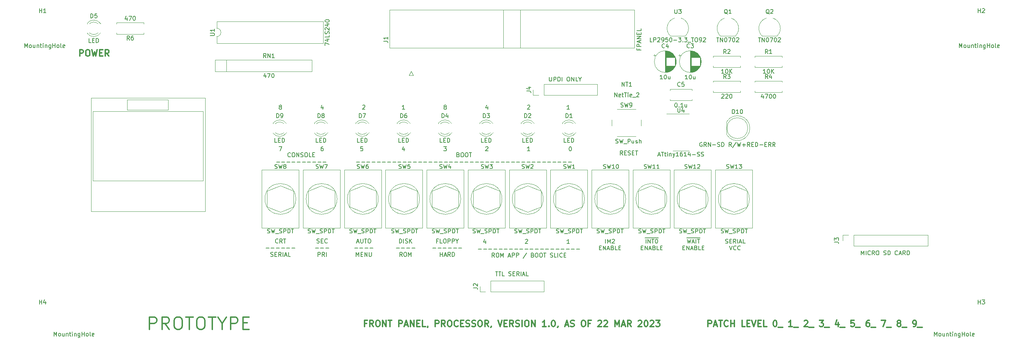
<source format=gbr>
%TF.GenerationSoftware,KiCad,Pcbnew,(6.0.11)*%
%TF.CreationDate,2023-11-10T06:43:15-05:00*%
%TF.ProjectId,front-panel.processor,66726f6e-742d-4706-916e-656c2e70726f,rev?*%
%TF.SameCoordinates,Original*%
%TF.FileFunction,Legend,Top*%
%TF.FilePolarity,Positive*%
%FSLAX46Y46*%
G04 Gerber Fmt 4.6, Leading zero omitted, Abs format (unit mm)*
G04 Created by KiCad (PCBNEW (6.0.11)) date 2023-11-10 06:43:15*
%MOMM*%
%LPD*%
G01*
G04 APERTURE LIST*
%ADD10C,0.300000*%
%ADD11C,0.150000*%
%ADD12C,0.120000*%
G04 APERTURE END LIST*
D10*
X117642857Y-225892857D02*
X117142857Y-225892857D01*
X117142857Y-226678571D02*
X117142857Y-225178571D01*
X117857142Y-225178571D01*
X119285714Y-226678571D02*
X118785714Y-225964285D01*
X118428571Y-226678571D02*
X118428571Y-225178571D01*
X119000000Y-225178571D01*
X119142857Y-225250000D01*
X119214285Y-225321428D01*
X119285714Y-225464285D01*
X119285714Y-225678571D01*
X119214285Y-225821428D01*
X119142857Y-225892857D01*
X119000000Y-225964285D01*
X118428571Y-225964285D01*
X120214285Y-225178571D02*
X120500000Y-225178571D01*
X120642857Y-225250000D01*
X120785714Y-225392857D01*
X120857142Y-225678571D01*
X120857142Y-226178571D01*
X120785714Y-226464285D01*
X120642857Y-226607142D01*
X120500000Y-226678571D01*
X120214285Y-226678571D01*
X120071428Y-226607142D01*
X119928571Y-226464285D01*
X119857142Y-226178571D01*
X119857142Y-225678571D01*
X119928571Y-225392857D01*
X120071428Y-225250000D01*
X120214285Y-225178571D01*
X121500000Y-226678571D02*
X121500000Y-225178571D01*
X122357142Y-226678571D01*
X122357142Y-225178571D01*
X122857142Y-225178571D02*
X123714285Y-225178571D01*
X123285714Y-226678571D02*
X123285714Y-225178571D01*
X125357142Y-226678571D02*
X125357142Y-225178571D01*
X125928571Y-225178571D01*
X126071428Y-225250000D01*
X126142857Y-225321428D01*
X126214285Y-225464285D01*
X126214285Y-225678571D01*
X126142857Y-225821428D01*
X126071428Y-225892857D01*
X125928571Y-225964285D01*
X125357142Y-225964285D01*
X126785714Y-226250000D02*
X127500000Y-226250000D01*
X126642857Y-226678571D02*
X127142857Y-225178571D01*
X127642857Y-226678571D01*
X128142857Y-226678571D02*
X128142857Y-225178571D01*
X129000000Y-226678571D01*
X129000000Y-225178571D01*
X129714285Y-225892857D02*
X130214285Y-225892857D01*
X130428571Y-226678571D02*
X129714285Y-226678571D01*
X129714285Y-225178571D01*
X130428571Y-225178571D01*
X131785714Y-226678571D02*
X131071428Y-226678571D01*
X131071428Y-225178571D01*
X132357142Y-226607142D02*
X132357142Y-226678571D01*
X132285714Y-226821428D01*
X132214285Y-226892857D01*
X134142857Y-226678571D02*
X134142857Y-225178571D01*
X134714285Y-225178571D01*
X134857142Y-225250000D01*
X134928571Y-225321428D01*
X135000000Y-225464285D01*
X135000000Y-225678571D01*
X134928571Y-225821428D01*
X134857142Y-225892857D01*
X134714285Y-225964285D01*
X134142857Y-225964285D01*
X136500000Y-226678571D02*
X136000000Y-225964285D01*
X135642857Y-226678571D02*
X135642857Y-225178571D01*
X136214285Y-225178571D01*
X136357142Y-225250000D01*
X136428571Y-225321428D01*
X136500000Y-225464285D01*
X136500000Y-225678571D01*
X136428571Y-225821428D01*
X136357142Y-225892857D01*
X136214285Y-225964285D01*
X135642857Y-225964285D01*
X137428571Y-225178571D02*
X137714285Y-225178571D01*
X137857142Y-225250000D01*
X138000000Y-225392857D01*
X138071428Y-225678571D01*
X138071428Y-226178571D01*
X138000000Y-226464285D01*
X137857142Y-226607142D01*
X137714285Y-226678571D01*
X137428571Y-226678571D01*
X137285714Y-226607142D01*
X137142857Y-226464285D01*
X137071428Y-226178571D01*
X137071428Y-225678571D01*
X137142857Y-225392857D01*
X137285714Y-225250000D01*
X137428571Y-225178571D01*
X139571428Y-226535714D02*
X139500000Y-226607142D01*
X139285714Y-226678571D01*
X139142857Y-226678571D01*
X138928571Y-226607142D01*
X138785714Y-226464285D01*
X138714285Y-226321428D01*
X138642857Y-226035714D01*
X138642857Y-225821428D01*
X138714285Y-225535714D01*
X138785714Y-225392857D01*
X138928571Y-225250000D01*
X139142857Y-225178571D01*
X139285714Y-225178571D01*
X139500000Y-225250000D01*
X139571428Y-225321428D01*
X140214285Y-225892857D02*
X140714285Y-225892857D01*
X140928571Y-226678571D02*
X140214285Y-226678571D01*
X140214285Y-225178571D01*
X140928571Y-225178571D01*
X141500000Y-226607142D02*
X141714285Y-226678571D01*
X142071428Y-226678571D01*
X142214285Y-226607142D01*
X142285714Y-226535714D01*
X142357142Y-226392857D01*
X142357142Y-226250000D01*
X142285714Y-226107142D01*
X142214285Y-226035714D01*
X142071428Y-225964285D01*
X141785714Y-225892857D01*
X141642857Y-225821428D01*
X141571428Y-225750000D01*
X141500000Y-225607142D01*
X141500000Y-225464285D01*
X141571428Y-225321428D01*
X141642857Y-225250000D01*
X141785714Y-225178571D01*
X142142857Y-225178571D01*
X142357142Y-225250000D01*
X142928571Y-226607142D02*
X143142857Y-226678571D01*
X143500000Y-226678571D01*
X143642857Y-226607142D01*
X143714285Y-226535714D01*
X143785714Y-226392857D01*
X143785714Y-226250000D01*
X143714285Y-226107142D01*
X143642857Y-226035714D01*
X143500000Y-225964285D01*
X143214285Y-225892857D01*
X143071428Y-225821428D01*
X143000000Y-225750000D01*
X142928571Y-225607142D01*
X142928571Y-225464285D01*
X143000000Y-225321428D01*
X143071428Y-225250000D01*
X143214285Y-225178571D01*
X143571428Y-225178571D01*
X143785714Y-225250000D01*
X144714285Y-225178571D02*
X145000000Y-225178571D01*
X145142857Y-225250000D01*
X145285714Y-225392857D01*
X145357142Y-225678571D01*
X145357142Y-226178571D01*
X145285714Y-226464285D01*
X145142857Y-226607142D01*
X145000000Y-226678571D01*
X144714285Y-226678571D01*
X144571428Y-226607142D01*
X144428571Y-226464285D01*
X144357142Y-226178571D01*
X144357142Y-225678571D01*
X144428571Y-225392857D01*
X144571428Y-225250000D01*
X144714285Y-225178571D01*
X146857142Y-226678571D02*
X146357142Y-225964285D01*
X146000000Y-226678571D02*
X146000000Y-225178571D01*
X146571428Y-225178571D01*
X146714285Y-225250000D01*
X146785714Y-225321428D01*
X146857142Y-225464285D01*
X146857142Y-225678571D01*
X146785714Y-225821428D01*
X146714285Y-225892857D01*
X146571428Y-225964285D01*
X146000000Y-225964285D01*
X147571428Y-226607142D02*
X147571428Y-226678571D01*
X147500000Y-226821428D01*
X147428571Y-226892857D01*
X149142857Y-225178571D02*
X149642857Y-226678571D01*
X150142857Y-225178571D01*
X150642857Y-225892857D02*
X151142857Y-225892857D01*
X151357142Y-226678571D02*
X150642857Y-226678571D01*
X150642857Y-225178571D01*
X151357142Y-225178571D01*
X152857142Y-226678571D02*
X152357142Y-225964285D01*
X152000000Y-226678571D02*
X152000000Y-225178571D01*
X152571428Y-225178571D01*
X152714285Y-225250000D01*
X152785714Y-225321428D01*
X152857142Y-225464285D01*
X152857142Y-225678571D01*
X152785714Y-225821428D01*
X152714285Y-225892857D01*
X152571428Y-225964285D01*
X152000000Y-225964285D01*
X153428571Y-226607142D02*
X153642857Y-226678571D01*
X154000000Y-226678571D01*
X154142857Y-226607142D01*
X154214285Y-226535714D01*
X154285714Y-226392857D01*
X154285714Y-226250000D01*
X154214285Y-226107142D01*
X154142857Y-226035714D01*
X154000000Y-225964285D01*
X153714285Y-225892857D01*
X153571428Y-225821428D01*
X153500000Y-225750000D01*
X153428571Y-225607142D01*
X153428571Y-225464285D01*
X153500000Y-225321428D01*
X153571428Y-225250000D01*
X153714285Y-225178571D01*
X154071428Y-225178571D01*
X154285714Y-225250000D01*
X154928571Y-226678571D02*
X154928571Y-225178571D01*
X155928571Y-225178571D02*
X156214285Y-225178571D01*
X156357142Y-225250000D01*
X156500000Y-225392857D01*
X156571428Y-225678571D01*
X156571428Y-226178571D01*
X156500000Y-226464285D01*
X156357142Y-226607142D01*
X156214285Y-226678571D01*
X155928571Y-226678571D01*
X155785714Y-226607142D01*
X155642857Y-226464285D01*
X155571428Y-226178571D01*
X155571428Y-225678571D01*
X155642857Y-225392857D01*
X155785714Y-225250000D01*
X155928571Y-225178571D01*
X157214285Y-226678571D02*
X157214285Y-225178571D01*
X158071428Y-226678571D01*
X158071428Y-225178571D01*
X160714285Y-226678571D02*
X159857142Y-226678571D01*
X160285714Y-226678571D02*
X160285714Y-225178571D01*
X160142857Y-225392857D01*
X160000000Y-225535714D01*
X159857142Y-225607142D01*
X161357142Y-226535714D02*
X161428571Y-226607142D01*
X161357142Y-226678571D01*
X161285714Y-226607142D01*
X161357142Y-226535714D01*
X161357142Y-226678571D01*
X162357142Y-225178571D02*
X162500000Y-225178571D01*
X162642857Y-225250000D01*
X162714285Y-225321428D01*
X162785714Y-225464285D01*
X162857142Y-225750000D01*
X162857142Y-226107142D01*
X162785714Y-226392857D01*
X162714285Y-226535714D01*
X162642857Y-226607142D01*
X162500000Y-226678571D01*
X162357142Y-226678571D01*
X162214285Y-226607142D01*
X162142857Y-226535714D01*
X162071428Y-226392857D01*
X162000000Y-226107142D01*
X162000000Y-225750000D01*
X162071428Y-225464285D01*
X162142857Y-225321428D01*
X162214285Y-225250000D01*
X162357142Y-225178571D01*
X163571428Y-226607142D02*
X163571428Y-226678571D01*
X163500000Y-226821428D01*
X163428571Y-226892857D01*
X165285714Y-226250000D02*
X166000000Y-226250000D01*
X165142857Y-226678571D02*
X165642857Y-225178571D01*
X166142857Y-226678571D01*
X166571428Y-226607142D02*
X166785714Y-226678571D01*
X167142857Y-226678571D01*
X167285714Y-226607142D01*
X167357142Y-226535714D01*
X167428571Y-226392857D01*
X167428571Y-226250000D01*
X167357142Y-226107142D01*
X167285714Y-226035714D01*
X167142857Y-225964285D01*
X166857142Y-225892857D01*
X166714285Y-225821428D01*
X166642857Y-225750000D01*
X166571428Y-225607142D01*
X166571428Y-225464285D01*
X166642857Y-225321428D01*
X166714285Y-225250000D01*
X166857142Y-225178571D01*
X167214285Y-225178571D01*
X167428571Y-225250000D01*
X169500000Y-225178571D02*
X169785714Y-225178571D01*
X169928571Y-225250000D01*
X170071428Y-225392857D01*
X170142857Y-225678571D01*
X170142857Y-226178571D01*
X170071428Y-226464285D01*
X169928571Y-226607142D01*
X169785714Y-226678571D01*
X169500000Y-226678571D01*
X169357142Y-226607142D01*
X169214285Y-226464285D01*
X169142857Y-226178571D01*
X169142857Y-225678571D01*
X169214285Y-225392857D01*
X169357142Y-225250000D01*
X169500000Y-225178571D01*
X171285714Y-225892857D02*
X170785714Y-225892857D01*
X170785714Y-226678571D02*
X170785714Y-225178571D01*
X171500000Y-225178571D01*
X173142857Y-225321428D02*
X173214285Y-225250000D01*
X173357142Y-225178571D01*
X173714285Y-225178571D01*
X173857142Y-225250000D01*
X173928571Y-225321428D01*
X174000000Y-225464285D01*
X174000000Y-225607142D01*
X173928571Y-225821428D01*
X173071428Y-226678571D01*
X174000000Y-226678571D01*
X174571428Y-225321428D02*
X174642857Y-225250000D01*
X174785714Y-225178571D01*
X175142857Y-225178571D01*
X175285714Y-225250000D01*
X175357142Y-225321428D01*
X175428571Y-225464285D01*
X175428571Y-225607142D01*
X175357142Y-225821428D01*
X174500000Y-226678571D01*
X175428571Y-226678571D01*
X177214285Y-226678571D02*
X177214285Y-225178571D01*
X177714285Y-226250000D01*
X178214285Y-225178571D01*
X178214285Y-226678571D01*
X178857142Y-226250000D02*
X179571428Y-226250000D01*
X178714285Y-226678571D02*
X179214285Y-225178571D01*
X179714285Y-226678571D01*
X181071428Y-226678571D02*
X180571428Y-225964285D01*
X180214285Y-226678571D02*
X180214285Y-225178571D01*
X180785714Y-225178571D01*
X180928571Y-225250000D01*
X181000000Y-225321428D01*
X181071428Y-225464285D01*
X181071428Y-225678571D01*
X181000000Y-225821428D01*
X180928571Y-225892857D01*
X180785714Y-225964285D01*
X180214285Y-225964285D01*
X182785714Y-225321428D02*
X182857142Y-225250000D01*
X183000000Y-225178571D01*
X183357142Y-225178571D01*
X183500000Y-225250000D01*
X183571428Y-225321428D01*
X183642857Y-225464285D01*
X183642857Y-225607142D01*
X183571428Y-225821428D01*
X182714285Y-226678571D01*
X183642857Y-226678571D01*
X184571428Y-225178571D02*
X184714285Y-225178571D01*
X184857142Y-225250000D01*
X184928571Y-225321428D01*
X185000000Y-225464285D01*
X185071428Y-225750000D01*
X185071428Y-226107142D01*
X185000000Y-226392857D01*
X184928571Y-226535714D01*
X184857142Y-226607142D01*
X184714285Y-226678571D01*
X184571428Y-226678571D01*
X184428571Y-226607142D01*
X184357142Y-226535714D01*
X184285714Y-226392857D01*
X184214285Y-226107142D01*
X184214285Y-225750000D01*
X184285714Y-225464285D01*
X184357142Y-225321428D01*
X184428571Y-225250000D01*
X184571428Y-225178571D01*
X185642857Y-225321428D02*
X185714285Y-225250000D01*
X185857142Y-225178571D01*
X186214285Y-225178571D01*
X186357142Y-225250000D01*
X186428571Y-225321428D01*
X186500000Y-225464285D01*
X186500000Y-225607142D01*
X186428571Y-225821428D01*
X185571428Y-226678571D01*
X186500000Y-226678571D01*
X187000000Y-225178571D02*
X187928571Y-225178571D01*
X187428571Y-225750000D01*
X187642857Y-225750000D01*
X187785714Y-225821428D01*
X187857142Y-225892857D01*
X187928571Y-226035714D01*
X187928571Y-226392857D01*
X187857142Y-226535714D01*
X187785714Y-226607142D01*
X187642857Y-226678571D01*
X187214285Y-226678571D01*
X187071428Y-226607142D01*
X187000000Y-226535714D01*
D11*
X184380952Y-205365000D02*
X184857142Y-205365000D01*
X184619047Y-206647380D02*
X184619047Y-205647380D01*
X184857142Y-205365000D02*
X185904761Y-205365000D01*
X185095238Y-206647380D02*
X185095238Y-205647380D01*
X185666666Y-206647380D01*
X185666666Y-205647380D01*
X185904761Y-205365000D02*
X186666666Y-205365000D01*
X186000000Y-205647380D02*
X186571428Y-205647380D01*
X186285714Y-206647380D02*
X186285714Y-205647380D01*
X186666666Y-205365000D02*
X187619047Y-205365000D01*
X187095238Y-205647380D02*
X187190476Y-205647380D01*
X187285714Y-205695000D01*
X187333333Y-205742619D01*
X187380952Y-205837857D01*
X187428571Y-206028333D01*
X187428571Y-206266428D01*
X187380952Y-206456904D01*
X187333333Y-206552142D01*
X187285714Y-206599761D01*
X187190476Y-206647380D01*
X187095238Y-206647380D01*
X187000000Y-206599761D01*
X186952380Y-206552142D01*
X186904761Y-206456904D01*
X186857142Y-206266428D01*
X186857142Y-206028333D01*
X186904761Y-205837857D01*
X186952380Y-205742619D01*
X187000000Y-205695000D01*
X187095238Y-205647380D01*
X183476190Y-207733571D02*
X183809523Y-207733571D01*
X183952380Y-208257380D02*
X183476190Y-208257380D01*
X183476190Y-207257380D01*
X183952380Y-207257380D01*
X184380952Y-208257380D02*
X184380952Y-207257380D01*
X184952380Y-208257380D01*
X184952380Y-207257380D01*
X185380952Y-207971666D02*
X185857142Y-207971666D01*
X185285714Y-208257380D02*
X185619047Y-207257380D01*
X185952380Y-208257380D01*
X186619047Y-207733571D02*
X186761904Y-207781190D01*
X186809523Y-207828809D01*
X186857142Y-207924047D01*
X186857142Y-208066904D01*
X186809523Y-208162142D01*
X186761904Y-208209761D01*
X186666666Y-208257380D01*
X186285714Y-208257380D01*
X186285714Y-207257380D01*
X186619047Y-207257380D01*
X186714285Y-207305000D01*
X186761904Y-207352619D01*
X186809523Y-207447857D01*
X186809523Y-207543095D01*
X186761904Y-207638333D01*
X186714285Y-207685952D01*
X186619047Y-207733571D01*
X186285714Y-207733571D01*
X187761904Y-208257380D02*
X187285714Y-208257380D01*
X187285714Y-207257380D01*
X188095238Y-207733571D02*
X188428571Y-207733571D01*
X188571428Y-208257380D02*
X188095238Y-208257380D01*
X188095238Y-207257380D01*
X188571428Y-207257380D01*
D10*
X48902201Y-161678571D02*
X48902201Y-160178571D01*
X49473629Y-160178571D01*
X49616487Y-160250000D01*
X49687915Y-160321428D01*
X49759344Y-160464285D01*
X49759344Y-160678571D01*
X49687915Y-160821428D01*
X49616487Y-160892857D01*
X49473629Y-160964285D01*
X48902201Y-160964285D01*
X50687915Y-160178571D02*
X50973629Y-160178571D01*
X51116487Y-160250000D01*
X51259344Y-160392857D01*
X51330772Y-160678571D01*
X51330772Y-161178571D01*
X51259344Y-161464285D01*
X51116487Y-161607142D01*
X50973629Y-161678571D01*
X50687915Y-161678571D01*
X50545058Y-161607142D01*
X50402201Y-161464285D01*
X50330772Y-161178571D01*
X50330772Y-160678571D01*
X50402201Y-160392857D01*
X50545058Y-160250000D01*
X50687915Y-160178571D01*
X51830772Y-160178571D02*
X52187915Y-161678571D01*
X52473629Y-160607142D01*
X52759344Y-161678571D01*
X53116487Y-160178571D01*
X53687915Y-160892857D02*
X54187915Y-160892857D01*
X54402201Y-161678571D02*
X53687915Y-161678571D01*
X53687915Y-160178571D01*
X54402201Y-160178571D01*
X55902201Y-161678571D02*
X55402201Y-160964285D01*
X55045058Y-161678571D02*
X55045058Y-160178571D01*
X55616487Y-160178571D01*
X55759344Y-160250000D01*
X55830772Y-160321428D01*
X55902201Y-160464285D01*
X55902201Y-160678571D01*
X55830772Y-160821428D01*
X55759344Y-160892857D01*
X55616487Y-160964285D01*
X55045058Y-160964285D01*
D11*
X146190476Y-206035714D02*
X146190476Y-206702380D01*
X145952380Y-205654761D02*
X145714285Y-206369047D01*
X146333333Y-206369047D01*
X96904761Y-173880952D02*
X96809523Y-173833333D01*
X96761904Y-173785714D01*
X96714285Y-173690476D01*
X96714285Y-173642857D01*
X96761904Y-173547619D01*
X96809523Y-173500000D01*
X96904761Y-173452380D01*
X97095238Y-173452380D01*
X97190476Y-173500000D01*
X97238095Y-173547619D01*
X97285714Y-173642857D01*
X97285714Y-173690476D01*
X97238095Y-173785714D01*
X97190476Y-173833333D01*
X97095238Y-173880952D01*
X96904761Y-173880952D01*
X96809523Y-173928571D01*
X96761904Y-173976190D01*
X96714285Y-174071428D01*
X96714285Y-174261904D01*
X96761904Y-174357142D01*
X96809523Y-174404761D01*
X96904761Y-174452380D01*
X97095238Y-174452380D01*
X97190476Y-174404761D01*
X97238095Y-174357142D01*
X97285714Y-174261904D01*
X97285714Y-174071428D01*
X97238095Y-173976190D01*
X97190476Y-173928571D01*
X97095238Y-173880952D01*
X126785714Y-174452380D02*
X126214285Y-174452380D01*
X126500000Y-174452380D02*
X126500000Y-173452380D01*
X126404761Y-173595238D01*
X126309523Y-173690476D01*
X126214285Y-173738095D01*
X116714285Y-173547619D02*
X116761904Y-173500000D01*
X116857142Y-173452380D01*
X117095238Y-173452380D01*
X117190476Y-173500000D01*
X117238095Y-173547619D01*
X117285714Y-173642857D01*
X117285714Y-173738095D01*
X117238095Y-173880952D01*
X116666666Y-174452380D01*
X117285714Y-174452380D01*
X146214285Y-183547619D02*
X146261904Y-183500000D01*
X146357142Y-183452380D01*
X146595238Y-183452380D01*
X146690476Y-183500000D01*
X146738095Y-183547619D01*
X146785714Y-183642857D01*
X146785714Y-183738095D01*
X146738095Y-183880952D01*
X146166666Y-184452380D01*
X146785714Y-184452380D01*
X203690476Y-206599761D02*
X203833333Y-206647380D01*
X204071428Y-206647380D01*
X204166666Y-206599761D01*
X204214285Y-206552142D01*
X204261904Y-206456904D01*
X204261904Y-206361666D01*
X204214285Y-206266428D01*
X204166666Y-206218809D01*
X204071428Y-206171190D01*
X203880952Y-206123571D01*
X203785714Y-206075952D01*
X203738095Y-206028333D01*
X203690476Y-205933095D01*
X203690476Y-205837857D01*
X203738095Y-205742619D01*
X203785714Y-205695000D01*
X203880952Y-205647380D01*
X204119047Y-205647380D01*
X204261904Y-205695000D01*
X204690476Y-206123571D02*
X205023809Y-206123571D01*
X205166666Y-206647380D02*
X204690476Y-206647380D01*
X204690476Y-205647380D01*
X205166666Y-205647380D01*
X206166666Y-206647380D02*
X205833333Y-206171190D01*
X205595238Y-206647380D02*
X205595238Y-205647380D01*
X205976190Y-205647380D01*
X206071428Y-205695000D01*
X206119047Y-205742619D01*
X206166666Y-205837857D01*
X206166666Y-205980714D01*
X206119047Y-206075952D01*
X206071428Y-206123571D01*
X205976190Y-206171190D01*
X205595238Y-206171190D01*
X206595238Y-206647380D02*
X206595238Y-205647380D01*
X207023809Y-206361666D02*
X207500000Y-206361666D01*
X206928571Y-206647380D02*
X207261904Y-205647380D01*
X207595238Y-206647380D01*
X208404761Y-206647380D02*
X207928571Y-206647380D01*
X207928571Y-205647380D01*
X204666666Y-207257380D02*
X205000000Y-208257380D01*
X205333333Y-207257380D01*
X206238095Y-208162142D02*
X206190476Y-208209761D01*
X206047619Y-208257380D01*
X205952380Y-208257380D01*
X205809523Y-208209761D01*
X205714285Y-208114523D01*
X205666666Y-208019285D01*
X205619047Y-207828809D01*
X205619047Y-207685952D01*
X205666666Y-207495476D01*
X205714285Y-207400238D01*
X205809523Y-207305000D01*
X205952380Y-207257380D01*
X206047619Y-207257380D01*
X206190476Y-207305000D01*
X206238095Y-207352619D01*
X207238095Y-208162142D02*
X207190476Y-208209761D01*
X207047619Y-208257380D01*
X206952380Y-208257380D01*
X206809523Y-208209761D01*
X206714285Y-208114523D01*
X206666666Y-208019285D01*
X206619047Y-207828809D01*
X206619047Y-207685952D01*
X206666666Y-207495476D01*
X206714285Y-207400238D01*
X206809523Y-207305000D01*
X206952380Y-207257380D01*
X207047619Y-207257380D01*
X207190476Y-207305000D01*
X207238095Y-207352619D01*
X166285714Y-174452380D02*
X165714285Y-174452380D01*
X166000000Y-174452380D02*
X166000000Y-173452380D01*
X165904761Y-173595238D01*
X165809523Y-173690476D01*
X165714285Y-173738095D01*
X156214285Y-173547619D02*
X156261904Y-173500000D01*
X156357142Y-173452380D01*
X156595238Y-173452380D01*
X156690476Y-173500000D01*
X156738095Y-173547619D01*
X156785714Y-173642857D01*
X156785714Y-173738095D01*
X156738095Y-173880952D01*
X156166666Y-174452380D01*
X156785714Y-174452380D01*
X156785714Y-184452380D02*
X156214285Y-184452380D01*
X156500000Y-184452380D02*
X156500000Y-183452380D01*
X156404761Y-183595238D01*
X156309523Y-183690476D01*
X156214285Y-183738095D01*
X105761904Y-206544761D02*
X105904761Y-206592380D01*
X106142857Y-206592380D01*
X106238095Y-206544761D01*
X106285714Y-206497142D01*
X106333333Y-206401904D01*
X106333333Y-206306666D01*
X106285714Y-206211428D01*
X106238095Y-206163809D01*
X106142857Y-206116190D01*
X105952380Y-206068571D01*
X105857142Y-206020952D01*
X105809523Y-205973333D01*
X105761904Y-205878095D01*
X105761904Y-205782857D01*
X105809523Y-205687619D01*
X105857142Y-205640000D01*
X105952380Y-205592380D01*
X106190476Y-205592380D01*
X106333333Y-205640000D01*
X106761904Y-206068571D02*
X107095238Y-206068571D01*
X107238095Y-206592380D02*
X106761904Y-206592380D01*
X106761904Y-205592380D01*
X107238095Y-205592380D01*
X108238095Y-206497142D02*
X108190476Y-206544761D01*
X108047619Y-206592380D01*
X107952380Y-206592380D01*
X107809523Y-206544761D01*
X107714285Y-206449523D01*
X107666666Y-206354285D01*
X107619047Y-206163809D01*
X107619047Y-206020952D01*
X107666666Y-205830476D01*
X107714285Y-205735238D01*
X107809523Y-205640000D01*
X107952380Y-205592380D01*
X108047619Y-205592380D01*
X108190476Y-205640000D01*
X108238095Y-205687619D01*
X105380952Y-207821428D02*
X106142857Y-207821428D01*
X106619047Y-207821428D02*
X107380952Y-207821428D01*
X107857142Y-207821428D02*
X108619047Y-207821428D01*
X106000000Y-209812380D02*
X106000000Y-208812380D01*
X106380952Y-208812380D01*
X106476190Y-208860000D01*
X106523809Y-208907619D01*
X106571428Y-209002857D01*
X106571428Y-209145714D01*
X106523809Y-209240952D01*
X106476190Y-209288571D01*
X106380952Y-209336190D01*
X106000000Y-209336190D01*
X107571428Y-209812380D02*
X107238095Y-209336190D01*
X107000000Y-209812380D02*
X107000000Y-208812380D01*
X107380952Y-208812380D01*
X107476190Y-208860000D01*
X107523809Y-208907619D01*
X107571428Y-209002857D01*
X107571428Y-209145714D01*
X107523809Y-209240952D01*
X107476190Y-209288571D01*
X107380952Y-209336190D01*
X107000000Y-209336190D01*
X108000000Y-209812380D02*
X108000000Y-208812380D01*
X125523809Y-206592380D02*
X125523809Y-205592380D01*
X125761904Y-205592380D01*
X125904761Y-205640000D01*
X126000000Y-205735238D01*
X126047619Y-205830476D01*
X126095238Y-206020952D01*
X126095238Y-206163809D01*
X126047619Y-206354285D01*
X126000000Y-206449523D01*
X125904761Y-206544761D01*
X125761904Y-206592380D01*
X125523809Y-206592380D01*
X126523809Y-206592380D02*
X126523809Y-205592380D01*
X126952380Y-206544761D02*
X127095238Y-206592380D01*
X127333333Y-206592380D01*
X127428571Y-206544761D01*
X127476190Y-206497142D01*
X127523809Y-206401904D01*
X127523809Y-206306666D01*
X127476190Y-206211428D01*
X127428571Y-206163809D01*
X127333333Y-206116190D01*
X127142857Y-206068571D01*
X127047619Y-206020952D01*
X127000000Y-205973333D01*
X126952380Y-205878095D01*
X126952380Y-205782857D01*
X127000000Y-205687619D01*
X127047619Y-205640000D01*
X127142857Y-205592380D01*
X127380952Y-205592380D01*
X127523809Y-205640000D01*
X127952380Y-206592380D02*
X127952380Y-205592380D01*
X128523809Y-206592380D02*
X128095238Y-206020952D01*
X128523809Y-205592380D02*
X127952380Y-206163809D01*
X124761904Y-207821428D02*
X125523809Y-207821428D01*
X126000000Y-207821428D02*
X126761904Y-207821428D01*
X127238095Y-207821428D02*
X128000000Y-207821428D01*
X128476190Y-207821428D02*
X129238095Y-207821428D01*
X126214285Y-209812380D02*
X125880952Y-209336190D01*
X125642857Y-209812380D02*
X125642857Y-208812380D01*
X126023809Y-208812380D01*
X126119047Y-208860000D01*
X126166666Y-208907619D01*
X126214285Y-209002857D01*
X126214285Y-209145714D01*
X126166666Y-209240952D01*
X126119047Y-209288571D01*
X126023809Y-209336190D01*
X125642857Y-209336190D01*
X126833333Y-208812380D02*
X127023809Y-208812380D01*
X127119047Y-208860000D01*
X127214285Y-208955238D01*
X127261904Y-209145714D01*
X127261904Y-209479047D01*
X127214285Y-209669523D01*
X127119047Y-209764761D01*
X127023809Y-209812380D01*
X126833333Y-209812380D01*
X126738095Y-209764761D01*
X126642857Y-209669523D01*
X126595238Y-209479047D01*
X126595238Y-209145714D01*
X126642857Y-208955238D01*
X126738095Y-208860000D01*
X126833333Y-208812380D01*
X127690476Y-209812380D02*
X127690476Y-208812380D01*
X128023809Y-209526666D01*
X128357142Y-208812380D01*
X128357142Y-209812380D01*
X144446912Y-208016428D02*
X145208817Y-208016428D01*
X145685008Y-208016428D02*
X146446912Y-208016428D01*
X146923103Y-208016428D02*
X147685008Y-208016428D01*
X148161198Y-208016428D02*
X148923103Y-208016428D01*
X149399293Y-208016428D02*
X150161198Y-208016428D01*
X150637389Y-208016428D02*
X151399293Y-208016428D01*
X151875484Y-208016428D02*
X152637389Y-208016428D01*
X153113579Y-208016428D02*
X153875484Y-208016428D01*
X154351674Y-208016428D02*
X155113579Y-208016428D01*
X155589770Y-208016428D02*
X156351674Y-208016428D01*
X156827865Y-208016428D02*
X157589770Y-208016428D01*
X158065960Y-208016428D02*
X158827865Y-208016428D01*
X159304055Y-208016428D02*
X160065960Y-208016428D01*
X160542150Y-208016428D02*
X161304055Y-208016428D01*
X161780246Y-208016428D02*
X162542150Y-208016428D01*
X163018341Y-208016428D02*
X163780246Y-208016428D01*
X164256436Y-208016428D02*
X165018341Y-208016428D01*
X165494531Y-208016428D02*
X166256436Y-208016428D01*
X166732627Y-208016428D02*
X167494531Y-208016428D01*
X167970722Y-208016428D02*
X168732627Y-208016428D01*
X148327865Y-210007380D02*
X147994531Y-209531190D01*
X147756436Y-210007380D02*
X147756436Y-209007380D01*
X148137389Y-209007380D01*
X148232627Y-209055000D01*
X148280246Y-209102619D01*
X148327865Y-209197857D01*
X148327865Y-209340714D01*
X148280246Y-209435952D01*
X148232627Y-209483571D01*
X148137389Y-209531190D01*
X147756436Y-209531190D01*
X148946912Y-209007380D02*
X149137389Y-209007380D01*
X149232627Y-209055000D01*
X149327865Y-209150238D01*
X149375484Y-209340714D01*
X149375484Y-209674047D01*
X149327865Y-209864523D01*
X149232627Y-209959761D01*
X149137389Y-210007380D01*
X148946912Y-210007380D01*
X148851674Y-209959761D01*
X148756436Y-209864523D01*
X148708817Y-209674047D01*
X148708817Y-209340714D01*
X148756436Y-209150238D01*
X148851674Y-209055000D01*
X148946912Y-209007380D01*
X149804055Y-210007380D02*
X149804055Y-209007380D01*
X150137389Y-209721666D01*
X150470722Y-209007380D01*
X150470722Y-210007380D01*
X151661198Y-209721666D02*
X152137389Y-209721666D01*
X151565960Y-210007380D02*
X151899293Y-209007380D01*
X152232627Y-210007380D01*
X152565960Y-210007380D02*
X152565960Y-209007380D01*
X152946912Y-209007380D01*
X153042150Y-209055000D01*
X153089770Y-209102619D01*
X153137389Y-209197857D01*
X153137389Y-209340714D01*
X153089770Y-209435952D01*
X153042150Y-209483571D01*
X152946912Y-209531190D01*
X152565960Y-209531190D01*
X153565960Y-210007380D02*
X153565960Y-209007380D01*
X153946912Y-209007380D01*
X154042150Y-209055000D01*
X154089770Y-209102619D01*
X154137389Y-209197857D01*
X154137389Y-209340714D01*
X154089770Y-209435952D01*
X154042150Y-209483571D01*
X153946912Y-209531190D01*
X153565960Y-209531190D01*
X156042150Y-208959761D02*
X155185008Y-210245476D01*
X157470722Y-209483571D02*
X157613579Y-209531190D01*
X157661198Y-209578809D01*
X157708817Y-209674047D01*
X157708817Y-209816904D01*
X157661198Y-209912142D01*
X157613579Y-209959761D01*
X157518341Y-210007380D01*
X157137389Y-210007380D01*
X157137389Y-209007380D01*
X157470722Y-209007380D01*
X157565960Y-209055000D01*
X157613579Y-209102619D01*
X157661198Y-209197857D01*
X157661198Y-209293095D01*
X157613579Y-209388333D01*
X157565960Y-209435952D01*
X157470722Y-209483571D01*
X157137389Y-209483571D01*
X158327865Y-209007380D02*
X158518341Y-209007380D01*
X158613579Y-209055000D01*
X158708817Y-209150238D01*
X158756436Y-209340714D01*
X158756436Y-209674047D01*
X158708817Y-209864523D01*
X158613579Y-209959761D01*
X158518341Y-210007380D01*
X158327865Y-210007380D01*
X158232627Y-209959761D01*
X158137389Y-209864523D01*
X158089770Y-209674047D01*
X158089770Y-209340714D01*
X158137389Y-209150238D01*
X158232627Y-209055000D01*
X158327865Y-209007380D01*
X159375484Y-209007380D02*
X159565960Y-209007380D01*
X159661198Y-209055000D01*
X159756436Y-209150238D01*
X159804055Y-209340714D01*
X159804055Y-209674047D01*
X159756436Y-209864523D01*
X159661198Y-209959761D01*
X159565960Y-210007380D01*
X159375484Y-210007380D01*
X159280246Y-209959761D01*
X159185008Y-209864523D01*
X159137389Y-209674047D01*
X159137389Y-209340714D01*
X159185008Y-209150238D01*
X159280246Y-209055000D01*
X159375484Y-209007380D01*
X160089770Y-209007380D02*
X160661198Y-209007380D01*
X160375484Y-210007380D02*
X160375484Y-209007380D01*
X161708817Y-209959761D02*
X161851674Y-210007380D01*
X162089770Y-210007380D01*
X162185008Y-209959761D01*
X162232627Y-209912142D01*
X162280246Y-209816904D01*
X162280246Y-209721666D01*
X162232627Y-209626428D01*
X162185008Y-209578809D01*
X162089770Y-209531190D01*
X161899293Y-209483571D01*
X161804055Y-209435952D01*
X161756436Y-209388333D01*
X161708817Y-209293095D01*
X161708817Y-209197857D01*
X161756436Y-209102619D01*
X161804055Y-209055000D01*
X161899293Y-209007380D01*
X162137389Y-209007380D01*
X162280246Y-209055000D01*
X163185008Y-210007380D02*
X162708817Y-210007380D01*
X162708817Y-209007380D01*
X163518341Y-210007380D02*
X163518341Y-209007380D01*
X164565960Y-209912142D02*
X164518341Y-209959761D01*
X164375484Y-210007380D01*
X164280246Y-210007380D01*
X164137389Y-209959761D01*
X164042150Y-209864523D01*
X163994531Y-209769285D01*
X163946912Y-209578809D01*
X163946912Y-209435952D01*
X163994531Y-209245476D01*
X164042150Y-209150238D01*
X164137389Y-209055000D01*
X164280246Y-209007380D01*
X164375484Y-209007380D01*
X164518341Y-209055000D01*
X164565960Y-209102619D01*
X164994531Y-209483571D02*
X165327865Y-209483571D01*
X165470722Y-210007380D02*
X164994531Y-210007380D01*
X164994531Y-209007380D01*
X165470722Y-209007380D01*
D10*
X199500000Y-226678571D02*
X199500000Y-225178571D01*
X200071428Y-225178571D01*
X200214285Y-225250000D01*
X200285714Y-225321428D01*
X200357142Y-225464285D01*
X200357142Y-225678571D01*
X200285714Y-225821428D01*
X200214285Y-225892857D01*
X200071428Y-225964285D01*
X199500000Y-225964285D01*
X200928571Y-226250000D02*
X201642857Y-226250000D01*
X200785714Y-226678571D02*
X201285714Y-225178571D01*
X201785714Y-226678571D01*
X202071428Y-225178571D02*
X202928571Y-225178571D01*
X202500000Y-226678571D02*
X202500000Y-225178571D01*
X204285714Y-226535714D02*
X204214285Y-226607142D01*
X204000000Y-226678571D01*
X203857142Y-226678571D01*
X203642857Y-226607142D01*
X203500000Y-226464285D01*
X203428571Y-226321428D01*
X203357142Y-226035714D01*
X203357142Y-225821428D01*
X203428571Y-225535714D01*
X203500000Y-225392857D01*
X203642857Y-225250000D01*
X203857142Y-225178571D01*
X204000000Y-225178571D01*
X204214285Y-225250000D01*
X204285714Y-225321428D01*
X204928571Y-226678571D02*
X204928571Y-225178571D01*
X204928571Y-225892857D02*
X205785714Y-225892857D01*
X205785714Y-226678571D02*
X205785714Y-225178571D01*
X208357142Y-226678571D02*
X207642857Y-226678571D01*
X207642857Y-225178571D01*
X208857142Y-225892857D02*
X209357142Y-225892857D01*
X209571428Y-226678571D02*
X208857142Y-226678571D01*
X208857142Y-225178571D01*
X209571428Y-225178571D01*
X210000000Y-225178571D02*
X210500000Y-226678571D01*
X211000000Y-225178571D01*
X211500000Y-225892857D02*
X212000000Y-225892857D01*
X212214285Y-226678571D02*
X211500000Y-226678571D01*
X211500000Y-225178571D01*
X212214285Y-225178571D01*
X213571428Y-226678571D02*
X212857142Y-226678571D01*
X212857142Y-225178571D01*
X215500000Y-225178571D02*
X215642857Y-225178571D01*
X215785714Y-225250000D01*
X215857142Y-225321428D01*
X215928571Y-225464285D01*
X216000000Y-225750000D01*
X216000000Y-226107142D01*
X215928571Y-226392857D01*
X215857142Y-226535714D01*
X215785714Y-226607142D01*
X215642857Y-226678571D01*
X215500000Y-226678571D01*
X215357142Y-226607142D01*
X215285714Y-226535714D01*
X215214285Y-226392857D01*
X215142857Y-226107142D01*
X215142857Y-225750000D01*
X215214285Y-225464285D01*
X215285714Y-225321428D01*
X215357142Y-225250000D01*
X215500000Y-225178571D01*
X216285714Y-226821428D02*
X217428571Y-226821428D01*
X219714285Y-226678571D02*
X218857142Y-226678571D01*
X219285714Y-226678571D02*
X219285714Y-225178571D01*
X219142857Y-225392857D01*
X219000000Y-225535714D01*
X218857142Y-225607142D01*
X220000000Y-226821428D02*
X221142857Y-226821428D01*
X222571428Y-225321428D02*
X222642857Y-225250000D01*
X222785714Y-225178571D01*
X223142857Y-225178571D01*
X223285714Y-225250000D01*
X223357142Y-225321428D01*
X223428571Y-225464285D01*
X223428571Y-225607142D01*
X223357142Y-225821428D01*
X222500000Y-226678571D01*
X223428571Y-226678571D01*
X223714285Y-226821428D02*
X224857142Y-226821428D01*
X226214285Y-225178571D02*
X227142857Y-225178571D01*
X226642857Y-225750000D01*
X226857142Y-225750000D01*
X227000000Y-225821428D01*
X227071428Y-225892857D01*
X227142857Y-226035714D01*
X227142857Y-226392857D01*
X227071428Y-226535714D01*
X227000000Y-226607142D01*
X226857142Y-226678571D01*
X226428571Y-226678571D01*
X226285714Y-226607142D01*
X226214285Y-226535714D01*
X227428571Y-226821428D02*
X228571428Y-226821428D01*
X230714285Y-225678571D02*
X230714285Y-226678571D01*
X230357142Y-225107142D02*
X230000000Y-226178571D01*
X230928571Y-226178571D01*
X231142857Y-226821428D02*
X232285714Y-226821428D01*
X234500000Y-225178571D02*
X233785714Y-225178571D01*
X233714285Y-225892857D01*
X233785714Y-225821428D01*
X233928571Y-225750000D01*
X234285714Y-225750000D01*
X234428571Y-225821428D01*
X234500000Y-225892857D01*
X234571428Y-226035714D01*
X234571428Y-226392857D01*
X234500000Y-226535714D01*
X234428571Y-226607142D01*
X234285714Y-226678571D01*
X233928571Y-226678571D01*
X233785714Y-226607142D01*
X233714285Y-226535714D01*
X234857142Y-226821428D02*
X235999999Y-226821428D01*
X238142857Y-225178571D02*
X237857142Y-225178571D01*
X237714285Y-225250000D01*
X237642857Y-225321428D01*
X237499999Y-225535714D01*
X237428571Y-225821428D01*
X237428571Y-226392857D01*
X237499999Y-226535714D01*
X237571428Y-226607142D01*
X237714285Y-226678571D01*
X237999999Y-226678571D01*
X238142857Y-226607142D01*
X238214285Y-226535714D01*
X238285714Y-226392857D01*
X238285714Y-226035714D01*
X238214285Y-225892857D01*
X238142857Y-225821428D01*
X237999999Y-225750000D01*
X237714285Y-225750000D01*
X237571428Y-225821428D01*
X237499999Y-225892857D01*
X237428571Y-226035714D01*
X238571428Y-226821428D02*
X239714285Y-226821428D01*
X241071428Y-225178571D02*
X242071428Y-225178571D01*
X241428571Y-226678571D01*
X242285714Y-226821428D02*
X243428571Y-226821428D01*
X245142857Y-225821428D02*
X244999999Y-225750000D01*
X244928571Y-225678571D01*
X244857142Y-225535714D01*
X244857142Y-225464285D01*
X244928571Y-225321428D01*
X244999999Y-225250000D01*
X245142857Y-225178571D01*
X245428571Y-225178571D01*
X245571428Y-225250000D01*
X245642857Y-225321428D01*
X245714285Y-225464285D01*
X245714285Y-225535714D01*
X245642857Y-225678571D01*
X245571428Y-225750000D01*
X245428571Y-225821428D01*
X245142857Y-225821428D01*
X244999999Y-225892857D01*
X244928571Y-225964285D01*
X244857142Y-226107142D01*
X244857142Y-226392857D01*
X244928571Y-226535714D01*
X244999999Y-226607142D01*
X245142857Y-226678571D01*
X245428571Y-226678571D01*
X245571428Y-226607142D01*
X245642857Y-226535714D01*
X245714285Y-226392857D01*
X245714285Y-226107142D01*
X245642857Y-225964285D01*
X245571428Y-225892857D01*
X245428571Y-225821428D01*
X245999999Y-226821428D02*
X247142857Y-226821428D01*
X248714285Y-226678571D02*
X248999999Y-226678571D01*
X249142857Y-226607142D01*
X249214285Y-226535714D01*
X249357142Y-226321428D01*
X249428571Y-226035714D01*
X249428571Y-225464285D01*
X249357142Y-225321428D01*
X249285714Y-225250000D01*
X249142857Y-225178571D01*
X248857142Y-225178571D01*
X248714285Y-225250000D01*
X248642857Y-225321428D01*
X248571428Y-225464285D01*
X248571428Y-225821428D01*
X248642857Y-225964285D01*
X248714285Y-226035714D01*
X248857142Y-226107142D01*
X249142857Y-226107142D01*
X249285714Y-226035714D01*
X249357142Y-225964285D01*
X249428571Y-225821428D01*
X249714285Y-226821428D02*
X250857142Y-226821428D01*
D11*
X96666666Y-183452380D02*
X97333333Y-183452380D01*
X96904761Y-184452380D01*
D10*
X65642857Y-227357142D02*
X65642857Y-224357142D01*
X66785714Y-224357142D01*
X67071428Y-224500000D01*
X67214285Y-224642857D01*
X67357142Y-224928571D01*
X67357142Y-225357142D01*
X67214285Y-225642857D01*
X67071428Y-225785714D01*
X66785714Y-225928571D01*
X65642857Y-225928571D01*
X70357142Y-227357142D02*
X69357142Y-225928571D01*
X68642857Y-227357142D02*
X68642857Y-224357142D01*
X69785714Y-224357142D01*
X70071428Y-224500000D01*
X70214285Y-224642857D01*
X70357142Y-224928571D01*
X70357142Y-225357142D01*
X70214285Y-225642857D01*
X70071428Y-225785714D01*
X69785714Y-225928571D01*
X68642857Y-225928571D01*
X72214285Y-224357142D02*
X72785714Y-224357142D01*
X73071428Y-224500000D01*
X73357142Y-224785714D01*
X73500000Y-225357142D01*
X73500000Y-226357142D01*
X73357142Y-226928571D01*
X73071428Y-227214285D01*
X72785714Y-227357142D01*
X72214285Y-227357142D01*
X71928571Y-227214285D01*
X71642857Y-226928571D01*
X71500000Y-226357142D01*
X71500000Y-225357142D01*
X71642857Y-224785714D01*
X71928571Y-224500000D01*
X72214285Y-224357142D01*
X74357142Y-224357142D02*
X76071428Y-224357142D01*
X75214285Y-227357142D02*
X75214285Y-224357142D01*
X77642857Y-224357142D02*
X78214285Y-224357142D01*
X78500000Y-224500000D01*
X78785714Y-224785714D01*
X78928571Y-225357142D01*
X78928571Y-226357142D01*
X78785714Y-226928571D01*
X78500000Y-227214285D01*
X78214285Y-227357142D01*
X77642857Y-227357142D01*
X77357142Y-227214285D01*
X77071428Y-226928571D01*
X76928571Y-226357142D01*
X76928571Y-225357142D01*
X77071428Y-224785714D01*
X77357142Y-224500000D01*
X77642857Y-224357142D01*
X79785714Y-224357142D02*
X81500000Y-224357142D01*
X80642857Y-227357142D02*
X80642857Y-224357142D01*
X83071428Y-225928571D02*
X83071428Y-227357142D01*
X82071428Y-224357142D02*
X83071428Y-225928571D01*
X84071428Y-224357142D01*
X85071428Y-227357142D02*
X85071428Y-224357142D01*
X86214285Y-224357142D01*
X86500000Y-224500000D01*
X86642857Y-224642857D01*
X86785714Y-224928571D01*
X86785714Y-225357142D01*
X86642857Y-225642857D01*
X86500000Y-225785714D01*
X86214285Y-225928571D01*
X85071428Y-225928571D01*
X88071428Y-225785714D02*
X89071428Y-225785714D01*
X89500000Y-227357142D02*
X88071428Y-227357142D01*
X88071428Y-224357142D01*
X89500000Y-224357142D01*
D11*
X146690476Y-173785714D02*
X146690476Y-174452380D01*
X146452380Y-173404761D02*
X146214285Y-174119047D01*
X146833333Y-174119047D01*
X139642857Y-185373571D02*
X139785714Y-185421190D01*
X139833333Y-185468809D01*
X139880952Y-185564047D01*
X139880952Y-185706904D01*
X139833333Y-185802142D01*
X139785714Y-185849761D01*
X139690476Y-185897380D01*
X139309523Y-185897380D01*
X139309523Y-184897380D01*
X139642857Y-184897380D01*
X139738095Y-184945000D01*
X139785714Y-184992619D01*
X139833333Y-185087857D01*
X139833333Y-185183095D01*
X139785714Y-185278333D01*
X139738095Y-185325952D01*
X139642857Y-185373571D01*
X139309523Y-185373571D01*
X140500000Y-184897380D02*
X140690476Y-184897380D01*
X140785714Y-184945000D01*
X140880952Y-185040238D01*
X140928571Y-185230714D01*
X140928571Y-185564047D01*
X140880952Y-185754523D01*
X140785714Y-185849761D01*
X140690476Y-185897380D01*
X140500000Y-185897380D01*
X140404761Y-185849761D01*
X140309523Y-185754523D01*
X140261904Y-185564047D01*
X140261904Y-185230714D01*
X140309523Y-185040238D01*
X140404761Y-184945000D01*
X140500000Y-184897380D01*
X141547619Y-184897380D02*
X141738095Y-184897380D01*
X141833333Y-184945000D01*
X141928571Y-185040238D01*
X141976190Y-185230714D01*
X141976190Y-185564047D01*
X141928571Y-185754523D01*
X141833333Y-185849761D01*
X141738095Y-185897380D01*
X141547619Y-185897380D01*
X141452380Y-185849761D01*
X141357142Y-185754523D01*
X141309523Y-185564047D01*
X141309523Y-185230714D01*
X141357142Y-185040238D01*
X141452380Y-184945000D01*
X141547619Y-184897380D01*
X142261904Y-184897380D02*
X142833333Y-184897380D01*
X142547619Y-185897380D02*
X142547619Y-184897380D01*
X115238095Y-187126428D02*
X115999999Y-187126428D01*
X116476190Y-187126428D02*
X117238095Y-187126428D01*
X117714285Y-187126428D02*
X118476190Y-187126428D01*
X118952380Y-187126428D02*
X119714285Y-187126428D01*
X120190476Y-187126428D02*
X120952380Y-187126428D01*
X121428571Y-187126428D02*
X122190476Y-187126428D01*
X122666666Y-187126428D02*
X123428571Y-187126428D01*
X123904761Y-187126428D02*
X124666666Y-187126428D01*
X125142857Y-187126428D02*
X125904761Y-187126428D01*
X126380952Y-187126428D02*
X127142857Y-187126428D01*
X127619047Y-187126428D02*
X128380952Y-187126428D01*
X128857142Y-187126428D02*
X129619047Y-187126428D01*
X130095238Y-187126428D02*
X130857142Y-187126428D01*
X131333333Y-187126428D02*
X132095238Y-187126428D01*
X132571428Y-187126428D02*
X133333333Y-187126428D01*
X133809523Y-187126428D02*
X134571428Y-187126428D01*
X135047619Y-187126428D02*
X135809523Y-187126428D01*
X136285714Y-187126428D02*
X137047619Y-187126428D01*
X137523809Y-187126428D02*
X138285714Y-187126428D01*
X138761904Y-187126428D02*
X139523809Y-187126428D01*
X140000000Y-187126428D02*
X140761904Y-187126428D01*
X141238095Y-187126428D02*
X142000000Y-187126428D01*
X142476190Y-187126428D02*
X143238095Y-187126428D01*
X143714285Y-187126428D02*
X144476190Y-187126428D01*
X144952380Y-187126428D02*
X145714285Y-187126428D01*
X146190476Y-187126428D02*
X146952380Y-187126428D01*
X147428571Y-187126428D02*
X148190476Y-187126428D01*
X148666666Y-187126428D02*
X149428571Y-187126428D01*
X149904761Y-187126428D02*
X150666666Y-187126428D01*
X151142857Y-187126428D02*
X151904761Y-187126428D01*
X152380952Y-187126428D02*
X153142857Y-187126428D01*
X153619047Y-187126428D02*
X154380952Y-187126428D01*
X154857142Y-187126428D02*
X155619047Y-187126428D01*
X156095238Y-187126428D02*
X156857142Y-187126428D01*
X157333333Y-187126428D02*
X158095238Y-187126428D01*
X158571428Y-187126428D02*
X159333333Y-187126428D01*
X159809523Y-187126428D02*
X160571428Y-187126428D01*
X161047619Y-187126428D02*
X161809523Y-187126428D01*
X162285714Y-187126428D02*
X163047619Y-187126428D01*
X163523809Y-187126428D02*
X164285714Y-187126428D01*
X164761904Y-187126428D02*
X165523809Y-187126428D01*
X166000000Y-187126428D02*
X166761904Y-187126428D01*
X166285714Y-206702380D02*
X165714285Y-206702380D01*
X166000000Y-206702380D02*
X166000000Y-205702380D01*
X165904761Y-205845238D01*
X165809523Y-205940476D01*
X165714285Y-205988095D01*
X116738095Y-183452380D02*
X116261904Y-183452380D01*
X116214285Y-183928571D01*
X116261904Y-183880952D01*
X116357142Y-183833333D01*
X116595238Y-183833333D01*
X116690476Y-183880952D01*
X116738095Y-183928571D01*
X116785714Y-184023809D01*
X116785714Y-184261904D01*
X116738095Y-184357142D01*
X116690476Y-184404761D01*
X116595238Y-184452380D01*
X116357142Y-184452380D01*
X116261904Y-184404761D01*
X116214285Y-184357142D01*
X115333333Y-206306666D02*
X115809523Y-206306666D01*
X115238095Y-206592380D02*
X115571428Y-205592380D01*
X115904761Y-206592380D01*
X116238095Y-205592380D02*
X116238095Y-206401904D01*
X116285714Y-206497142D01*
X116333333Y-206544761D01*
X116428571Y-206592380D01*
X116619047Y-206592380D01*
X116714285Y-206544761D01*
X116761904Y-206497142D01*
X116809523Y-206401904D01*
X116809523Y-205592380D01*
X117142857Y-205592380D02*
X117714285Y-205592380D01*
X117428571Y-206592380D02*
X117428571Y-205592380D01*
X118238095Y-205592380D02*
X118428571Y-205592380D01*
X118523809Y-205640000D01*
X118619047Y-205735238D01*
X118666666Y-205925714D01*
X118666666Y-206259047D01*
X118619047Y-206449523D01*
X118523809Y-206544761D01*
X118428571Y-206592380D01*
X118238095Y-206592380D01*
X118142857Y-206544761D01*
X118047619Y-206449523D01*
X118000000Y-206259047D01*
X118000000Y-205925714D01*
X118047619Y-205735238D01*
X118142857Y-205640000D01*
X118238095Y-205592380D01*
X114761904Y-207821428D02*
X115523809Y-207821428D01*
X116000000Y-207821428D02*
X116761904Y-207821428D01*
X117238095Y-207821428D02*
X118000000Y-207821428D01*
X118476190Y-207821428D02*
X119238095Y-207821428D01*
X115166666Y-209812380D02*
X115166666Y-208812380D01*
X115500000Y-209526666D01*
X115833333Y-208812380D01*
X115833333Y-209812380D01*
X116309523Y-209288571D02*
X116642857Y-209288571D01*
X116785714Y-209812380D02*
X116309523Y-209812380D01*
X116309523Y-208812380D01*
X116785714Y-208812380D01*
X117214285Y-209812380D02*
X117214285Y-208812380D01*
X117785714Y-209812380D01*
X117785714Y-208812380D01*
X118261904Y-208812380D02*
X118261904Y-209621904D01*
X118309523Y-209717142D01*
X118357142Y-209764761D01*
X118452380Y-209812380D01*
X118642857Y-209812380D01*
X118738095Y-209764761D01*
X118785714Y-209717142D01*
X118833333Y-209621904D01*
X118833333Y-208812380D01*
X155714285Y-205797619D02*
X155761904Y-205750000D01*
X155857142Y-205702380D01*
X156095238Y-205702380D01*
X156190476Y-205750000D01*
X156238095Y-205797619D01*
X156285714Y-205892857D01*
X156285714Y-205988095D01*
X156238095Y-206130952D01*
X155666666Y-206702380D01*
X156285714Y-206702380D01*
X136404761Y-173880952D02*
X136309523Y-173833333D01*
X136261904Y-173785714D01*
X136214285Y-173690476D01*
X136214285Y-173642857D01*
X136261904Y-173547619D01*
X136309523Y-173500000D01*
X136404761Y-173452380D01*
X136595238Y-173452380D01*
X136690476Y-173500000D01*
X136738095Y-173547619D01*
X136785714Y-173642857D01*
X136785714Y-173690476D01*
X136738095Y-173785714D01*
X136690476Y-173833333D01*
X136595238Y-173880952D01*
X136404761Y-173880952D01*
X136309523Y-173928571D01*
X136261904Y-173976190D01*
X136214285Y-174071428D01*
X136214285Y-174261904D01*
X136261904Y-174357142D01*
X136309523Y-174404761D01*
X136404761Y-174452380D01*
X136595238Y-174452380D01*
X136690476Y-174404761D01*
X136738095Y-174357142D01*
X136785714Y-174261904D01*
X136785714Y-174071428D01*
X136738095Y-173976190D01*
X136690476Y-173928571D01*
X136595238Y-173880952D01*
X134785714Y-206068571D02*
X134452380Y-206068571D01*
X134452380Y-206592380D02*
X134452380Y-205592380D01*
X134928571Y-205592380D01*
X135785714Y-206592380D02*
X135309523Y-206592380D01*
X135309523Y-205592380D01*
X136309523Y-205592380D02*
X136500000Y-205592380D01*
X136595238Y-205640000D01*
X136690476Y-205735238D01*
X136738095Y-205925714D01*
X136738095Y-206259047D01*
X136690476Y-206449523D01*
X136595238Y-206544761D01*
X136500000Y-206592380D01*
X136309523Y-206592380D01*
X136214285Y-206544761D01*
X136119047Y-206449523D01*
X136071428Y-206259047D01*
X136071428Y-205925714D01*
X136119047Y-205735238D01*
X136214285Y-205640000D01*
X136309523Y-205592380D01*
X137166666Y-206592380D02*
X137166666Y-205592380D01*
X137547619Y-205592380D01*
X137642857Y-205640000D01*
X137690476Y-205687619D01*
X137738095Y-205782857D01*
X137738095Y-205925714D01*
X137690476Y-206020952D01*
X137642857Y-206068571D01*
X137547619Y-206116190D01*
X137166666Y-206116190D01*
X138166666Y-206592380D02*
X138166666Y-205592380D01*
X138547619Y-205592380D01*
X138642857Y-205640000D01*
X138690476Y-205687619D01*
X138738095Y-205782857D01*
X138738095Y-205925714D01*
X138690476Y-206020952D01*
X138642857Y-206068571D01*
X138547619Y-206116190D01*
X138166666Y-206116190D01*
X139357142Y-206116190D02*
X139357142Y-206592380D01*
X139023809Y-205592380D02*
X139357142Y-206116190D01*
X139690476Y-205592380D01*
X133523809Y-207821428D02*
X134285714Y-207821428D01*
X134761904Y-207821428D02*
X135523809Y-207821428D01*
X136000000Y-207821428D02*
X136761904Y-207821428D01*
X137238095Y-207821428D02*
X138000000Y-207821428D01*
X138476190Y-207821428D02*
X139238095Y-207821428D01*
X139714285Y-207821428D02*
X140476190Y-207821428D01*
X135285714Y-209812380D02*
X135285714Y-208812380D01*
X135285714Y-209288571D02*
X135857142Y-209288571D01*
X135857142Y-209812380D02*
X135857142Y-208812380D01*
X136285714Y-209526666D02*
X136761904Y-209526666D01*
X136190476Y-209812380D02*
X136523809Y-208812380D01*
X136857142Y-209812380D01*
X137761904Y-209812380D02*
X137428571Y-209336190D01*
X137190476Y-209812380D02*
X137190476Y-208812380D01*
X137571428Y-208812380D01*
X137666666Y-208860000D01*
X137714285Y-208907619D01*
X137761904Y-209002857D01*
X137761904Y-209145714D01*
X137714285Y-209240952D01*
X137666666Y-209288571D01*
X137571428Y-209336190D01*
X137190476Y-209336190D01*
X138190476Y-209812380D02*
X138190476Y-208812380D01*
X138428571Y-208812380D01*
X138571428Y-208860000D01*
X138666666Y-208955238D01*
X138714285Y-209050476D01*
X138761904Y-209240952D01*
X138761904Y-209383809D01*
X138714285Y-209574285D01*
X138666666Y-209669523D01*
X138571428Y-209764761D01*
X138428571Y-209812380D01*
X138190476Y-209812380D01*
X107190476Y-173785714D02*
X107190476Y-174452380D01*
X106952380Y-173404761D02*
X106714285Y-174119047D01*
X107333333Y-174119047D01*
X179047619Y-185452380D02*
X178714285Y-184976190D01*
X178476190Y-185452380D02*
X178476190Y-184452380D01*
X178857142Y-184452380D01*
X178952380Y-184500000D01*
X179000000Y-184547619D01*
X179047619Y-184642857D01*
X179047619Y-184785714D01*
X179000000Y-184880952D01*
X178952380Y-184928571D01*
X178857142Y-184976190D01*
X178476190Y-184976190D01*
X179476190Y-184928571D02*
X179809523Y-184928571D01*
X179952380Y-185452380D02*
X179476190Y-185452380D01*
X179476190Y-184452380D01*
X179952380Y-184452380D01*
X180333333Y-185404761D02*
X180476190Y-185452380D01*
X180714285Y-185452380D01*
X180809523Y-185404761D01*
X180857142Y-185357142D01*
X180904761Y-185261904D01*
X180904761Y-185166666D01*
X180857142Y-185071428D01*
X180809523Y-185023809D01*
X180714285Y-184976190D01*
X180523809Y-184928571D01*
X180428571Y-184880952D01*
X180380952Y-184833333D01*
X180333333Y-184738095D01*
X180333333Y-184642857D01*
X180380952Y-184547619D01*
X180428571Y-184500000D01*
X180523809Y-184452380D01*
X180761904Y-184452380D01*
X180904761Y-184500000D01*
X181333333Y-184928571D02*
X181666666Y-184928571D01*
X181809523Y-185452380D02*
X181333333Y-185452380D01*
X181333333Y-184452380D01*
X181809523Y-184452380D01*
X182095238Y-184452380D02*
X182666666Y-184452380D01*
X182380952Y-185452380D02*
X182380952Y-184452380D01*
X96428571Y-206497142D02*
X96380952Y-206544761D01*
X96238095Y-206592380D01*
X96142857Y-206592380D01*
X96000000Y-206544761D01*
X95904761Y-206449523D01*
X95857142Y-206354285D01*
X95809523Y-206163809D01*
X95809523Y-206020952D01*
X95857142Y-205830476D01*
X95904761Y-205735238D01*
X96000000Y-205640000D01*
X96142857Y-205592380D01*
X96238095Y-205592380D01*
X96380952Y-205640000D01*
X96428571Y-205687619D01*
X97428571Y-206592380D02*
X97095238Y-206116190D01*
X96857142Y-206592380D02*
X96857142Y-205592380D01*
X97238095Y-205592380D01*
X97333333Y-205640000D01*
X97380952Y-205687619D01*
X97428571Y-205782857D01*
X97428571Y-205925714D01*
X97380952Y-206020952D01*
X97333333Y-206068571D01*
X97238095Y-206116190D01*
X96857142Y-206116190D01*
X97714285Y-205592380D02*
X98285714Y-205592380D01*
X98000000Y-206592380D02*
X98000000Y-205592380D01*
X93523809Y-207821428D02*
X94285714Y-207821428D01*
X94761904Y-207821428D02*
X95523809Y-207821428D01*
X96000000Y-207821428D02*
X96761904Y-207821428D01*
X97238095Y-207821428D02*
X98000000Y-207821428D01*
X98476190Y-207821428D02*
X99238095Y-207821428D01*
X99714285Y-207821428D02*
X100476190Y-207821428D01*
X94690476Y-209764761D02*
X94833333Y-209812380D01*
X95071428Y-209812380D01*
X95166666Y-209764761D01*
X95214285Y-209717142D01*
X95261904Y-209621904D01*
X95261904Y-209526666D01*
X95214285Y-209431428D01*
X95166666Y-209383809D01*
X95071428Y-209336190D01*
X94880952Y-209288571D01*
X94785714Y-209240952D01*
X94738095Y-209193333D01*
X94690476Y-209098095D01*
X94690476Y-209002857D01*
X94738095Y-208907619D01*
X94785714Y-208860000D01*
X94880952Y-208812380D01*
X95119047Y-208812380D01*
X95261904Y-208860000D01*
X95690476Y-209288571D02*
X96023809Y-209288571D01*
X96166666Y-209812380D02*
X95690476Y-209812380D01*
X95690476Y-208812380D01*
X96166666Y-208812380D01*
X97166666Y-209812380D02*
X96833333Y-209336190D01*
X96595238Y-209812380D02*
X96595238Y-208812380D01*
X96976190Y-208812380D01*
X97071428Y-208860000D01*
X97119047Y-208907619D01*
X97166666Y-209002857D01*
X97166666Y-209145714D01*
X97119047Y-209240952D01*
X97071428Y-209288571D01*
X96976190Y-209336190D01*
X96595238Y-209336190D01*
X97595238Y-209812380D02*
X97595238Y-208812380D01*
X98023809Y-209526666D02*
X98500000Y-209526666D01*
X97928571Y-209812380D02*
X98261904Y-208812380D01*
X98595238Y-209812380D01*
X99404761Y-209812380D02*
X98928571Y-209812380D01*
X98928571Y-208812380D01*
X194380952Y-205365000D02*
X195523809Y-205365000D01*
X194523809Y-205647380D02*
X194761904Y-206647380D01*
X194952380Y-205933095D01*
X195142857Y-206647380D01*
X195380952Y-205647380D01*
X195523809Y-205365000D02*
X196380952Y-205365000D01*
X195714285Y-206361666D02*
X196190476Y-206361666D01*
X195619047Y-206647380D02*
X195952380Y-205647380D01*
X196285714Y-206647380D01*
X196380952Y-205365000D02*
X196857142Y-205365000D01*
X196619047Y-206647380D02*
X196619047Y-205647380D01*
X196857142Y-205365000D02*
X197619047Y-205365000D01*
X196952380Y-205647380D02*
X197523809Y-205647380D01*
X197238095Y-206647380D02*
X197238095Y-205647380D01*
X193476190Y-207733571D02*
X193809523Y-207733571D01*
X193952380Y-208257380D02*
X193476190Y-208257380D01*
X193476190Y-207257380D01*
X193952380Y-207257380D01*
X194380952Y-208257380D02*
X194380952Y-207257380D01*
X194952380Y-208257380D01*
X194952380Y-207257380D01*
X195380952Y-207971666D02*
X195857142Y-207971666D01*
X195285714Y-208257380D02*
X195619047Y-207257380D01*
X195952380Y-208257380D01*
X196619047Y-207733571D02*
X196761904Y-207781190D01*
X196809523Y-207828809D01*
X196857142Y-207924047D01*
X196857142Y-208066904D01*
X196809523Y-208162142D01*
X196761904Y-208209761D01*
X196666666Y-208257380D01*
X196285714Y-208257380D01*
X196285714Y-207257380D01*
X196619047Y-207257380D01*
X196714285Y-207305000D01*
X196761904Y-207352619D01*
X196809523Y-207447857D01*
X196809523Y-207543095D01*
X196761904Y-207638333D01*
X196714285Y-207685952D01*
X196619047Y-207733571D01*
X196285714Y-207733571D01*
X197761904Y-208257380D02*
X197285714Y-208257380D01*
X197285714Y-207257380D01*
X198095238Y-207733571D02*
X198428571Y-207733571D01*
X198571428Y-208257380D02*
X198095238Y-208257380D01*
X198095238Y-207257380D01*
X198571428Y-207257380D01*
X136166666Y-183452380D02*
X136785714Y-183452380D01*
X136452380Y-183833333D01*
X136595238Y-183833333D01*
X136690476Y-183880952D01*
X136738095Y-183928571D01*
X136785714Y-184023809D01*
X136785714Y-184261904D01*
X136738095Y-184357142D01*
X136690476Y-184404761D01*
X136595238Y-184452380D01*
X136309523Y-184452380D01*
X136214285Y-184404761D01*
X136166666Y-184357142D01*
X126690476Y-183785714D02*
X126690476Y-184452380D01*
X126452380Y-183404761D02*
X126214285Y-184119047D01*
X126833333Y-184119047D01*
X99404761Y-185802142D02*
X99357142Y-185849761D01*
X99214285Y-185897380D01*
X99119047Y-185897380D01*
X98976190Y-185849761D01*
X98880952Y-185754523D01*
X98833333Y-185659285D01*
X98785714Y-185468809D01*
X98785714Y-185325952D01*
X98833333Y-185135476D01*
X98880952Y-185040238D01*
X98976190Y-184945000D01*
X99119047Y-184897380D01*
X99214285Y-184897380D01*
X99357142Y-184945000D01*
X99404761Y-184992619D01*
X100023809Y-184897380D02*
X100214285Y-184897380D01*
X100309523Y-184945000D01*
X100404761Y-185040238D01*
X100452380Y-185230714D01*
X100452380Y-185564047D01*
X100404761Y-185754523D01*
X100309523Y-185849761D01*
X100214285Y-185897380D01*
X100023809Y-185897380D01*
X99928571Y-185849761D01*
X99833333Y-185754523D01*
X99785714Y-185564047D01*
X99785714Y-185230714D01*
X99833333Y-185040238D01*
X99928571Y-184945000D01*
X100023809Y-184897380D01*
X100880952Y-185897380D02*
X100880952Y-184897380D01*
X101452380Y-185897380D01*
X101452380Y-184897380D01*
X101880952Y-185849761D02*
X102023809Y-185897380D01*
X102261904Y-185897380D01*
X102357142Y-185849761D01*
X102404761Y-185802142D01*
X102452380Y-185706904D01*
X102452380Y-185611666D01*
X102404761Y-185516428D01*
X102357142Y-185468809D01*
X102261904Y-185421190D01*
X102071428Y-185373571D01*
X101976190Y-185325952D01*
X101928571Y-185278333D01*
X101880952Y-185183095D01*
X101880952Y-185087857D01*
X101928571Y-184992619D01*
X101976190Y-184945000D01*
X102071428Y-184897380D01*
X102309523Y-184897380D01*
X102452380Y-184945000D01*
X103071428Y-184897380D02*
X103261904Y-184897380D01*
X103357142Y-184945000D01*
X103452380Y-185040238D01*
X103500000Y-185230714D01*
X103500000Y-185564047D01*
X103452380Y-185754523D01*
X103357142Y-185849761D01*
X103261904Y-185897380D01*
X103071428Y-185897380D01*
X102976190Y-185849761D01*
X102880952Y-185754523D01*
X102833333Y-185564047D01*
X102833333Y-185230714D01*
X102880952Y-185040238D01*
X102976190Y-184945000D01*
X103071428Y-184897380D01*
X104404761Y-185897380D02*
X103928571Y-185897380D01*
X103928571Y-184897380D01*
X104738095Y-185373571D02*
X105071428Y-185373571D01*
X105214285Y-185897380D02*
X104738095Y-185897380D01*
X104738095Y-184897380D01*
X105214285Y-184897380D01*
X96047619Y-187126428D02*
X96809523Y-187126428D01*
X97285714Y-187126428D02*
X98047619Y-187126428D01*
X98523809Y-187126428D02*
X99285714Y-187126428D01*
X99761904Y-187126428D02*
X100523809Y-187126428D01*
X101000000Y-187126428D02*
X101761904Y-187126428D01*
X102238095Y-187126428D02*
X103000000Y-187126428D01*
X103476190Y-187126428D02*
X104238095Y-187126428D01*
X104714285Y-187126428D02*
X105476190Y-187126428D01*
X105952380Y-187126428D02*
X106714285Y-187126428D01*
X107190476Y-187126428D02*
X107952380Y-187126428D01*
X174952380Y-206647380D02*
X174952380Y-205647380D01*
X175428571Y-206647380D02*
X175428571Y-205647380D01*
X175761904Y-206361666D01*
X176095238Y-205647380D01*
X176095238Y-206647380D01*
X176523809Y-205742619D02*
X176571428Y-205695000D01*
X176666666Y-205647380D01*
X176904761Y-205647380D01*
X177000000Y-205695000D01*
X177047619Y-205742619D01*
X177095238Y-205837857D01*
X177095238Y-205933095D01*
X177047619Y-206075952D01*
X176476190Y-206647380D01*
X177095238Y-206647380D01*
X173476190Y-207733571D02*
X173809523Y-207733571D01*
X173952380Y-208257380D02*
X173476190Y-208257380D01*
X173476190Y-207257380D01*
X173952380Y-207257380D01*
X174380952Y-208257380D02*
X174380952Y-207257380D01*
X174952380Y-208257380D01*
X174952380Y-207257380D01*
X175380952Y-207971666D02*
X175857142Y-207971666D01*
X175285714Y-208257380D02*
X175619047Y-207257380D01*
X175952380Y-208257380D01*
X176619047Y-207733571D02*
X176761904Y-207781190D01*
X176809523Y-207828809D01*
X176857142Y-207924047D01*
X176857142Y-208066904D01*
X176809523Y-208162142D01*
X176761904Y-208209761D01*
X176666666Y-208257380D01*
X176285714Y-208257380D01*
X176285714Y-207257380D01*
X176619047Y-207257380D01*
X176714285Y-207305000D01*
X176761904Y-207352619D01*
X176809523Y-207447857D01*
X176809523Y-207543095D01*
X176761904Y-207638333D01*
X176714285Y-207685952D01*
X176619047Y-207733571D01*
X176285714Y-207733571D01*
X177761904Y-208257380D02*
X177285714Y-208257380D01*
X177285714Y-207257380D01*
X178095238Y-207733571D02*
X178428571Y-207733571D01*
X178571428Y-208257380D02*
X178095238Y-208257380D01*
X178095238Y-207257380D01*
X178571428Y-207257380D01*
X107190476Y-183452380D02*
X107000000Y-183452380D01*
X106904761Y-183500000D01*
X106857142Y-183547619D01*
X106761904Y-183690476D01*
X106714285Y-183880952D01*
X106714285Y-184261904D01*
X106761904Y-184357142D01*
X106809523Y-184404761D01*
X106904761Y-184452380D01*
X107095238Y-184452380D01*
X107190476Y-184404761D01*
X107238095Y-184357142D01*
X107285714Y-184261904D01*
X107285714Y-184023809D01*
X107238095Y-183928571D01*
X107190476Y-183880952D01*
X107095238Y-183833333D01*
X106904761Y-183833333D01*
X106809523Y-183880952D01*
X106761904Y-183928571D01*
X106714285Y-184023809D01*
X166452380Y-183452380D02*
X166547619Y-183452380D01*
X166642857Y-183500000D01*
X166690476Y-183547619D01*
X166738095Y-183642857D01*
X166785714Y-183833333D01*
X166785714Y-184071428D01*
X166738095Y-184261904D01*
X166690476Y-184357142D01*
X166642857Y-184404761D01*
X166547619Y-184452380D01*
X166452380Y-184452380D01*
X166357142Y-184404761D01*
X166309523Y-184357142D01*
X166261904Y-184261904D01*
X166214285Y-184071428D01*
X166214285Y-183833333D01*
X166261904Y-183642857D01*
X166309523Y-183547619D01*
X166357142Y-183500000D01*
X166452380Y-183452380D01*
%TO.C,J1*%
X121722380Y-158065833D02*
X122436666Y-158065833D01*
X122579523Y-158113452D01*
X122674761Y-158208690D01*
X122722380Y-158351547D01*
X122722380Y-158446785D01*
X122722380Y-157065833D02*
X122722380Y-157637261D01*
X122722380Y-157351547D02*
X121722380Y-157351547D01*
X121865238Y-157446785D01*
X121960476Y-157542023D01*
X122008095Y-157637261D01*
X182928571Y-159899166D02*
X182928571Y-160232500D01*
X183452380Y-160232500D02*
X182452380Y-160232500D01*
X182452380Y-159756309D01*
X183452380Y-159375357D02*
X182452380Y-159375357D01*
X182452380Y-158994404D01*
X182500000Y-158899166D01*
X182547619Y-158851547D01*
X182642857Y-158803928D01*
X182785714Y-158803928D01*
X182880952Y-158851547D01*
X182928571Y-158899166D01*
X182976190Y-158994404D01*
X182976190Y-159375357D01*
X183166666Y-158422976D02*
X183166666Y-157946785D01*
X183452380Y-158518214D02*
X182452380Y-158184880D01*
X183452380Y-157851547D01*
X183452380Y-157518214D02*
X182452380Y-157518214D01*
X183452380Y-156946785D01*
X182452380Y-156946785D01*
X182928571Y-156470595D02*
X182928571Y-156137261D01*
X183452380Y-155994404D02*
X183452380Y-156470595D01*
X182452380Y-156470595D01*
X182452380Y-155994404D01*
X183452380Y-155089642D02*
X183452380Y-155565833D01*
X182452380Y-155565833D01*
%TO.C,J2*%
X143272380Y-217333333D02*
X143986666Y-217333333D01*
X144129523Y-217380952D01*
X144224761Y-217476190D01*
X144272380Y-217619047D01*
X144272380Y-217714285D01*
X143367619Y-216904761D02*
X143320000Y-216857142D01*
X143272380Y-216761904D01*
X143272380Y-216523809D01*
X143320000Y-216428571D01*
X143367619Y-216380952D01*
X143462857Y-216333333D01*
X143558095Y-216333333D01*
X143700952Y-216380952D01*
X144272380Y-216952380D01*
X144272380Y-216333333D01*
X148547619Y-213452380D02*
X149119047Y-213452380D01*
X148833333Y-214452380D02*
X148833333Y-213452380D01*
X149309523Y-213452380D02*
X149880952Y-213452380D01*
X149595238Y-214452380D02*
X149595238Y-213452380D01*
X150690476Y-214452380D02*
X150214285Y-214452380D01*
X150214285Y-213452380D01*
X151738095Y-214404761D02*
X151880952Y-214452380D01*
X152119047Y-214452380D01*
X152214285Y-214404761D01*
X152261904Y-214357142D01*
X152309523Y-214261904D01*
X152309523Y-214166666D01*
X152261904Y-214071428D01*
X152214285Y-214023809D01*
X152119047Y-213976190D01*
X151928571Y-213928571D01*
X151833333Y-213880952D01*
X151785714Y-213833333D01*
X151738095Y-213738095D01*
X151738095Y-213642857D01*
X151785714Y-213547619D01*
X151833333Y-213500000D01*
X151928571Y-213452380D01*
X152166666Y-213452380D01*
X152309523Y-213500000D01*
X152738095Y-213928571D02*
X153071428Y-213928571D01*
X153214285Y-214452380D02*
X152738095Y-214452380D01*
X152738095Y-213452380D01*
X153214285Y-213452380D01*
X154214285Y-214452380D02*
X153880952Y-213976190D01*
X153642857Y-214452380D02*
X153642857Y-213452380D01*
X154023809Y-213452380D01*
X154119047Y-213500000D01*
X154166666Y-213547619D01*
X154214285Y-213642857D01*
X154214285Y-213785714D01*
X154166666Y-213880952D01*
X154119047Y-213928571D01*
X154023809Y-213976190D01*
X153642857Y-213976190D01*
X154642857Y-214452380D02*
X154642857Y-213452380D01*
X155071428Y-214166666D02*
X155547619Y-214166666D01*
X154976190Y-214452380D02*
X155309523Y-213452380D01*
X155642857Y-214452380D01*
X156452380Y-214452380D02*
X155976190Y-214452380D01*
X155976190Y-213452380D01*
%TO.C,H1*%
X39238095Y-151252380D02*
X39238095Y-150252380D01*
X39238095Y-150728571D02*
X39809523Y-150728571D01*
X39809523Y-151252380D02*
X39809523Y-150252380D01*
X40809523Y-151252380D02*
X40238095Y-151252380D01*
X40523809Y-151252380D02*
X40523809Y-150252380D01*
X40428571Y-150395238D01*
X40333333Y-150490476D01*
X40238095Y-150538095D01*
X35714285Y-159652380D02*
X35714285Y-158652380D01*
X36047619Y-159366666D01*
X36380952Y-158652380D01*
X36380952Y-159652380D01*
X37000000Y-159652380D02*
X36904761Y-159604761D01*
X36857142Y-159557142D01*
X36809523Y-159461904D01*
X36809523Y-159176190D01*
X36857142Y-159080952D01*
X36904761Y-159033333D01*
X37000000Y-158985714D01*
X37142857Y-158985714D01*
X37238095Y-159033333D01*
X37285714Y-159080952D01*
X37333333Y-159176190D01*
X37333333Y-159461904D01*
X37285714Y-159557142D01*
X37238095Y-159604761D01*
X37142857Y-159652380D01*
X37000000Y-159652380D01*
X38190476Y-158985714D02*
X38190476Y-159652380D01*
X37761904Y-158985714D02*
X37761904Y-159509523D01*
X37809523Y-159604761D01*
X37904761Y-159652380D01*
X38047619Y-159652380D01*
X38142857Y-159604761D01*
X38190476Y-159557142D01*
X38666666Y-158985714D02*
X38666666Y-159652380D01*
X38666666Y-159080952D02*
X38714285Y-159033333D01*
X38809523Y-158985714D01*
X38952380Y-158985714D01*
X39047619Y-159033333D01*
X39095238Y-159128571D01*
X39095238Y-159652380D01*
X39428571Y-158985714D02*
X39809523Y-158985714D01*
X39571428Y-158652380D02*
X39571428Y-159509523D01*
X39619047Y-159604761D01*
X39714285Y-159652380D01*
X39809523Y-159652380D01*
X40142857Y-159652380D02*
X40142857Y-158985714D01*
X40142857Y-158652380D02*
X40095238Y-158700000D01*
X40142857Y-158747619D01*
X40190476Y-158700000D01*
X40142857Y-158652380D01*
X40142857Y-158747619D01*
X40619047Y-158985714D02*
X40619047Y-159652380D01*
X40619047Y-159080952D02*
X40666666Y-159033333D01*
X40761904Y-158985714D01*
X40904761Y-158985714D01*
X41000000Y-159033333D01*
X41047619Y-159128571D01*
X41047619Y-159652380D01*
X41952380Y-158985714D02*
X41952380Y-159795238D01*
X41904761Y-159890476D01*
X41857142Y-159938095D01*
X41761904Y-159985714D01*
X41619047Y-159985714D01*
X41523809Y-159938095D01*
X41952380Y-159604761D02*
X41857142Y-159652380D01*
X41666666Y-159652380D01*
X41571428Y-159604761D01*
X41523809Y-159557142D01*
X41476190Y-159461904D01*
X41476190Y-159176190D01*
X41523809Y-159080952D01*
X41571428Y-159033333D01*
X41666666Y-158985714D01*
X41857142Y-158985714D01*
X41952380Y-159033333D01*
X42428571Y-159652380D02*
X42428571Y-158652380D01*
X42428571Y-159128571D02*
X43000000Y-159128571D01*
X43000000Y-159652380D02*
X43000000Y-158652380D01*
X43619047Y-159652380D02*
X43523809Y-159604761D01*
X43476190Y-159557142D01*
X43428571Y-159461904D01*
X43428571Y-159176190D01*
X43476190Y-159080952D01*
X43523809Y-159033333D01*
X43619047Y-158985714D01*
X43761904Y-158985714D01*
X43857142Y-159033333D01*
X43904761Y-159080952D01*
X43952380Y-159176190D01*
X43952380Y-159461904D01*
X43904761Y-159557142D01*
X43857142Y-159604761D01*
X43761904Y-159652380D01*
X43619047Y-159652380D01*
X44523809Y-159652380D02*
X44428571Y-159604761D01*
X44380952Y-159509523D01*
X44380952Y-158652380D01*
X45285714Y-159604761D02*
X45190476Y-159652380D01*
X45000000Y-159652380D01*
X44904761Y-159604761D01*
X44857142Y-159509523D01*
X44857142Y-159128571D01*
X44904761Y-159033333D01*
X45000000Y-158985714D01*
X45190476Y-158985714D01*
X45285714Y-159033333D01*
X45333333Y-159128571D01*
X45333333Y-159223809D01*
X44857142Y-159319047D01*
%TO.C,H2*%
X264238095Y-151252380D02*
X264238095Y-150252380D01*
X264238095Y-150728571D02*
X264809523Y-150728571D01*
X264809523Y-151252380D02*
X264809523Y-150252380D01*
X265238095Y-150347619D02*
X265285714Y-150300000D01*
X265380952Y-150252380D01*
X265619047Y-150252380D01*
X265714285Y-150300000D01*
X265761904Y-150347619D01*
X265809523Y-150442857D01*
X265809523Y-150538095D01*
X265761904Y-150680952D01*
X265190476Y-151252380D01*
X265809523Y-151252380D01*
X259714285Y-159652380D02*
X259714285Y-158652380D01*
X260047619Y-159366666D01*
X260380952Y-158652380D01*
X260380952Y-159652380D01*
X261000000Y-159652380D02*
X260904761Y-159604761D01*
X260857142Y-159557142D01*
X260809523Y-159461904D01*
X260809523Y-159176190D01*
X260857142Y-159080952D01*
X260904761Y-159033333D01*
X261000000Y-158985714D01*
X261142857Y-158985714D01*
X261238095Y-159033333D01*
X261285714Y-159080952D01*
X261333333Y-159176190D01*
X261333333Y-159461904D01*
X261285714Y-159557142D01*
X261238095Y-159604761D01*
X261142857Y-159652380D01*
X261000000Y-159652380D01*
X262190476Y-158985714D02*
X262190476Y-159652380D01*
X261761904Y-158985714D02*
X261761904Y-159509523D01*
X261809523Y-159604761D01*
X261904761Y-159652380D01*
X262047619Y-159652380D01*
X262142857Y-159604761D01*
X262190476Y-159557142D01*
X262666666Y-158985714D02*
X262666666Y-159652380D01*
X262666666Y-159080952D02*
X262714285Y-159033333D01*
X262809523Y-158985714D01*
X262952380Y-158985714D01*
X263047619Y-159033333D01*
X263095238Y-159128571D01*
X263095238Y-159652380D01*
X263428571Y-158985714D02*
X263809523Y-158985714D01*
X263571428Y-158652380D02*
X263571428Y-159509523D01*
X263619047Y-159604761D01*
X263714285Y-159652380D01*
X263809523Y-159652380D01*
X264142857Y-159652380D02*
X264142857Y-158985714D01*
X264142857Y-158652380D02*
X264095238Y-158700000D01*
X264142857Y-158747619D01*
X264190476Y-158700000D01*
X264142857Y-158652380D01*
X264142857Y-158747619D01*
X264619047Y-158985714D02*
X264619047Y-159652380D01*
X264619047Y-159080952D02*
X264666666Y-159033333D01*
X264761904Y-158985714D01*
X264904761Y-158985714D01*
X265000000Y-159033333D01*
X265047619Y-159128571D01*
X265047619Y-159652380D01*
X265952380Y-158985714D02*
X265952380Y-159795238D01*
X265904761Y-159890476D01*
X265857142Y-159938095D01*
X265761904Y-159985714D01*
X265619047Y-159985714D01*
X265523809Y-159938095D01*
X265952380Y-159604761D02*
X265857142Y-159652380D01*
X265666666Y-159652380D01*
X265571428Y-159604761D01*
X265523809Y-159557142D01*
X265476190Y-159461904D01*
X265476190Y-159176190D01*
X265523809Y-159080952D01*
X265571428Y-159033333D01*
X265666666Y-158985714D01*
X265857142Y-158985714D01*
X265952380Y-159033333D01*
X266428571Y-159652380D02*
X266428571Y-158652380D01*
X266428571Y-159128571D02*
X267000000Y-159128571D01*
X267000000Y-159652380D02*
X267000000Y-158652380D01*
X267619047Y-159652380D02*
X267523809Y-159604761D01*
X267476190Y-159557142D01*
X267428571Y-159461904D01*
X267428571Y-159176190D01*
X267476190Y-159080952D01*
X267523809Y-159033333D01*
X267619047Y-158985714D01*
X267761904Y-158985714D01*
X267857142Y-159033333D01*
X267904761Y-159080952D01*
X267952380Y-159176190D01*
X267952380Y-159461904D01*
X267904761Y-159557142D01*
X267857142Y-159604761D01*
X267761904Y-159652380D01*
X267619047Y-159652380D01*
X268523809Y-159652380D02*
X268428571Y-159604761D01*
X268380952Y-159509523D01*
X268380952Y-158652380D01*
X269285714Y-159604761D02*
X269190476Y-159652380D01*
X269000000Y-159652380D01*
X268904761Y-159604761D01*
X268857142Y-159509523D01*
X268857142Y-159128571D01*
X268904761Y-159033333D01*
X269000000Y-158985714D01*
X269190476Y-158985714D01*
X269285714Y-159033333D01*
X269333333Y-159128571D01*
X269333333Y-159223809D01*
X268857142Y-159319047D01*
%TO.C,H3*%
X264238095Y-221252380D02*
X264238095Y-220252380D01*
X264238095Y-220728571D02*
X264809523Y-220728571D01*
X264809523Y-221252380D02*
X264809523Y-220252380D01*
X265190476Y-220252380D02*
X265809523Y-220252380D01*
X265476190Y-220633333D01*
X265619047Y-220633333D01*
X265714285Y-220680952D01*
X265761904Y-220728571D01*
X265809523Y-220823809D01*
X265809523Y-221061904D01*
X265761904Y-221157142D01*
X265714285Y-221204761D01*
X265619047Y-221252380D01*
X265333333Y-221252380D01*
X265238095Y-221204761D01*
X265190476Y-221157142D01*
X253714285Y-228952380D02*
X253714285Y-227952380D01*
X254047619Y-228666666D01*
X254380952Y-227952380D01*
X254380952Y-228952380D01*
X255000000Y-228952380D02*
X254904761Y-228904761D01*
X254857142Y-228857142D01*
X254809523Y-228761904D01*
X254809523Y-228476190D01*
X254857142Y-228380952D01*
X254904761Y-228333333D01*
X255000000Y-228285714D01*
X255142857Y-228285714D01*
X255238095Y-228333333D01*
X255285714Y-228380952D01*
X255333333Y-228476190D01*
X255333333Y-228761904D01*
X255285714Y-228857142D01*
X255238095Y-228904761D01*
X255142857Y-228952380D01*
X255000000Y-228952380D01*
X256190476Y-228285714D02*
X256190476Y-228952380D01*
X255761904Y-228285714D02*
X255761904Y-228809523D01*
X255809523Y-228904761D01*
X255904761Y-228952380D01*
X256047619Y-228952380D01*
X256142857Y-228904761D01*
X256190476Y-228857142D01*
X256666666Y-228285714D02*
X256666666Y-228952380D01*
X256666666Y-228380952D02*
X256714285Y-228333333D01*
X256809523Y-228285714D01*
X256952380Y-228285714D01*
X257047619Y-228333333D01*
X257095238Y-228428571D01*
X257095238Y-228952380D01*
X257428571Y-228285714D02*
X257809523Y-228285714D01*
X257571428Y-227952380D02*
X257571428Y-228809523D01*
X257619047Y-228904761D01*
X257714285Y-228952380D01*
X257809523Y-228952380D01*
X258142857Y-228952380D02*
X258142857Y-228285714D01*
X258142857Y-227952380D02*
X258095238Y-228000000D01*
X258142857Y-228047619D01*
X258190476Y-228000000D01*
X258142857Y-227952380D01*
X258142857Y-228047619D01*
X258619047Y-228285714D02*
X258619047Y-228952380D01*
X258619047Y-228380952D02*
X258666666Y-228333333D01*
X258761904Y-228285714D01*
X258904761Y-228285714D01*
X259000000Y-228333333D01*
X259047619Y-228428571D01*
X259047619Y-228952380D01*
X259952380Y-228285714D02*
X259952380Y-229095238D01*
X259904761Y-229190476D01*
X259857142Y-229238095D01*
X259761904Y-229285714D01*
X259619047Y-229285714D01*
X259523809Y-229238095D01*
X259952380Y-228904761D02*
X259857142Y-228952380D01*
X259666666Y-228952380D01*
X259571428Y-228904761D01*
X259523809Y-228857142D01*
X259476190Y-228761904D01*
X259476190Y-228476190D01*
X259523809Y-228380952D01*
X259571428Y-228333333D01*
X259666666Y-228285714D01*
X259857142Y-228285714D01*
X259952380Y-228333333D01*
X260428571Y-228952380D02*
X260428571Y-227952380D01*
X260428571Y-228428571D02*
X261000000Y-228428571D01*
X261000000Y-228952380D02*
X261000000Y-227952380D01*
X261619047Y-228952380D02*
X261523809Y-228904761D01*
X261476190Y-228857142D01*
X261428571Y-228761904D01*
X261428571Y-228476190D01*
X261476190Y-228380952D01*
X261523809Y-228333333D01*
X261619047Y-228285714D01*
X261761904Y-228285714D01*
X261857142Y-228333333D01*
X261904761Y-228380952D01*
X261952380Y-228476190D01*
X261952380Y-228761904D01*
X261904761Y-228857142D01*
X261857142Y-228904761D01*
X261761904Y-228952380D01*
X261619047Y-228952380D01*
X262523809Y-228952380D02*
X262428571Y-228904761D01*
X262380952Y-228809523D01*
X262380952Y-227952380D01*
X263285714Y-228904761D02*
X263190476Y-228952380D01*
X263000000Y-228952380D01*
X262904761Y-228904761D01*
X262857142Y-228809523D01*
X262857142Y-228428571D01*
X262904761Y-228333333D01*
X263000000Y-228285714D01*
X263190476Y-228285714D01*
X263285714Y-228333333D01*
X263333333Y-228428571D01*
X263333333Y-228523809D01*
X262857142Y-228619047D01*
%TO.C,H4*%
X39238095Y-221252380D02*
X39238095Y-220252380D01*
X39238095Y-220728571D02*
X39809523Y-220728571D01*
X39809523Y-221252380D02*
X39809523Y-220252380D01*
X40714285Y-220585714D02*
X40714285Y-221252380D01*
X40476190Y-220204761D02*
X40238095Y-220919047D01*
X40857142Y-220919047D01*
X42714285Y-228952380D02*
X42714285Y-227952380D01*
X43047619Y-228666666D01*
X43380952Y-227952380D01*
X43380952Y-228952380D01*
X44000000Y-228952380D02*
X43904761Y-228904761D01*
X43857142Y-228857142D01*
X43809523Y-228761904D01*
X43809523Y-228476190D01*
X43857142Y-228380952D01*
X43904761Y-228333333D01*
X44000000Y-228285714D01*
X44142857Y-228285714D01*
X44238095Y-228333333D01*
X44285714Y-228380952D01*
X44333333Y-228476190D01*
X44333333Y-228761904D01*
X44285714Y-228857142D01*
X44238095Y-228904761D01*
X44142857Y-228952380D01*
X44000000Y-228952380D01*
X45190476Y-228285714D02*
X45190476Y-228952380D01*
X44761904Y-228285714D02*
X44761904Y-228809523D01*
X44809523Y-228904761D01*
X44904761Y-228952380D01*
X45047619Y-228952380D01*
X45142857Y-228904761D01*
X45190476Y-228857142D01*
X45666666Y-228285714D02*
X45666666Y-228952380D01*
X45666666Y-228380952D02*
X45714285Y-228333333D01*
X45809523Y-228285714D01*
X45952380Y-228285714D01*
X46047619Y-228333333D01*
X46095238Y-228428571D01*
X46095238Y-228952380D01*
X46428571Y-228285714D02*
X46809523Y-228285714D01*
X46571428Y-227952380D02*
X46571428Y-228809523D01*
X46619047Y-228904761D01*
X46714285Y-228952380D01*
X46809523Y-228952380D01*
X47142857Y-228952380D02*
X47142857Y-228285714D01*
X47142857Y-227952380D02*
X47095238Y-228000000D01*
X47142857Y-228047619D01*
X47190476Y-228000000D01*
X47142857Y-227952380D01*
X47142857Y-228047619D01*
X47619047Y-228285714D02*
X47619047Y-228952380D01*
X47619047Y-228380952D02*
X47666666Y-228333333D01*
X47761904Y-228285714D01*
X47904761Y-228285714D01*
X48000000Y-228333333D01*
X48047619Y-228428571D01*
X48047619Y-228952380D01*
X48952380Y-228285714D02*
X48952380Y-229095238D01*
X48904761Y-229190476D01*
X48857142Y-229238095D01*
X48761904Y-229285714D01*
X48619047Y-229285714D01*
X48523809Y-229238095D01*
X48952380Y-228904761D02*
X48857142Y-228952380D01*
X48666666Y-228952380D01*
X48571428Y-228904761D01*
X48523809Y-228857142D01*
X48476190Y-228761904D01*
X48476190Y-228476190D01*
X48523809Y-228380952D01*
X48571428Y-228333333D01*
X48666666Y-228285714D01*
X48857142Y-228285714D01*
X48952380Y-228333333D01*
X49428571Y-228952380D02*
X49428571Y-227952380D01*
X49428571Y-228428571D02*
X50000000Y-228428571D01*
X50000000Y-228952380D02*
X50000000Y-227952380D01*
X50619047Y-228952380D02*
X50523809Y-228904761D01*
X50476190Y-228857142D01*
X50428571Y-228761904D01*
X50428571Y-228476190D01*
X50476190Y-228380952D01*
X50523809Y-228333333D01*
X50619047Y-228285714D01*
X50761904Y-228285714D01*
X50857142Y-228333333D01*
X50904761Y-228380952D01*
X50952380Y-228476190D01*
X50952380Y-228761904D01*
X50904761Y-228857142D01*
X50857142Y-228904761D01*
X50761904Y-228952380D01*
X50619047Y-228952380D01*
X51523809Y-228952380D02*
X51428571Y-228904761D01*
X51380952Y-228809523D01*
X51380952Y-227952380D01*
X52285714Y-228904761D02*
X52190476Y-228952380D01*
X52000000Y-228952380D01*
X51904761Y-228904761D01*
X51857142Y-228809523D01*
X51857142Y-228428571D01*
X51904761Y-228333333D01*
X52000000Y-228285714D01*
X52190476Y-228285714D01*
X52285714Y-228333333D01*
X52333333Y-228428571D01*
X52333333Y-228523809D01*
X51857142Y-228619047D01*
%TO.C,D5*%
X51531904Y-152492380D02*
X51531904Y-151492380D01*
X51770000Y-151492380D01*
X51912857Y-151540000D01*
X52008095Y-151635238D01*
X52055714Y-151730476D01*
X52103333Y-151920952D01*
X52103333Y-152063809D01*
X52055714Y-152254285D01*
X52008095Y-152349523D01*
X51912857Y-152444761D01*
X51770000Y-152492380D01*
X51531904Y-152492380D01*
X53008095Y-151492380D02*
X52531904Y-151492380D01*
X52484285Y-151968571D01*
X52531904Y-151920952D01*
X52627142Y-151873333D01*
X52865238Y-151873333D01*
X52960476Y-151920952D01*
X53008095Y-151968571D01*
X53055714Y-152063809D01*
X53055714Y-152301904D01*
X53008095Y-152397142D01*
X52960476Y-152444761D01*
X52865238Y-152492380D01*
X52627142Y-152492380D01*
X52531904Y-152444761D01*
X52484285Y-152397142D01*
X51627142Y-158412380D02*
X51150952Y-158412380D01*
X51150952Y-157412380D01*
X51960476Y-157888571D02*
X52293809Y-157888571D01*
X52436666Y-158412380D02*
X51960476Y-158412380D01*
X51960476Y-157412380D01*
X52436666Y-157412380D01*
X52865238Y-158412380D02*
X52865238Y-157412380D01*
X53103333Y-157412380D01*
X53246190Y-157460000D01*
X53341428Y-157555238D01*
X53389047Y-157650476D01*
X53436666Y-157840952D01*
X53436666Y-157983809D01*
X53389047Y-158174285D01*
X53341428Y-158269523D01*
X53246190Y-158364761D01*
X53103333Y-158412380D01*
X52865238Y-158412380D01*
%TO.C,R6*%
X60833333Y-157822380D02*
X60500000Y-157346190D01*
X60261904Y-157822380D02*
X60261904Y-156822380D01*
X60642857Y-156822380D01*
X60738095Y-156870000D01*
X60785714Y-156917619D01*
X60833333Y-157012857D01*
X60833333Y-157155714D01*
X60785714Y-157250952D01*
X60738095Y-157298571D01*
X60642857Y-157346190D01*
X60261904Y-157346190D01*
X61690476Y-156822380D02*
X61500000Y-156822380D01*
X61404761Y-156870000D01*
X61357142Y-156917619D01*
X61261904Y-157060476D01*
X61214285Y-157250952D01*
X61214285Y-157631904D01*
X61261904Y-157727142D01*
X61309523Y-157774761D01*
X61404761Y-157822380D01*
X61595238Y-157822380D01*
X61690476Y-157774761D01*
X61738095Y-157727142D01*
X61785714Y-157631904D01*
X61785714Y-157393809D01*
X61738095Y-157298571D01*
X61690476Y-157250952D01*
X61595238Y-157203333D01*
X61404761Y-157203333D01*
X61309523Y-157250952D01*
X61261904Y-157298571D01*
X61214285Y-157393809D01*
X60238095Y-152415714D02*
X60238095Y-153082380D01*
X60000000Y-152034761D02*
X59761904Y-152749047D01*
X60380952Y-152749047D01*
X60666666Y-152082380D02*
X61333333Y-152082380D01*
X60904761Y-153082380D01*
X61904761Y-152082380D02*
X62000000Y-152082380D01*
X62095238Y-152130000D01*
X62142857Y-152177619D01*
X62190476Y-152272857D01*
X62238095Y-152463333D01*
X62238095Y-152701428D01*
X62190476Y-152891904D01*
X62142857Y-152987142D01*
X62095238Y-153034761D01*
X62000000Y-153082380D01*
X61904761Y-153082380D01*
X61809523Y-153034761D01*
X61761904Y-152987142D01*
X61714285Y-152891904D01*
X61666666Y-152701428D01*
X61666666Y-152463333D01*
X61714285Y-152272857D01*
X61761904Y-152177619D01*
X61809523Y-152130000D01*
X61904761Y-152082380D01*
%TO.C,R3*%
X203833333Y-167082380D02*
X203500000Y-166606190D01*
X203261904Y-167082380D02*
X203261904Y-166082380D01*
X203642857Y-166082380D01*
X203738095Y-166130000D01*
X203785714Y-166177619D01*
X203833333Y-166272857D01*
X203833333Y-166415714D01*
X203785714Y-166510952D01*
X203738095Y-166558571D01*
X203642857Y-166606190D01*
X203261904Y-166606190D01*
X204166666Y-166082380D02*
X204785714Y-166082380D01*
X204452380Y-166463333D01*
X204595238Y-166463333D01*
X204690476Y-166510952D01*
X204738095Y-166558571D01*
X204785714Y-166653809D01*
X204785714Y-166891904D01*
X204738095Y-166987142D01*
X204690476Y-167034761D01*
X204595238Y-167082380D01*
X204309523Y-167082380D01*
X204214285Y-167034761D01*
X204166666Y-166987142D01*
X202761904Y-170917619D02*
X202809523Y-170870000D01*
X202904761Y-170822380D01*
X203142857Y-170822380D01*
X203238095Y-170870000D01*
X203285714Y-170917619D01*
X203333333Y-171012857D01*
X203333333Y-171108095D01*
X203285714Y-171250952D01*
X202714285Y-171822380D01*
X203333333Y-171822380D01*
X203714285Y-170917619D02*
X203761904Y-170870000D01*
X203857142Y-170822380D01*
X204095238Y-170822380D01*
X204190476Y-170870000D01*
X204238095Y-170917619D01*
X204285714Y-171012857D01*
X204285714Y-171108095D01*
X204238095Y-171250952D01*
X203666666Y-171822380D01*
X204285714Y-171822380D01*
X204904761Y-170822380D02*
X205000000Y-170822380D01*
X205095238Y-170870000D01*
X205142857Y-170917619D01*
X205190476Y-171012857D01*
X205238095Y-171203333D01*
X205238095Y-171441428D01*
X205190476Y-171631904D01*
X205142857Y-171727142D01*
X205095238Y-171774761D01*
X205000000Y-171822380D01*
X204904761Y-171822380D01*
X204809523Y-171774761D01*
X204761904Y-171727142D01*
X204714285Y-171631904D01*
X204666666Y-171441428D01*
X204666666Y-171203333D01*
X204714285Y-171012857D01*
X204761904Y-170917619D01*
X204809523Y-170870000D01*
X204904761Y-170822380D01*
%TO.C,D4*%
X135702904Y-176492380D02*
X135702904Y-175492380D01*
X135941000Y-175492380D01*
X136083857Y-175540000D01*
X136179095Y-175635238D01*
X136226714Y-175730476D01*
X136274333Y-175920952D01*
X136274333Y-176063809D01*
X136226714Y-176254285D01*
X136179095Y-176349523D01*
X136083857Y-176444761D01*
X135941000Y-176492380D01*
X135702904Y-176492380D01*
X137131476Y-175825714D02*
X137131476Y-176492380D01*
X136893380Y-175444761D02*
X136655285Y-176159047D01*
X137274333Y-176159047D01*
X135798142Y-182412380D02*
X135321952Y-182412380D01*
X135321952Y-181412380D01*
X136131476Y-181888571D02*
X136464809Y-181888571D01*
X136607666Y-182412380D02*
X136131476Y-182412380D01*
X136131476Y-181412380D01*
X136607666Y-181412380D01*
X137036238Y-182412380D02*
X137036238Y-181412380D01*
X137274333Y-181412380D01*
X137417190Y-181460000D01*
X137512428Y-181555238D01*
X137560047Y-181650476D01*
X137607666Y-181840952D01*
X137607666Y-181983809D01*
X137560047Y-182174285D01*
X137512428Y-182269523D01*
X137417190Y-182364761D01*
X137274333Y-182412380D01*
X137036238Y-182412380D01*
%TO.C,SW9*%
X178606666Y-173864761D02*
X178749523Y-173912380D01*
X178987619Y-173912380D01*
X179082857Y-173864761D01*
X179130476Y-173817142D01*
X179178095Y-173721904D01*
X179178095Y-173626666D01*
X179130476Y-173531428D01*
X179082857Y-173483809D01*
X178987619Y-173436190D01*
X178797142Y-173388571D01*
X178701904Y-173340952D01*
X178654285Y-173293333D01*
X178606666Y-173198095D01*
X178606666Y-173102857D01*
X178654285Y-173007619D01*
X178701904Y-172960000D01*
X178797142Y-172912380D01*
X179035238Y-172912380D01*
X179178095Y-172960000D01*
X179511428Y-172912380D02*
X179749523Y-173912380D01*
X179940000Y-173198095D01*
X180130476Y-173912380D01*
X180368571Y-172912380D01*
X180797142Y-173912380D02*
X180987619Y-173912380D01*
X181082857Y-173864761D01*
X181130476Y-173817142D01*
X181225714Y-173674285D01*
X181273333Y-173483809D01*
X181273333Y-173102857D01*
X181225714Y-173007619D01*
X181178095Y-172960000D01*
X181082857Y-172912380D01*
X180892380Y-172912380D01*
X180797142Y-172960000D01*
X180749523Y-173007619D01*
X180701904Y-173102857D01*
X180701904Y-173340952D01*
X180749523Y-173436190D01*
X180797142Y-173483809D01*
X180892380Y-173531428D01*
X181082857Y-173531428D01*
X181178095Y-173483809D01*
X181225714Y-173436190D01*
X181273333Y-173340952D01*
X177392380Y-182564761D02*
X177535238Y-182612380D01*
X177773333Y-182612380D01*
X177868571Y-182564761D01*
X177916190Y-182517142D01*
X177963809Y-182421904D01*
X177963809Y-182326666D01*
X177916190Y-182231428D01*
X177868571Y-182183809D01*
X177773333Y-182136190D01*
X177582857Y-182088571D01*
X177487619Y-182040952D01*
X177440000Y-181993333D01*
X177392380Y-181898095D01*
X177392380Y-181802857D01*
X177440000Y-181707619D01*
X177487619Y-181660000D01*
X177582857Y-181612380D01*
X177820952Y-181612380D01*
X177963809Y-181660000D01*
X178297142Y-181612380D02*
X178535238Y-182612380D01*
X178725714Y-181898095D01*
X178916190Y-182612380D01*
X179154285Y-181612380D01*
X179297142Y-182707619D02*
X180059047Y-182707619D01*
X180297142Y-182612380D02*
X180297142Y-181612380D01*
X180678095Y-181612380D01*
X180773333Y-181660000D01*
X180820952Y-181707619D01*
X180868571Y-181802857D01*
X180868571Y-181945714D01*
X180820952Y-182040952D01*
X180773333Y-182088571D01*
X180678095Y-182136190D01*
X180297142Y-182136190D01*
X181725714Y-181945714D02*
X181725714Y-182612380D01*
X181297142Y-181945714D02*
X181297142Y-182469523D01*
X181344761Y-182564761D01*
X181440000Y-182612380D01*
X181582857Y-182612380D01*
X181678095Y-182564761D01*
X181725714Y-182517142D01*
X182154285Y-182564761D02*
X182249523Y-182612380D01*
X182440000Y-182612380D01*
X182535238Y-182564761D01*
X182582857Y-182469523D01*
X182582857Y-182421904D01*
X182535238Y-182326666D01*
X182440000Y-182279047D01*
X182297142Y-182279047D01*
X182201904Y-182231428D01*
X182154285Y-182136190D01*
X182154285Y-182088571D01*
X182201904Y-181993333D01*
X182297142Y-181945714D01*
X182440000Y-181945714D01*
X182535238Y-181993333D01*
X183011428Y-182612380D02*
X183011428Y-181612380D01*
X183440000Y-182612380D02*
X183440000Y-182088571D01*
X183392380Y-181993333D01*
X183297142Y-181945714D01*
X183154285Y-181945714D01*
X183059047Y-181993333D01*
X183011428Y-182040952D01*
%TO.C,R4*%
X213833333Y-167082380D02*
X213500000Y-166606190D01*
X213261904Y-167082380D02*
X213261904Y-166082380D01*
X213642857Y-166082380D01*
X213738095Y-166130000D01*
X213785714Y-166177619D01*
X213833333Y-166272857D01*
X213833333Y-166415714D01*
X213785714Y-166510952D01*
X213738095Y-166558571D01*
X213642857Y-166606190D01*
X213261904Y-166606190D01*
X214690476Y-166415714D02*
X214690476Y-167082380D01*
X214452380Y-166034761D02*
X214214285Y-166749047D01*
X214833333Y-166749047D01*
X212761904Y-171155714D02*
X212761904Y-171822380D01*
X212523809Y-170774761D02*
X212285714Y-171489047D01*
X212904761Y-171489047D01*
X213190476Y-170822380D02*
X213857142Y-170822380D01*
X213428571Y-171822380D01*
X214428571Y-170822380D02*
X214523809Y-170822380D01*
X214619047Y-170870000D01*
X214666666Y-170917619D01*
X214714285Y-171012857D01*
X214761904Y-171203333D01*
X214761904Y-171441428D01*
X214714285Y-171631904D01*
X214666666Y-171727142D01*
X214619047Y-171774761D01*
X214523809Y-171822380D01*
X214428571Y-171822380D01*
X214333333Y-171774761D01*
X214285714Y-171727142D01*
X214238095Y-171631904D01*
X214190476Y-171441428D01*
X214190476Y-171203333D01*
X214238095Y-171012857D01*
X214285714Y-170917619D01*
X214333333Y-170870000D01*
X214428571Y-170822380D01*
X215380952Y-170822380D02*
X215476190Y-170822380D01*
X215571428Y-170870000D01*
X215619047Y-170917619D01*
X215666666Y-171012857D01*
X215714285Y-171203333D01*
X215714285Y-171441428D01*
X215666666Y-171631904D01*
X215619047Y-171727142D01*
X215571428Y-171774761D01*
X215476190Y-171822380D01*
X215380952Y-171822380D01*
X215285714Y-171774761D01*
X215238095Y-171727142D01*
X215190476Y-171631904D01*
X215142857Y-171441428D01*
X215142857Y-171203333D01*
X215190476Y-171012857D01*
X215238095Y-170917619D01*
X215285714Y-170870000D01*
X215380952Y-170822380D01*
%TO.C,D6*%
X125797004Y-176492380D02*
X125797004Y-175492380D01*
X126035100Y-175492380D01*
X126177957Y-175540000D01*
X126273195Y-175635238D01*
X126320814Y-175730476D01*
X126368433Y-175920952D01*
X126368433Y-176063809D01*
X126320814Y-176254285D01*
X126273195Y-176349523D01*
X126177957Y-176444761D01*
X126035100Y-176492380D01*
X125797004Y-176492380D01*
X127225576Y-175492380D02*
X127035100Y-175492380D01*
X126939861Y-175540000D01*
X126892242Y-175587619D01*
X126797004Y-175730476D01*
X126749385Y-175920952D01*
X126749385Y-176301904D01*
X126797004Y-176397142D01*
X126844623Y-176444761D01*
X126939861Y-176492380D01*
X127130338Y-176492380D01*
X127225576Y-176444761D01*
X127273195Y-176397142D01*
X127320814Y-176301904D01*
X127320814Y-176063809D01*
X127273195Y-175968571D01*
X127225576Y-175920952D01*
X127130338Y-175873333D01*
X126939861Y-175873333D01*
X126844623Y-175920952D01*
X126797004Y-175968571D01*
X126749385Y-176063809D01*
X125892242Y-182412380D02*
X125416052Y-182412380D01*
X125416052Y-181412380D01*
X126225576Y-181888571D02*
X126558909Y-181888571D01*
X126701766Y-182412380D02*
X126225576Y-182412380D01*
X126225576Y-181412380D01*
X126701766Y-181412380D01*
X127130338Y-182412380D02*
X127130338Y-181412380D01*
X127368433Y-181412380D01*
X127511290Y-181460000D01*
X127606528Y-181555238D01*
X127654147Y-181650476D01*
X127701766Y-181840952D01*
X127701766Y-181983809D01*
X127654147Y-182174285D01*
X127606528Y-182269523D01*
X127511290Y-182364761D01*
X127368433Y-182412380D01*
X127130338Y-182412380D01*
%TO.C,D3*%
X145608804Y-176494680D02*
X145608804Y-175494680D01*
X145846900Y-175494680D01*
X145989757Y-175542300D01*
X146084995Y-175637538D01*
X146132614Y-175732776D01*
X146180233Y-175923252D01*
X146180233Y-176066109D01*
X146132614Y-176256585D01*
X146084995Y-176351823D01*
X145989757Y-176447061D01*
X145846900Y-176494680D01*
X145608804Y-176494680D01*
X146513566Y-175494680D02*
X147132614Y-175494680D01*
X146799280Y-175875633D01*
X146942138Y-175875633D01*
X147037376Y-175923252D01*
X147084995Y-175970871D01*
X147132614Y-176066109D01*
X147132614Y-176304204D01*
X147084995Y-176399442D01*
X147037376Y-176447061D01*
X146942138Y-176494680D01*
X146656423Y-176494680D01*
X146561185Y-176447061D01*
X146513566Y-176399442D01*
X145704042Y-182414680D02*
X145227852Y-182414680D01*
X145227852Y-181414680D01*
X146037376Y-181890871D02*
X146370709Y-181890871D01*
X146513566Y-182414680D02*
X146037376Y-182414680D01*
X146037376Y-181414680D01*
X146513566Y-181414680D01*
X146942138Y-182414680D02*
X146942138Y-181414680D01*
X147180233Y-181414680D01*
X147323090Y-181462300D01*
X147418328Y-181557538D01*
X147465947Y-181652776D01*
X147513566Y-181843252D01*
X147513566Y-181986109D01*
X147465947Y-182176585D01*
X147418328Y-182271823D01*
X147323090Y-182367061D01*
X147180233Y-182414680D01*
X146942138Y-182414680D01*
%TO.C,U1*%
X80197380Y-156751904D02*
X81006904Y-156751904D01*
X81102142Y-156704285D01*
X81149761Y-156656666D01*
X81197380Y-156561428D01*
X81197380Y-156370952D01*
X81149761Y-156275714D01*
X81102142Y-156228095D01*
X81006904Y-156180476D01*
X80197380Y-156180476D01*
X81197380Y-155180476D02*
X81197380Y-155751904D01*
X81197380Y-155466190D02*
X80197380Y-155466190D01*
X80340238Y-155561428D01*
X80435476Y-155656666D01*
X80483095Y-155751904D01*
X107717380Y-159109047D02*
X107717380Y-158442380D01*
X108717380Y-158870952D01*
X108050714Y-157632857D02*
X108717380Y-157632857D01*
X107669761Y-157870952D02*
X108384047Y-158109047D01*
X108384047Y-157490000D01*
X108717380Y-156632857D02*
X108717380Y-157109047D01*
X107717380Y-157109047D01*
X108669761Y-156347142D02*
X108717380Y-156204285D01*
X108717380Y-155966190D01*
X108669761Y-155870952D01*
X108622142Y-155823333D01*
X108526904Y-155775714D01*
X108431666Y-155775714D01*
X108336428Y-155823333D01*
X108288809Y-155870952D01*
X108241190Y-155966190D01*
X108193571Y-156156666D01*
X108145952Y-156251904D01*
X108098333Y-156299523D01*
X108003095Y-156347142D01*
X107907857Y-156347142D01*
X107812619Y-156299523D01*
X107765000Y-156251904D01*
X107717380Y-156156666D01*
X107717380Y-155918571D01*
X107765000Y-155775714D01*
X107812619Y-155394761D02*
X107765000Y-155347142D01*
X107717380Y-155251904D01*
X107717380Y-155013809D01*
X107765000Y-154918571D01*
X107812619Y-154870952D01*
X107907857Y-154823333D01*
X108003095Y-154823333D01*
X108145952Y-154870952D01*
X108717380Y-155442380D01*
X108717380Y-154823333D01*
X108050714Y-153966190D02*
X108717380Y-153966190D01*
X107669761Y-154204285D02*
X108384047Y-154442380D01*
X108384047Y-153823333D01*
X107717380Y-153251904D02*
X107717380Y-153156666D01*
X107765000Y-153061428D01*
X107812619Y-153013809D01*
X107907857Y-152966190D01*
X108098333Y-152918571D01*
X108336428Y-152918571D01*
X108526904Y-152966190D01*
X108622142Y-153013809D01*
X108669761Y-153061428D01*
X108717380Y-153156666D01*
X108717380Y-153251904D01*
X108669761Y-153347142D01*
X108622142Y-153394761D01*
X108526904Y-153442380D01*
X108336428Y-153490000D01*
X108098333Y-153490000D01*
X107907857Y-153442380D01*
X107812619Y-153394761D01*
X107765000Y-153347142D01*
X107717380Y-153251904D01*
%TO.C,Q2*%
X214174761Y-151547619D02*
X214079523Y-151500000D01*
X213984285Y-151404761D01*
X213841428Y-151261904D01*
X213746190Y-151214285D01*
X213650952Y-151214285D01*
X213698571Y-151452380D02*
X213603333Y-151404761D01*
X213508095Y-151309523D01*
X213460476Y-151119047D01*
X213460476Y-150785714D01*
X213508095Y-150595238D01*
X213603333Y-150500000D01*
X213698571Y-150452380D01*
X213889047Y-150452380D01*
X213984285Y-150500000D01*
X214079523Y-150595238D01*
X214127142Y-150785714D01*
X214127142Y-151119047D01*
X214079523Y-151309523D01*
X213984285Y-151404761D01*
X213889047Y-151452380D01*
X213698571Y-151452380D01*
X214508095Y-150547619D02*
X214555714Y-150500000D01*
X214650952Y-150452380D01*
X214889047Y-150452380D01*
X214984285Y-150500000D01*
X215031904Y-150547619D01*
X215079523Y-150642857D01*
X215079523Y-150738095D01*
X215031904Y-150880952D01*
X214460476Y-151452380D01*
X215079523Y-151452380D01*
X211555714Y-157242380D02*
X212127142Y-157242380D01*
X211841428Y-158242380D02*
X211841428Y-157242380D01*
X212460476Y-158242380D02*
X212460476Y-157242380D01*
X213031904Y-158242380D01*
X213031904Y-157242380D01*
X213698571Y-157242380D02*
X213793809Y-157242380D01*
X213889047Y-157290000D01*
X213936666Y-157337619D01*
X213984285Y-157432857D01*
X214031904Y-157623333D01*
X214031904Y-157861428D01*
X213984285Y-158051904D01*
X213936666Y-158147142D01*
X213889047Y-158194761D01*
X213793809Y-158242380D01*
X213698571Y-158242380D01*
X213603333Y-158194761D01*
X213555714Y-158147142D01*
X213508095Y-158051904D01*
X213460476Y-157861428D01*
X213460476Y-157623333D01*
X213508095Y-157432857D01*
X213555714Y-157337619D01*
X213603333Y-157290000D01*
X213698571Y-157242380D01*
X214365238Y-157242380D02*
X215031904Y-157242380D01*
X214603333Y-158242380D01*
X215603333Y-157242380D02*
X215698571Y-157242380D01*
X215793809Y-157290000D01*
X215841428Y-157337619D01*
X215889047Y-157432857D01*
X215936666Y-157623333D01*
X215936666Y-157861428D01*
X215889047Y-158051904D01*
X215841428Y-158147142D01*
X215793809Y-158194761D01*
X215698571Y-158242380D01*
X215603333Y-158242380D01*
X215508095Y-158194761D01*
X215460476Y-158147142D01*
X215412857Y-158051904D01*
X215365238Y-157861428D01*
X215365238Y-157623333D01*
X215412857Y-157432857D01*
X215460476Y-157337619D01*
X215508095Y-157290000D01*
X215603333Y-157242380D01*
X216317619Y-157337619D02*
X216365238Y-157290000D01*
X216460476Y-157242380D01*
X216698571Y-157242380D01*
X216793809Y-157290000D01*
X216841428Y-157337619D01*
X216889047Y-157432857D01*
X216889047Y-157528095D01*
X216841428Y-157670952D01*
X216270000Y-158242380D01*
X216889047Y-158242380D01*
%TO.C,SW8*%
X95666666Y-188654761D02*
X95809523Y-188702380D01*
X96047619Y-188702380D01*
X96142857Y-188654761D01*
X96190476Y-188607142D01*
X96238095Y-188511904D01*
X96238095Y-188416666D01*
X96190476Y-188321428D01*
X96142857Y-188273809D01*
X96047619Y-188226190D01*
X95857142Y-188178571D01*
X95761904Y-188130952D01*
X95714285Y-188083333D01*
X95666666Y-187988095D01*
X95666666Y-187892857D01*
X95714285Y-187797619D01*
X95761904Y-187750000D01*
X95857142Y-187702380D01*
X96095238Y-187702380D01*
X96238095Y-187750000D01*
X96571428Y-187702380D02*
X96809523Y-188702380D01*
X97000000Y-187988095D01*
X97190476Y-188702380D01*
X97428571Y-187702380D01*
X97952380Y-188130952D02*
X97857142Y-188083333D01*
X97809523Y-188035714D01*
X97761904Y-187940476D01*
X97761904Y-187892857D01*
X97809523Y-187797619D01*
X97857142Y-187750000D01*
X97952380Y-187702380D01*
X98142857Y-187702380D01*
X98238095Y-187750000D01*
X98285714Y-187797619D01*
X98333333Y-187892857D01*
X98333333Y-187940476D01*
X98285714Y-188035714D01*
X98238095Y-188083333D01*
X98142857Y-188130952D01*
X97952380Y-188130952D01*
X97857142Y-188178571D01*
X97809523Y-188226190D01*
X97761904Y-188321428D01*
X97761904Y-188511904D01*
X97809523Y-188607142D01*
X97857142Y-188654761D01*
X97952380Y-188702380D01*
X98142857Y-188702380D01*
X98238095Y-188654761D01*
X98285714Y-188607142D01*
X98333333Y-188511904D01*
X98333333Y-188321428D01*
X98285714Y-188226190D01*
X98238095Y-188178571D01*
X98142857Y-188130952D01*
X93904761Y-204154761D02*
X94047619Y-204202380D01*
X94285714Y-204202380D01*
X94380952Y-204154761D01*
X94428571Y-204107142D01*
X94476190Y-204011904D01*
X94476190Y-203916666D01*
X94428571Y-203821428D01*
X94380952Y-203773809D01*
X94285714Y-203726190D01*
X94095238Y-203678571D01*
X94000000Y-203630952D01*
X93952380Y-203583333D01*
X93904761Y-203488095D01*
X93904761Y-203392857D01*
X93952380Y-203297619D01*
X94000000Y-203250000D01*
X94095238Y-203202380D01*
X94333333Y-203202380D01*
X94476190Y-203250000D01*
X94809523Y-203202380D02*
X95047619Y-204202380D01*
X95238095Y-203488095D01*
X95428571Y-204202380D01*
X95666666Y-203202380D01*
X95809523Y-204297619D02*
X96571428Y-204297619D01*
X96761904Y-204154761D02*
X96904761Y-204202380D01*
X97142857Y-204202380D01*
X97238095Y-204154761D01*
X97285714Y-204107142D01*
X97333333Y-204011904D01*
X97333333Y-203916666D01*
X97285714Y-203821428D01*
X97238095Y-203773809D01*
X97142857Y-203726190D01*
X96952380Y-203678571D01*
X96857142Y-203630952D01*
X96809523Y-203583333D01*
X96761904Y-203488095D01*
X96761904Y-203392857D01*
X96809523Y-203297619D01*
X96857142Y-203250000D01*
X96952380Y-203202380D01*
X97190476Y-203202380D01*
X97333333Y-203250000D01*
X97761904Y-204202380D02*
X97761904Y-203202380D01*
X98142857Y-203202380D01*
X98238095Y-203250000D01*
X98285714Y-203297619D01*
X98333333Y-203392857D01*
X98333333Y-203535714D01*
X98285714Y-203630952D01*
X98238095Y-203678571D01*
X98142857Y-203726190D01*
X97761904Y-203726190D01*
X98761904Y-204202380D02*
X98761904Y-203202380D01*
X99000000Y-203202380D01*
X99142857Y-203250000D01*
X99238095Y-203345238D01*
X99285714Y-203440476D01*
X99333333Y-203630952D01*
X99333333Y-203773809D01*
X99285714Y-203964285D01*
X99238095Y-204059523D01*
X99142857Y-204154761D01*
X99000000Y-204202380D01*
X98761904Y-204202380D01*
X99619047Y-203202380D02*
X100190476Y-203202380D01*
X99904761Y-204202380D02*
X99904761Y-203202380D01*
%TO.C,SW3*%
X145166641Y-188654761D02*
X145309498Y-188702380D01*
X145547594Y-188702380D01*
X145642832Y-188654761D01*
X145690451Y-188607142D01*
X145738070Y-188511904D01*
X145738070Y-188416666D01*
X145690451Y-188321428D01*
X145642832Y-188273809D01*
X145547594Y-188226190D01*
X145357117Y-188178571D01*
X145261879Y-188130952D01*
X145214260Y-188083333D01*
X145166641Y-187988095D01*
X145166641Y-187892857D01*
X145214260Y-187797619D01*
X145261879Y-187750000D01*
X145357117Y-187702380D01*
X145595213Y-187702380D01*
X145738070Y-187750000D01*
X146071403Y-187702380D02*
X146309498Y-188702380D01*
X146499975Y-187988095D01*
X146690451Y-188702380D01*
X146928546Y-187702380D01*
X147214260Y-187702380D02*
X147833308Y-187702380D01*
X147499975Y-188083333D01*
X147642832Y-188083333D01*
X147738070Y-188130952D01*
X147785689Y-188178571D01*
X147833308Y-188273809D01*
X147833308Y-188511904D01*
X147785689Y-188607142D01*
X147738070Y-188654761D01*
X147642832Y-188702380D01*
X147357117Y-188702380D01*
X147261879Y-188654761D01*
X147214260Y-188607142D01*
X143154736Y-204154761D02*
X143297594Y-204202380D01*
X143535689Y-204202380D01*
X143630927Y-204154761D01*
X143678546Y-204107142D01*
X143726165Y-204011904D01*
X143726165Y-203916666D01*
X143678546Y-203821428D01*
X143630927Y-203773809D01*
X143535689Y-203726190D01*
X143345213Y-203678571D01*
X143249975Y-203630952D01*
X143202355Y-203583333D01*
X143154736Y-203488095D01*
X143154736Y-203392857D01*
X143202355Y-203297619D01*
X143249975Y-203250000D01*
X143345213Y-203202380D01*
X143583308Y-203202380D01*
X143726165Y-203250000D01*
X144059498Y-203202380D02*
X144297594Y-204202380D01*
X144488070Y-203488095D01*
X144678546Y-204202380D01*
X144916641Y-203202380D01*
X145059498Y-204297619D02*
X145821403Y-204297619D01*
X146011879Y-204154761D02*
X146154736Y-204202380D01*
X146392832Y-204202380D01*
X146488070Y-204154761D01*
X146535689Y-204107142D01*
X146583308Y-204011904D01*
X146583308Y-203916666D01*
X146535689Y-203821428D01*
X146488070Y-203773809D01*
X146392832Y-203726190D01*
X146202355Y-203678571D01*
X146107117Y-203630952D01*
X146059498Y-203583333D01*
X146011879Y-203488095D01*
X146011879Y-203392857D01*
X146059498Y-203297619D01*
X146107117Y-203250000D01*
X146202355Y-203202380D01*
X146440451Y-203202380D01*
X146583308Y-203250000D01*
X147011879Y-204202380D02*
X147011879Y-203202380D01*
X147392832Y-203202380D01*
X147488070Y-203250000D01*
X147535689Y-203297619D01*
X147583308Y-203392857D01*
X147583308Y-203535714D01*
X147535689Y-203630952D01*
X147488070Y-203678571D01*
X147392832Y-203726190D01*
X147011879Y-203726190D01*
X148011879Y-204202380D02*
X148011879Y-203202380D01*
X148249975Y-203202380D01*
X148392832Y-203250000D01*
X148488070Y-203345238D01*
X148535689Y-203440476D01*
X148583308Y-203630952D01*
X148583308Y-203773809D01*
X148535689Y-203964285D01*
X148488070Y-204059523D01*
X148392832Y-204154761D01*
X148249975Y-204202380D01*
X148011879Y-204202380D01*
X148869022Y-203202380D02*
X149440451Y-203202380D01*
X149154736Y-204202380D02*
X149154736Y-203202380D01*
%TO.C,SW7*%
X105548666Y-188654761D02*
X105691523Y-188702380D01*
X105929619Y-188702380D01*
X106024857Y-188654761D01*
X106072476Y-188607142D01*
X106120095Y-188511904D01*
X106120095Y-188416666D01*
X106072476Y-188321428D01*
X106024857Y-188273809D01*
X105929619Y-188226190D01*
X105739142Y-188178571D01*
X105643904Y-188130952D01*
X105596285Y-188083333D01*
X105548666Y-187988095D01*
X105548666Y-187892857D01*
X105596285Y-187797619D01*
X105643904Y-187750000D01*
X105739142Y-187702380D01*
X105977238Y-187702380D01*
X106120095Y-187750000D01*
X106453428Y-187702380D02*
X106691523Y-188702380D01*
X106882000Y-187988095D01*
X107072476Y-188702380D01*
X107310571Y-187702380D01*
X107596285Y-187702380D02*
X108262952Y-187702380D01*
X107834380Y-188702380D01*
X103654716Y-204154761D02*
X103797574Y-204202380D01*
X104035669Y-204202380D01*
X104130907Y-204154761D01*
X104178526Y-204107142D01*
X104226145Y-204011904D01*
X104226145Y-203916666D01*
X104178526Y-203821428D01*
X104130907Y-203773809D01*
X104035669Y-203726190D01*
X103845193Y-203678571D01*
X103749955Y-203630952D01*
X103702335Y-203583333D01*
X103654716Y-203488095D01*
X103654716Y-203392857D01*
X103702335Y-203297619D01*
X103749955Y-203250000D01*
X103845193Y-203202380D01*
X104083288Y-203202380D01*
X104226145Y-203250000D01*
X104559478Y-203202380D02*
X104797574Y-204202380D01*
X104988050Y-203488095D01*
X105178526Y-204202380D01*
X105416621Y-203202380D01*
X105559478Y-204297619D02*
X106321383Y-204297619D01*
X106511859Y-204154761D02*
X106654716Y-204202380D01*
X106892812Y-204202380D01*
X106988050Y-204154761D01*
X107035669Y-204107142D01*
X107083288Y-204011904D01*
X107083288Y-203916666D01*
X107035669Y-203821428D01*
X106988050Y-203773809D01*
X106892812Y-203726190D01*
X106702335Y-203678571D01*
X106607097Y-203630952D01*
X106559478Y-203583333D01*
X106511859Y-203488095D01*
X106511859Y-203392857D01*
X106559478Y-203297619D01*
X106607097Y-203250000D01*
X106702335Y-203202380D01*
X106940431Y-203202380D01*
X107083288Y-203250000D01*
X107511859Y-204202380D02*
X107511859Y-203202380D01*
X107892812Y-203202380D01*
X107988050Y-203250000D01*
X108035669Y-203297619D01*
X108083288Y-203392857D01*
X108083288Y-203535714D01*
X108035669Y-203630952D01*
X107988050Y-203678571D01*
X107892812Y-203726190D01*
X107511859Y-203726190D01*
X108511859Y-204202380D02*
X108511859Y-203202380D01*
X108749955Y-203202380D01*
X108892812Y-203250000D01*
X108988050Y-203345238D01*
X109035669Y-203440476D01*
X109083288Y-203630952D01*
X109083288Y-203773809D01*
X109035669Y-203964285D01*
X108988050Y-204059523D01*
X108892812Y-204154761D01*
X108749955Y-204202380D01*
X108511859Y-204202380D01*
X109369002Y-203202380D02*
X109940431Y-203202380D01*
X109654716Y-204202380D02*
X109654716Y-203202380D01*
%TO.C,Q1*%
X204174761Y-151547619D02*
X204079523Y-151500000D01*
X203984285Y-151404761D01*
X203841428Y-151261904D01*
X203746190Y-151214285D01*
X203650952Y-151214285D01*
X203698571Y-151452380D02*
X203603333Y-151404761D01*
X203508095Y-151309523D01*
X203460476Y-151119047D01*
X203460476Y-150785714D01*
X203508095Y-150595238D01*
X203603333Y-150500000D01*
X203698571Y-150452380D01*
X203889047Y-150452380D01*
X203984285Y-150500000D01*
X204079523Y-150595238D01*
X204127142Y-150785714D01*
X204127142Y-151119047D01*
X204079523Y-151309523D01*
X203984285Y-151404761D01*
X203889047Y-151452380D01*
X203698571Y-151452380D01*
X205079523Y-151452380D02*
X204508095Y-151452380D01*
X204793809Y-151452380D02*
X204793809Y-150452380D01*
X204698571Y-150595238D01*
X204603333Y-150690476D01*
X204508095Y-150738095D01*
X201555714Y-157242380D02*
X202127142Y-157242380D01*
X201841428Y-158242380D02*
X201841428Y-157242380D01*
X202460476Y-158242380D02*
X202460476Y-157242380D01*
X203031904Y-158242380D01*
X203031904Y-157242380D01*
X203698571Y-157242380D02*
X203793809Y-157242380D01*
X203889047Y-157290000D01*
X203936666Y-157337619D01*
X203984285Y-157432857D01*
X204031904Y-157623333D01*
X204031904Y-157861428D01*
X203984285Y-158051904D01*
X203936666Y-158147142D01*
X203889047Y-158194761D01*
X203793809Y-158242380D01*
X203698571Y-158242380D01*
X203603333Y-158194761D01*
X203555714Y-158147142D01*
X203508095Y-158051904D01*
X203460476Y-157861428D01*
X203460476Y-157623333D01*
X203508095Y-157432857D01*
X203555714Y-157337619D01*
X203603333Y-157290000D01*
X203698571Y-157242380D01*
X204365238Y-157242380D02*
X205031904Y-157242380D01*
X204603333Y-158242380D01*
X205603333Y-157242380D02*
X205698571Y-157242380D01*
X205793809Y-157290000D01*
X205841428Y-157337619D01*
X205889047Y-157432857D01*
X205936666Y-157623333D01*
X205936666Y-157861428D01*
X205889047Y-158051904D01*
X205841428Y-158147142D01*
X205793809Y-158194761D01*
X205698571Y-158242380D01*
X205603333Y-158242380D01*
X205508095Y-158194761D01*
X205460476Y-158147142D01*
X205412857Y-158051904D01*
X205365238Y-157861428D01*
X205365238Y-157623333D01*
X205412857Y-157432857D01*
X205460476Y-157337619D01*
X205508095Y-157290000D01*
X205603333Y-157242380D01*
X206317619Y-157337619D02*
X206365238Y-157290000D01*
X206460476Y-157242380D01*
X206698571Y-157242380D01*
X206793809Y-157290000D01*
X206841428Y-157337619D01*
X206889047Y-157432857D01*
X206889047Y-157528095D01*
X206841428Y-157670952D01*
X206270000Y-158242380D01*
X206889047Y-158242380D01*
%TO.C,J3*%
X229807380Y-206333333D02*
X230521666Y-206333333D01*
X230664523Y-206380952D01*
X230759761Y-206476190D01*
X230807380Y-206619047D01*
X230807380Y-206714285D01*
X229807380Y-205952380D02*
X229807380Y-205333333D01*
X230188333Y-205666666D01*
X230188333Y-205523809D01*
X230235952Y-205428571D01*
X230283571Y-205380952D01*
X230378809Y-205333333D01*
X230616904Y-205333333D01*
X230712142Y-205380952D01*
X230759761Y-205428571D01*
X230807380Y-205523809D01*
X230807380Y-205809523D01*
X230759761Y-205904761D01*
X230712142Y-205952380D01*
X236238095Y-209452380D02*
X236238095Y-208452380D01*
X236571428Y-209166666D01*
X236904761Y-208452380D01*
X236904761Y-209452380D01*
X237380952Y-209452380D02*
X237380952Y-208452380D01*
X238428571Y-209357142D02*
X238380952Y-209404761D01*
X238238095Y-209452380D01*
X238142857Y-209452380D01*
X238000000Y-209404761D01*
X237904761Y-209309523D01*
X237857142Y-209214285D01*
X237809523Y-209023809D01*
X237809523Y-208880952D01*
X237857142Y-208690476D01*
X237904761Y-208595238D01*
X238000000Y-208500000D01*
X238142857Y-208452380D01*
X238238095Y-208452380D01*
X238380952Y-208500000D01*
X238428571Y-208547619D01*
X239428571Y-209452380D02*
X239095238Y-208976190D01*
X238857142Y-209452380D02*
X238857142Y-208452380D01*
X239238095Y-208452380D01*
X239333333Y-208500000D01*
X239380952Y-208547619D01*
X239428571Y-208642857D01*
X239428571Y-208785714D01*
X239380952Y-208880952D01*
X239333333Y-208928571D01*
X239238095Y-208976190D01*
X238857142Y-208976190D01*
X240047619Y-208452380D02*
X240238095Y-208452380D01*
X240333333Y-208500000D01*
X240428571Y-208595238D01*
X240476190Y-208785714D01*
X240476190Y-209119047D01*
X240428571Y-209309523D01*
X240333333Y-209404761D01*
X240238095Y-209452380D01*
X240047619Y-209452380D01*
X239952380Y-209404761D01*
X239857142Y-209309523D01*
X239809523Y-209119047D01*
X239809523Y-208785714D01*
X239857142Y-208595238D01*
X239952380Y-208500000D01*
X240047619Y-208452380D01*
X241619047Y-209404761D02*
X241761904Y-209452380D01*
X242000000Y-209452380D01*
X242095238Y-209404761D01*
X242142857Y-209357142D01*
X242190476Y-209261904D01*
X242190476Y-209166666D01*
X242142857Y-209071428D01*
X242095238Y-209023809D01*
X242000000Y-208976190D01*
X241809523Y-208928571D01*
X241714285Y-208880952D01*
X241666666Y-208833333D01*
X241619047Y-208738095D01*
X241619047Y-208642857D01*
X241666666Y-208547619D01*
X241714285Y-208500000D01*
X241809523Y-208452380D01*
X242047619Y-208452380D01*
X242190476Y-208500000D01*
X242619047Y-209452380D02*
X242619047Y-208452380D01*
X242857142Y-208452380D01*
X243000000Y-208500000D01*
X243095238Y-208595238D01*
X243142857Y-208690476D01*
X243190476Y-208880952D01*
X243190476Y-209023809D01*
X243142857Y-209214285D01*
X243095238Y-209309523D01*
X243000000Y-209404761D01*
X242857142Y-209452380D01*
X242619047Y-209452380D01*
X244952380Y-209357142D02*
X244904761Y-209404761D01*
X244761904Y-209452380D01*
X244666666Y-209452380D01*
X244523809Y-209404761D01*
X244428571Y-209309523D01*
X244380952Y-209214285D01*
X244333333Y-209023809D01*
X244333333Y-208880952D01*
X244380952Y-208690476D01*
X244428571Y-208595238D01*
X244523809Y-208500000D01*
X244666666Y-208452380D01*
X244761904Y-208452380D01*
X244904761Y-208500000D01*
X244952380Y-208547619D01*
X245333333Y-209166666D02*
X245809523Y-209166666D01*
X245238095Y-209452380D02*
X245571428Y-208452380D01*
X245904761Y-209452380D01*
X246809523Y-209452380D02*
X246476190Y-208976190D01*
X246238095Y-209452380D02*
X246238095Y-208452380D01*
X246619047Y-208452380D01*
X246714285Y-208500000D01*
X246761904Y-208547619D01*
X246809523Y-208642857D01*
X246809523Y-208785714D01*
X246761904Y-208880952D01*
X246714285Y-208928571D01*
X246619047Y-208976190D01*
X246238095Y-208976190D01*
X247238095Y-209452380D02*
X247238095Y-208452380D01*
X247476190Y-208452380D01*
X247619047Y-208500000D01*
X247714285Y-208595238D01*
X247761904Y-208690476D01*
X247809523Y-208880952D01*
X247809523Y-209023809D01*
X247761904Y-209214285D01*
X247714285Y-209309523D01*
X247619047Y-209404761D01*
X247476190Y-209452380D01*
X247238095Y-209452380D01*
%TO.C,SW1*%
X164916651Y-188654761D02*
X165059508Y-188702380D01*
X165297604Y-188702380D01*
X165392842Y-188654761D01*
X165440461Y-188607142D01*
X165488080Y-188511904D01*
X165488080Y-188416666D01*
X165440461Y-188321428D01*
X165392842Y-188273809D01*
X165297604Y-188226190D01*
X165107127Y-188178571D01*
X165011889Y-188130952D01*
X164964270Y-188083333D01*
X164916651Y-187988095D01*
X164916651Y-187892857D01*
X164964270Y-187797619D01*
X165011889Y-187750000D01*
X165107127Y-187702380D01*
X165345223Y-187702380D01*
X165488080Y-187750000D01*
X165821413Y-187702380D02*
X166059508Y-188702380D01*
X166249985Y-187988095D01*
X166440461Y-188702380D01*
X166678556Y-187702380D01*
X167583318Y-188702380D02*
X167011889Y-188702380D01*
X167297604Y-188702380D02*
X167297604Y-187702380D01*
X167202365Y-187845238D01*
X167107127Y-187940476D01*
X167011889Y-187988095D01*
X163154746Y-204154761D02*
X163297604Y-204202380D01*
X163535699Y-204202380D01*
X163630937Y-204154761D01*
X163678556Y-204107142D01*
X163726175Y-204011904D01*
X163726175Y-203916666D01*
X163678556Y-203821428D01*
X163630937Y-203773809D01*
X163535699Y-203726190D01*
X163345223Y-203678571D01*
X163249985Y-203630952D01*
X163202365Y-203583333D01*
X163154746Y-203488095D01*
X163154746Y-203392857D01*
X163202365Y-203297619D01*
X163249985Y-203250000D01*
X163345223Y-203202380D01*
X163583318Y-203202380D01*
X163726175Y-203250000D01*
X164059508Y-203202380D02*
X164297604Y-204202380D01*
X164488080Y-203488095D01*
X164678556Y-204202380D01*
X164916651Y-203202380D01*
X165059508Y-204297619D02*
X165821413Y-204297619D01*
X166011889Y-204154761D02*
X166154746Y-204202380D01*
X166392842Y-204202380D01*
X166488080Y-204154761D01*
X166535699Y-204107142D01*
X166583318Y-204011904D01*
X166583318Y-203916666D01*
X166535699Y-203821428D01*
X166488080Y-203773809D01*
X166392842Y-203726190D01*
X166202365Y-203678571D01*
X166107127Y-203630952D01*
X166059508Y-203583333D01*
X166011889Y-203488095D01*
X166011889Y-203392857D01*
X166059508Y-203297619D01*
X166107127Y-203250000D01*
X166202365Y-203202380D01*
X166440461Y-203202380D01*
X166583318Y-203250000D01*
X167011889Y-204202380D02*
X167011889Y-203202380D01*
X167392842Y-203202380D01*
X167488080Y-203250000D01*
X167535699Y-203297619D01*
X167583318Y-203392857D01*
X167583318Y-203535714D01*
X167535699Y-203630952D01*
X167488080Y-203678571D01*
X167392842Y-203726190D01*
X167011889Y-203726190D01*
X168011889Y-204202380D02*
X168011889Y-203202380D01*
X168249985Y-203202380D01*
X168392842Y-203250000D01*
X168488080Y-203345238D01*
X168535699Y-203440476D01*
X168583318Y-203630952D01*
X168583318Y-203773809D01*
X168535699Y-203964285D01*
X168488080Y-204059523D01*
X168392842Y-204154761D01*
X168249985Y-204202380D01*
X168011889Y-204202380D01*
X168869032Y-203202380D02*
X169440461Y-203202380D01*
X169154746Y-204202380D02*
X169154746Y-203202380D01*
%TO.C,SW5*%
X125416631Y-188654761D02*
X125559488Y-188702380D01*
X125797584Y-188702380D01*
X125892822Y-188654761D01*
X125940441Y-188607142D01*
X125988060Y-188511904D01*
X125988060Y-188416666D01*
X125940441Y-188321428D01*
X125892822Y-188273809D01*
X125797584Y-188226190D01*
X125607107Y-188178571D01*
X125511869Y-188130952D01*
X125464250Y-188083333D01*
X125416631Y-187988095D01*
X125416631Y-187892857D01*
X125464250Y-187797619D01*
X125511869Y-187750000D01*
X125607107Y-187702380D01*
X125845203Y-187702380D01*
X125988060Y-187750000D01*
X126321393Y-187702380D02*
X126559488Y-188702380D01*
X126749965Y-187988095D01*
X126940441Y-188702380D01*
X127178536Y-187702380D01*
X128035679Y-187702380D02*
X127559488Y-187702380D01*
X127511869Y-188178571D01*
X127559488Y-188130952D01*
X127654726Y-188083333D01*
X127892822Y-188083333D01*
X127988060Y-188130952D01*
X128035679Y-188178571D01*
X128083298Y-188273809D01*
X128083298Y-188511904D01*
X128035679Y-188607142D01*
X127988060Y-188654761D01*
X127892822Y-188702380D01*
X127654726Y-188702380D01*
X127559488Y-188654761D01*
X127511869Y-188607142D01*
X123654726Y-204154761D02*
X123797584Y-204202380D01*
X124035679Y-204202380D01*
X124130917Y-204154761D01*
X124178536Y-204107142D01*
X124226155Y-204011904D01*
X124226155Y-203916666D01*
X124178536Y-203821428D01*
X124130917Y-203773809D01*
X124035679Y-203726190D01*
X123845203Y-203678571D01*
X123749965Y-203630952D01*
X123702345Y-203583333D01*
X123654726Y-203488095D01*
X123654726Y-203392857D01*
X123702345Y-203297619D01*
X123749965Y-203250000D01*
X123845203Y-203202380D01*
X124083298Y-203202380D01*
X124226155Y-203250000D01*
X124559488Y-203202380D02*
X124797584Y-204202380D01*
X124988060Y-203488095D01*
X125178536Y-204202380D01*
X125416631Y-203202380D01*
X125559488Y-204297619D02*
X126321393Y-204297619D01*
X126511869Y-204154761D02*
X126654726Y-204202380D01*
X126892822Y-204202380D01*
X126988060Y-204154761D01*
X127035679Y-204107142D01*
X127083298Y-204011904D01*
X127083298Y-203916666D01*
X127035679Y-203821428D01*
X126988060Y-203773809D01*
X126892822Y-203726190D01*
X126702345Y-203678571D01*
X126607107Y-203630952D01*
X126559488Y-203583333D01*
X126511869Y-203488095D01*
X126511869Y-203392857D01*
X126559488Y-203297619D01*
X126607107Y-203250000D01*
X126702345Y-203202380D01*
X126940441Y-203202380D01*
X127083298Y-203250000D01*
X127511869Y-204202380D02*
X127511869Y-203202380D01*
X127892822Y-203202380D01*
X127988060Y-203250000D01*
X128035679Y-203297619D01*
X128083298Y-203392857D01*
X128083298Y-203535714D01*
X128035679Y-203630952D01*
X127988060Y-203678571D01*
X127892822Y-203726190D01*
X127511869Y-203726190D01*
X128511869Y-204202380D02*
X128511869Y-203202380D01*
X128749965Y-203202380D01*
X128892822Y-203250000D01*
X128988060Y-203345238D01*
X129035679Y-203440476D01*
X129083298Y-203630952D01*
X129083298Y-203773809D01*
X129035679Y-203964285D01*
X128988060Y-204059523D01*
X128892822Y-204154761D01*
X128749965Y-204202380D01*
X128511869Y-204202380D01*
X129369012Y-203202380D02*
X129940441Y-203202380D01*
X129654726Y-204202380D02*
X129654726Y-203202380D01*
%TO.C,D2*%
X155514704Y-176494180D02*
X155514704Y-175494180D01*
X155752800Y-175494180D01*
X155895657Y-175541800D01*
X155990895Y-175637038D01*
X156038514Y-175732276D01*
X156086133Y-175922752D01*
X156086133Y-176065609D01*
X156038514Y-176256085D01*
X155990895Y-176351323D01*
X155895657Y-176446561D01*
X155752800Y-176494180D01*
X155514704Y-176494180D01*
X156467085Y-175589419D02*
X156514704Y-175541800D01*
X156609942Y-175494180D01*
X156848038Y-175494180D01*
X156943276Y-175541800D01*
X156990895Y-175589419D01*
X157038514Y-175684657D01*
X157038514Y-175779895D01*
X156990895Y-175922752D01*
X156419466Y-176494180D01*
X157038514Y-176494180D01*
X155609942Y-182414180D02*
X155133752Y-182414180D01*
X155133752Y-181414180D01*
X155943276Y-181890371D02*
X156276609Y-181890371D01*
X156419466Y-182414180D02*
X155943276Y-182414180D01*
X155943276Y-181414180D01*
X156419466Y-181414180D01*
X156848038Y-182414180D02*
X156848038Y-181414180D01*
X157086133Y-181414180D01*
X157228990Y-181461800D01*
X157324228Y-181557038D01*
X157371847Y-181652276D01*
X157419466Y-181842752D01*
X157419466Y-181985609D01*
X157371847Y-182176085D01*
X157324228Y-182271323D01*
X157228990Y-182366561D01*
X157086133Y-182414180D01*
X156848038Y-182414180D01*
%TO.C,C5*%
X192833333Y-168857142D02*
X192785714Y-168904761D01*
X192642857Y-168952380D01*
X192547619Y-168952380D01*
X192404761Y-168904761D01*
X192309523Y-168809523D01*
X192261904Y-168714285D01*
X192214285Y-168523809D01*
X192214285Y-168380952D01*
X192261904Y-168190476D01*
X192309523Y-168095238D01*
X192404761Y-168000000D01*
X192547619Y-167952380D01*
X192642857Y-167952380D01*
X192785714Y-168000000D01*
X192833333Y-168047619D01*
X193738095Y-167952380D02*
X193261904Y-167952380D01*
X193214285Y-168428571D01*
X193261904Y-168380952D01*
X193357142Y-168333333D01*
X193595238Y-168333333D01*
X193690476Y-168380952D01*
X193738095Y-168428571D01*
X193785714Y-168523809D01*
X193785714Y-168761904D01*
X193738095Y-168857142D01*
X193690476Y-168904761D01*
X193595238Y-168952380D01*
X193357142Y-168952380D01*
X193261904Y-168904761D01*
X193214285Y-168857142D01*
X191785714Y-172952380D02*
X191880952Y-172952380D01*
X191976190Y-173000000D01*
X192023809Y-173047619D01*
X192071428Y-173142857D01*
X192119047Y-173333333D01*
X192119047Y-173571428D01*
X192071428Y-173761904D01*
X192023809Y-173857142D01*
X191976190Y-173904761D01*
X191880952Y-173952380D01*
X191785714Y-173952380D01*
X191690476Y-173904761D01*
X191642857Y-173857142D01*
X191595238Y-173761904D01*
X191547619Y-173571428D01*
X191547619Y-173333333D01*
X191595238Y-173142857D01*
X191642857Y-173047619D01*
X191690476Y-173000000D01*
X191785714Y-172952380D01*
X192547619Y-173857142D02*
X192595238Y-173904761D01*
X192547619Y-173952380D01*
X192500000Y-173904761D01*
X192547619Y-173857142D01*
X192547619Y-173952380D01*
X193547619Y-173952380D02*
X192976190Y-173952380D01*
X193261904Y-173952380D02*
X193261904Y-172952380D01*
X193166666Y-173095238D01*
X193071428Y-173190476D01*
X192976190Y-173238095D01*
X194404761Y-173285714D02*
X194404761Y-173952380D01*
X193976190Y-173285714D02*
X193976190Y-173809523D01*
X194023809Y-173904761D01*
X194119047Y-173952380D01*
X194261904Y-173952380D01*
X194357142Y-173904761D01*
X194404761Y-173857142D01*
%TO.C,C3*%
X195083333Y-159607142D02*
X195035714Y-159654761D01*
X194892857Y-159702380D01*
X194797619Y-159702380D01*
X194654761Y-159654761D01*
X194559523Y-159559523D01*
X194511904Y-159464285D01*
X194464285Y-159273809D01*
X194464285Y-159130952D01*
X194511904Y-158940476D01*
X194559523Y-158845238D01*
X194654761Y-158750000D01*
X194797619Y-158702380D01*
X194892857Y-158702380D01*
X195035714Y-158750000D01*
X195083333Y-158797619D01*
X195416666Y-158702380D02*
X196035714Y-158702380D01*
X195702380Y-159083333D01*
X195845238Y-159083333D01*
X195940476Y-159130952D01*
X195988095Y-159178571D01*
X196035714Y-159273809D01*
X196035714Y-159511904D01*
X195988095Y-159607142D01*
X195940476Y-159654761D01*
X195845238Y-159702380D01*
X195559523Y-159702380D01*
X195464285Y-159654761D01*
X195416666Y-159607142D01*
X194607142Y-167202380D02*
X194035714Y-167202380D01*
X194321428Y-167202380D02*
X194321428Y-166202380D01*
X194226190Y-166345238D01*
X194130952Y-166440476D01*
X194035714Y-166488095D01*
X195226190Y-166202380D02*
X195321428Y-166202380D01*
X195416666Y-166250000D01*
X195464285Y-166297619D01*
X195511904Y-166392857D01*
X195559523Y-166583333D01*
X195559523Y-166821428D01*
X195511904Y-167011904D01*
X195464285Y-167107142D01*
X195416666Y-167154761D01*
X195321428Y-167202380D01*
X195226190Y-167202380D01*
X195130952Y-167154761D01*
X195083333Y-167107142D01*
X195035714Y-167011904D01*
X194988095Y-166821428D01*
X194988095Y-166583333D01*
X195035714Y-166392857D01*
X195083333Y-166297619D01*
X195130952Y-166250000D01*
X195226190Y-166202380D01*
X196416666Y-166535714D02*
X196416666Y-167202380D01*
X195988095Y-166535714D02*
X195988095Y-167059523D01*
X196035714Y-167154761D01*
X196130952Y-167202380D01*
X196273809Y-167202380D01*
X196369047Y-167154761D01*
X196416666Y-167107142D01*
%TO.C,C4*%
X189083333Y-159607142D02*
X189035714Y-159654761D01*
X188892857Y-159702380D01*
X188797619Y-159702380D01*
X188654761Y-159654761D01*
X188559523Y-159559523D01*
X188511904Y-159464285D01*
X188464285Y-159273809D01*
X188464285Y-159130952D01*
X188511904Y-158940476D01*
X188559523Y-158845238D01*
X188654761Y-158750000D01*
X188797619Y-158702380D01*
X188892857Y-158702380D01*
X189035714Y-158750000D01*
X189083333Y-158797619D01*
X189940476Y-159035714D02*
X189940476Y-159702380D01*
X189702380Y-158654761D02*
X189464285Y-159369047D01*
X190083333Y-159369047D01*
X188607142Y-167202380D02*
X188035714Y-167202380D01*
X188321428Y-167202380D02*
X188321428Y-166202380D01*
X188226190Y-166345238D01*
X188130952Y-166440476D01*
X188035714Y-166488095D01*
X189226190Y-166202380D02*
X189321428Y-166202380D01*
X189416666Y-166250000D01*
X189464285Y-166297619D01*
X189511904Y-166392857D01*
X189559523Y-166583333D01*
X189559523Y-166821428D01*
X189511904Y-167011904D01*
X189464285Y-167107142D01*
X189416666Y-167154761D01*
X189321428Y-167202380D01*
X189226190Y-167202380D01*
X189130952Y-167154761D01*
X189083333Y-167107142D01*
X189035714Y-167011904D01*
X188988095Y-166821428D01*
X188988095Y-166583333D01*
X189035714Y-166392857D01*
X189083333Y-166297619D01*
X189130952Y-166250000D01*
X189226190Y-166202380D01*
X190416666Y-166535714D02*
X190416666Y-167202380D01*
X189988095Y-166535714D02*
X189988095Y-167059523D01*
X190035714Y-167154761D01*
X190130952Y-167202380D01*
X190273809Y-167202380D01*
X190369047Y-167154761D01*
X190416666Y-167107142D01*
%TO.C,SW10*%
X174440516Y-188654761D02*
X174583373Y-188702380D01*
X174821468Y-188702380D01*
X174916706Y-188654761D01*
X174964325Y-188607142D01*
X175011944Y-188511904D01*
X175011944Y-188416666D01*
X174964325Y-188321428D01*
X174916706Y-188273809D01*
X174821468Y-188226190D01*
X174630992Y-188178571D01*
X174535754Y-188130952D01*
X174488135Y-188083333D01*
X174440516Y-187988095D01*
X174440516Y-187892857D01*
X174488135Y-187797619D01*
X174535754Y-187750000D01*
X174630992Y-187702380D01*
X174869087Y-187702380D01*
X175011944Y-187750000D01*
X175345278Y-187702380D02*
X175583373Y-188702380D01*
X175773849Y-187988095D01*
X175964325Y-188702380D01*
X176202420Y-187702380D01*
X177107182Y-188702380D02*
X176535754Y-188702380D01*
X176821468Y-188702380D02*
X176821468Y-187702380D01*
X176726230Y-187845238D01*
X176630992Y-187940476D01*
X176535754Y-187988095D01*
X177726230Y-187702380D02*
X177821468Y-187702380D01*
X177916706Y-187750000D01*
X177964325Y-187797619D01*
X178011944Y-187892857D01*
X178059563Y-188083333D01*
X178059563Y-188321428D01*
X178011944Y-188511904D01*
X177964325Y-188607142D01*
X177916706Y-188654761D01*
X177821468Y-188702380D01*
X177726230Y-188702380D01*
X177630992Y-188654761D01*
X177583373Y-188607142D01*
X177535754Y-188511904D01*
X177488135Y-188321428D01*
X177488135Y-188083333D01*
X177535754Y-187892857D01*
X177583373Y-187797619D01*
X177630992Y-187750000D01*
X177726230Y-187702380D01*
X172904801Y-204154761D02*
X173047659Y-204202380D01*
X173285754Y-204202380D01*
X173380992Y-204154761D01*
X173428611Y-204107142D01*
X173476230Y-204011904D01*
X173476230Y-203916666D01*
X173428611Y-203821428D01*
X173380992Y-203773809D01*
X173285754Y-203726190D01*
X173095278Y-203678571D01*
X173000040Y-203630952D01*
X172952420Y-203583333D01*
X172904801Y-203488095D01*
X172904801Y-203392857D01*
X172952420Y-203297619D01*
X173000040Y-203250000D01*
X173095278Y-203202380D01*
X173333373Y-203202380D01*
X173476230Y-203250000D01*
X173809563Y-203202380D02*
X174047659Y-204202380D01*
X174238135Y-203488095D01*
X174428611Y-204202380D01*
X174666706Y-203202380D01*
X174809563Y-204297619D02*
X175571468Y-204297619D01*
X175761944Y-204154761D02*
X175904801Y-204202380D01*
X176142897Y-204202380D01*
X176238135Y-204154761D01*
X176285754Y-204107142D01*
X176333373Y-204011904D01*
X176333373Y-203916666D01*
X176285754Y-203821428D01*
X176238135Y-203773809D01*
X176142897Y-203726190D01*
X175952420Y-203678571D01*
X175857182Y-203630952D01*
X175809563Y-203583333D01*
X175761944Y-203488095D01*
X175761944Y-203392857D01*
X175809563Y-203297619D01*
X175857182Y-203250000D01*
X175952420Y-203202380D01*
X176190516Y-203202380D01*
X176333373Y-203250000D01*
X176761944Y-204202380D02*
X176761944Y-203202380D01*
X177142897Y-203202380D01*
X177238135Y-203250000D01*
X177285754Y-203297619D01*
X177333373Y-203392857D01*
X177333373Y-203535714D01*
X177285754Y-203630952D01*
X177238135Y-203678571D01*
X177142897Y-203726190D01*
X176761944Y-203726190D01*
X177761944Y-204202380D02*
X177761944Y-203202380D01*
X178000040Y-203202380D01*
X178142897Y-203250000D01*
X178238135Y-203345238D01*
X178285754Y-203440476D01*
X178333373Y-203630952D01*
X178333373Y-203773809D01*
X178285754Y-203964285D01*
X178238135Y-204059523D01*
X178142897Y-204154761D01*
X178000040Y-204202380D01*
X177761944Y-204202380D01*
X178619087Y-203202380D02*
X179190516Y-203202380D01*
X178904801Y-204202380D02*
X178904801Y-203202380D01*
%TO.C,D7*%
X115891204Y-176494180D02*
X115891204Y-175494180D01*
X116129300Y-175494180D01*
X116272157Y-175541800D01*
X116367395Y-175637038D01*
X116415014Y-175732276D01*
X116462633Y-175922752D01*
X116462633Y-176065609D01*
X116415014Y-176256085D01*
X116367395Y-176351323D01*
X116272157Y-176446561D01*
X116129300Y-176494180D01*
X115891204Y-176494180D01*
X116795966Y-175494180D02*
X117462633Y-175494180D01*
X117034061Y-176494180D01*
X115986442Y-182414180D02*
X115510252Y-182414180D01*
X115510252Y-181414180D01*
X116319776Y-181890371D02*
X116653109Y-181890371D01*
X116795966Y-182414180D02*
X116319776Y-182414180D01*
X116319776Y-181414180D01*
X116795966Y-181414180D01*
X117224538Y-182414180D02*
X117224538Y-181414180D01*
X117462633Y-181414180D01*
X117605490Y-181461800D01*
X117700728Y-181557038D01*
X117748347Y-181652276D01*
X117795966Y-181842752D01*
X117795966Y-181985609D01*
X117748347Y-182176085D01*
X117700728Y-182271323D01*
X117605490Y-182366561D01*
X117462633Y-182414180D01*
X117224538Y-182414180D01*
%TO.C,SW6*%
X115416676Y-188654761D02*
X115559533Y-188702380D01*
X115797629Y-188702380D01*
X115892867Y-188654761D01*
X115940486Y-188607142D01*
X115988105Y-188511904D01*
X115988105Y-188416666D01*
X115940486Y-188321428D01*
X115892867Y-188273809D01*
X115797629Y-188226190D01*
X115607152Y-188178571D01*
X115511914Y-188130952D01*
X115464295Y-188083333D01*
X115416676Y-187988095D01*
X115416676Y-187892857D01*
X115464295Y-187797619D01*
X115511914Y-187750000D01*
X115607152Y-187702380D01*
X115845248Y-187702380D01*
X115988105Y-187750000D01*
X116321438Y-187702380D02*
X116559533Y-188702380D01*
X116750010Y-187988095D01*
X116940486Y-188702380D01*
X117178581Y-187702380D01*
X117988105Y-187702380D02*
X117797629Y-187702380D01*
X117702390Y-187750000D01*
X117654771Y-187797619D01*
X117559533Y-187940476D01*
X117511914Y-188130952D01*
X117511914Y-188511904D01*
X117559533Y-188607142D01*
X117607152Y-188654761D01*
X117702390Y-188702380D01*
X117892867Y-188702380D01*
X117988105Y-188654761D01*
X118035724Y-188607142D01*
X118083343Y-188511904D01*
X118083343Y-188273809D01*
X118035724Y-188178571D01*
X117988105Y-188130952D01*
X117892867Y-188083333D01*
X117702390Y-188083333D01*
X117607152Y-188130952D01*
X117559533Y-188178571D01*
X117511914Y-188273809D01*
X113654771Y-204154761D02*
X113797629Y-204202380D01*
X114035724Y-204202380D01*
X114130962Y-204154761D01*
X114178581Y-204107142D01*
X114226200Y-204011904D01*
X114226200Y-203916666D01*
X114178581Y-203821428D01*
X114130962Y-203773809D01*
X114035724Y-203726190D01*
X113845248Y-203678571D01*
X113750010Y-203630952D01*
X113702390Y-203583333D01*
X113654771Y-203488095D01*
X113654771Y-203392857D01*
X113702390Y-203297619D01*
X113750010Y-203250000D01*
X113845248Y-203202380D01*
X114083343Y-203202380D01*
X114226200Y-203250000D01*
X114559533Y-203202380D02*
X114797629Y-204202380D01*
X114988105Y-203488095D01*
X115178581Y-204202380D01*
X115416676Y-203202380D01*
X115559533Y-204297619D02*
X116321438Y-204297619D01*
X116511914Y-204154761D02*
X116654771Y-204202380D01*
X116892867Y-204202380D01*
X116988105Y-204154761D01*
X117035724Y-204107142D01*
X117083343Y-204011904D01*
X117083343Y-203916666D01*
X117035724Y-203821428D01*
X116988105Y-203773809D01*
X116892867Y-203726190D01*
X116702390Y-203678571D01*
X116607152Y-203630952D01*
X116559533Y-203583333D01*
X116511914Y-203488095D01*
X116511914Y-203392857D01*
X116559533Y-203297619D01*
X116607152Y-203250000D01*
X116702390Y-203202380D01*
X116940486Y-203202380D01*
X117083343Y-203250000D01*
X117511914Y-204202380D02*
X117511914Y-203202380D01*
X117892867Y-203202380D01*
X117988105Y-203250000D01*
X118035724Y-203297619D01*
X118083343Y-203392857D01*
X118083343Y-203535714D01*
X118035724Y-203630952D01*
X117988105Y-203678571D01*
X117892867Y-203726190D01*
X117511914Y-203726190D01*
X118511914Y-204202380D02*
X118511914Y-203202380D01*
X118750010Y-203202380D01*
X118892867Y-203250000D01*
X118988105Y-203345238D01*
X119035724Y-203440476D01*
X119083343Y-203630952D01*
X119083343Y-203773809D01*
X119035724Y-203964285D01*
X118988105Y-204059523D01*
X118892867Y-204154761D01*
X118750010Y-204202380D01*
X118511914Y-204202380D01*
X119369057Y-203202380D02*
X119940486Y-203202380D01*
X119654771Y-204202380D02*
X119654771Y-203202380D01*
%TO.C,J4*%
X156022380Y-170083333D02*
X156736666Y-170083333D01*
X156879523Y-170130952D01*
X156974761Y-170226190D01*
X157022380Y-170369047D01*
X157022380Y-170464285D01*
X156355714Y-169178571D02*
X157022380Y-169178571D01*
X155974761Y-169416666D02*
X156689047Y-169654761D01*
X156689047Y-169035714D01*
X161464285Y-166702380D02*
X161464285Y-167511904D01*
X161511904Y-167607142D01*
X161559523Y-167654761D01*
X161654761Y-167702380D01*
X161845238Y-167702380D01*
X161940476Y-167654761D01*
X161988095Y-167607142D01*
X162035714Y-167511904D01*
X162035714Y-166702380D01*
X162511904Y-167702380D02*
X162511904Y-166702380D01*
X162892857Y-166702380D01*
X162988095Y-166750000D01*
X163035714Y-166797619D01*
X163083333Y-166892857D01*
X163083333Y-167035714D01*
X163035714Y-167130952D01*
X162988095Y-167178571D01*
X162892857Y-167226190D01*
X162511904Y-167226190D01*
X163511904Y-167702380D02*
X163511904Y-166702380D01*
X163750000Y-166702380D01*
X163892857Y-166750000D01*
X163988095Y-166845238D01*
X164035714Y-166940476D01*
X164083333Y-167130952D01*
X164083333Y-167273809D01*
X164035714Y-167464285D01*
X163988095Y-167559523D01*
X163892857Y-167654761D01*
X163750000Y-167702380D01*
X163511904Y-167702380D01*
X164511904Y-167702380D02*
X164511904Y-166702380D01*
X165940476Y-166702380D02*
X166130952Y-166702380D01*
X166226190Y-166750000D01*
X166321428Y-166845238D01*
X166369047Y-167035714D01*
X166369047Y-167369047D01*
X166321428Y-167559523D01*
X166226190Y-167654761D01*
X166130952Y-167702380D01*
X165940476Y-167702380D01*
X165845238Y-167654761D01*
X165750000Y-167559523D01*
X165702380Y-167369047D01*
X165702380Y-167035714D01*
X165750000Y-166845238D01*
X165845238Y-166750000D01*
X165940476Y-166702380D01*
X166797619Y-167702380D02*
X166797619Y-166702380D01*
X167369047Y-167702380D01*
X167369047Y-166702380D01*
X168321428Y-167702380D02*
X167845238Y-167702380D01*
X167845238Y-166702380D01*
X168845238Y-167226190D02*
X168845238Y-167702380D01*
X168511904Y-166702380D02*
X168845238Y-167226190D01*
X169178571Y-166702380D01*
%TO.C,SW11*%
X184190471Y-188654761D02*
X184333328Y-188702380D01*
X184571423Y-188702380D01*
X184666661Y-188654761D01*
X184714280Y-188607142D01*
X184761899Y-188511904D01*
X184761899Y-188416666D01*
X184714280Y-188321428D01*
X184666661Y-188273809D01*
X184571423Y-188226190D01*
X184380947Y-188178571D01*
X184285709Y-188130952D01*
X184238090Y-188083333D01*
X184190471Y-187988095D01*
X184190471Y-187892857D01*
X184238090Y-187797619D01*
X184285709Y-187750000D01*
X184380947Y-187702380D01*
X184619042Y-187702380D01*
X184761899Y-187750000D01*
X185095233Y-187702380D02*
X185333328Y-188702380D01*
X185523804Y-187988095D01*
X185714280Y-188702380D01*
X185952375Y-187702380D01*
X186857137Y-188702380D02*
X186285709Y-188702380D01*
X186571423Y-188702380D02*
X186571423Y-187702380D01*
X186476185Y-187845238D01*
X186380947Y-187940476D01*
X186285709Y-187988095D01*
X187809518Y-188702380D02*
X187238090Y-188702380D01*
X187523804Y-188702380D02*
X187523804Y-187702380D01*
X187428566Y-187845238D01*
X187333328Y-187940476D01*
X187238090Y-187988095D01*
X182904756Y-204154761D02*
X183047614Y-204202380D01*
X183285709Y-204202380D01*
X183380947Y-204154761D01*
X183428566Y-204107142D01*
X183476185Y-204011904D01*
X183476185Y-203916666D01*
X183428566Y-203821428D01*
X183380947Y-203773809D01*
X183285709Y-203726190D01*
X183095233Y-203678571D01*
X182999995Y-203630952D01*
X182952375Y-203583333D01*
X182904756Y-203488095D01*
X182904756Y-203392857D01*
X182952375Y-203297619D01*
X182999995Y-203250000D01*
X183095233Y-203202380D01*
X183333328Y-203202380D01*
X183476185Y-203250000D01*
X183809518Y-203202380D02*
X184047614Y-204202380D01*
X184238090Y-203488095D01*
X184428566Y-204202380D01*
X184666661Y-203202380D01*
X184809518Y-204297619D02*
X185571423Y-204297619D01*
X185761899Y-204154761D02*
X185904756Y-204202380D01*
X186142852Y-204202380D01*
X186238090Y-204154761D01*
X186285709Y-204107142D01*
X186333328Y-204011904D01*
X186333328Y-203916666D01*
X186285709Y-203821428D01*
X186238090Y-203773809D01*
X186142852Y-203726190D01*
X185952375Y-203678571D01*
X185857137Y-203630952D01*
X185809518Y-203583333D01*
X185761899Y-203488095D01*
X185761899Y-203392857D01*
X185809518Y-203297619D01*
X185857137Y-203250000D01*
X185952375Y-203202380D01*
X186190471Y-203202380D01*
X186333328Y-203250000D01*
X186761899Y-204202380D02*
X186761899Y-203202380D01*
X187142852Y-203202380D01*
X187238090Y-203250000D01*
X187285709Y-203297619D01*
X187333328Y-203392857D01*
X187333328Y-203535714D01*
X187285709Y-203630952D01*
X187238090Y-203678571D01*
X187142852Y-203726190D01*
X186761899Y-203726190D01*
X187761899Y-204202380D02*
X187761899Y-203202380D01*
X187999995Y-203202380D01*
X188142852Y-203250000D01*
X188238090Y-203345238D01*
X188285709Y-203440476D01*
X188333328Y-203630952D01*
X188333328Y-203773809D01*
X188285709Y-203964285D01*
X188238090Y-204059523D01*
X188142852Y-204154761D01*
X187999995Y-204202380D01*
X187761899Y-204202380D01*
X188619042Y-203202380D02*
X189190471Y-203202380D01*
X188904756Y-204202380D02*
X188904756Y-203202380D01*
%TO.C,R1*%
X213833333Y-161082380D02*
X213500000Y-160606190D01*
X213261904Y-161082380D02*
X213261904Y-160082380D01*
X213642857Y-160082380D01*
X213738095Y-160130000D01*
X213785714Y-160177619D01*
X213833333Y-160272857D01*
X213833333Y-160415714D01*
X213785714Y-160510952D01*
X213738095Y-160558571D01*
X213642857Y-160606190D01*
X213261904Y-160606190D01*
X214785714Y-161082380D02*
X214214285Y-161082380D01*
X214500000Y-161082380D02*
X214500000Y-160082380D01*
X214404761Y-160225238D01*
X214309523Y-160320476D01*
X214214285Y-160368095D01*
X213309523Y-165822380D02*
X212738095Y-165822380D01*
X213023809Y-165822380D02*
X213023809Y-164822380D01*
X212928571Y-164965238D01*
X212833333Y-165060476D01*
X212738095Y-165108095D01*
X213928571Y-164822380D02*
X214023809Y-164822380D01*
X214119047Y-164870000D01*
X214166666Y-164917619D01*
X214214285Y-165012857D01*
X214261904Y-165203333D01*
X214261904Y-165441428D01*
X214214285Y-165631904D01*
X214166666Y-165727142D01*
X214119047Y-165774761D01*
X214023809Y-165822380D01*
X213928571Y-165822380D01*
X213833333Y-165774761D01*
X213785714Y-165727142D01*
X213738095Y-165631904D01*
X213690476Y-165441428D01*
X213690476Y-165203333D01*
X213738095Y-165012857D01*
X213785714Y-164917619D01*
X213833333Y-164870000D01*
X213928571Y-164822380D01*
X214690476Y-165822380D02*
X214690476Y-164822380D01*
X215261904Y-165822380D02*
X214833333Y-165250952D01*
X215261904Y-164822380D02*
X214690476Y-165393809D01*
%TO.C,RN1*%
X93564523Y-162052380D02*
X93231190Y-161576190D01*
X92993095Y-162052380D02*
X92993095Y-161052380D01*
X93374047Y-161052380D01*
X93469285Y-161100000D01*
X93516904Y-161147619D01*
X93564523Y-161242857D01*
X93564523Y-161385714D01*
X93516904Y-161480952D01*
X93469285Y-161528571D01*
X93374047Y-161576190D01*
X92993095Y-161576190D01*
X93993095Y-162052380D02*
X93993095Y-161052380D01*
X94564523Y-162052380D01*
X94564523Y-161052380D01*
X95564523Y-162052380D02*
X94993095Y-162052380D01*
X95278809Y-162052380D02*
X95278809Y-161052380D01*
X95183571Y-161195238D01*
X95088333Y-161290476D01*
X94993095Y-161338095D01*
X93493095Y-166185714D02*
X93493095Y-166852380D01*
X93255000Y-165804761D02*
X93016904Y-166519047D01*
X93635952Y-166519047D01*
X93921666Y-165852380D02*
X94588333Y-165852380D01*
X94159761Y-166852380D01*
X95159761Y-165852380D02*
X95255000Y-165852380D01*
X95350238Y-165900000D01*
X95397857Y-165947619D01*
X95445476Y-166042857D01*
X95493095Y-166233333D01*
X95493095Y-166471428D01*
X95445476Y-166661904D01*
X95397857Y-166757142D01*
X95350238Y-166804761D01*
X95255000Y-166852380D01*
X95159761Y-166852380D01*
X95064523Y-166804761D01*
X95016904Y-166757142D01*
X94969285Y-166661904D01*
X94921666Y-166471428D01*
X94921666Y-166233333D01*
X94969285Y-166042857D01*
X95016904Y-165947619D01*
X95064523Y-165900000D01*
X95159761Y-165852380D01*
%TO.C,D8*%
X105985304Y-176492380D02*
X105985304Y-175492380D01*
X106223400Y-175492380D01*
X106366257Y-175540000D01*
X106461495Y-175635238D01*
X106509114Y-175730476D01*
X106556733Y-175920952D01*
X106556733Y-176063809D01*
X106509114Y-176254285D01*
X106461495Y-176349523D01*
X106366257Y-176444761D01*
X106223400Y-176492380D01*
X105985304Y-176492380D01*
X107128161Y-175920952D02*
X107032923Y-175873333D01*
X106985304Y-175825714D01*
X106937685Y-175730476D01*
X106937685Y-175682857D01*
X106985304Y-175587619D01*
X107032923Y-175540000D01*
X107128161Y-175492380D01*
X107318638Y-175492380D01*
X107413876Y-175540000D01*
X107461495Y-175587619D01*
X107509114Y-175682857D01*
X107509114Y-175730476D01*
X107461495Y-175825714D01*
X107413876Y-175873333D01*
X107318638Y-175920952D01*
X107128161Y-175920952D01*
X107032923Y-175968571D01*
X106985304Y-176016190D01*
X106937685Y-176111428D01*
X106937685Y-176301904D01*
X106985304Y-176397142D01*
X107032923Y-176444761D01*
X107128161Y-176492380D01*
X107318638Y-176492380D01*
X107413876Y-176444761D01*
X107461495Y-176397142D01*
X107509114Y-176301904D01*
X107509114Y-176111428D01*
X107461495Y-176016190D01*
X107413876Y-175968571D01*
X107318638Y-175920952D01*
X106080542Y-182412380D02*
X105604352Y-182412380D01*
X105604352Y-181412380D01*
X106413876Y-181888571D02*
X106747209Y-181888571D01*
X106890066Y-182412380D02*
X106413876Y-182412380D01*
X106413876Y-181412380D01*
X106890066Y-181412380D01*
X107318638Y-182412380D02*
X107318638Y-181412380D01*
X107556733Y-181412380D01*
X107699590Y-181460000D01*
X107794828Y-181555238D01*
X107842447Y-181650476D01*
X107890066Y-181840952D01*
X107890066Y-181983809D01*
X107842447Y-182174285D01*
X107794828Y-182269523D01*
X107699590Y-182364761D01*
X107556733Y-182412380D01*
X107318638Y-182412380D01*
%TO.C,D1*%
X165420504Y-176492380D02*
X165420504Y-175492380D01*
X165658600Y-175492380D01*
X165801457Y-175540000D01*
X165896695Y-175635238D01*
X165944314Y-175730476D01*
X165991933Y-175920952D01*
X165991933Y-176063809D01*
X165944314Y-176254285D01*
X165896695Y-176349523D01*
X165801457Y-176444761D01*
X165658600Y-176492380D01*
X165420504Y-176492380D01*
X166944314Y-176492380D02*
X166372885Y-176492380D01*
X166658600Y-176492380D02*
X166658600Y-175492380D01*
X166563361Y-175635238D01*
X166468123Y-175730476D01*
X166372885Y-175778095D01*
X165515742Y-182412380D02*
X165039552Y-182412380D01*
X165039552Y-181412380D01*
X165849076Y-181888571D02*
X166182409Y-181888571D01*
X166325266Y-182412380D02*
X165849076Y-182412380D01*
X165849076Y-181412380D01*
X166325266Y-181412380D01*
X166753838Y-182412380D02*
X166753838Y-181412380D01*
X166991933Y-181412380D01*
X167134790Y-181460000D01*
X167230028Y-181555238D01*
X167277647Y-181650476D01*
X167325266Y-181840952D01*
X167325266Y-181983809D01*
X167277647Y-182174285D01*
X167230028Y-182269523D01*
X167134790Y-182364761D01*
X166991933Y-182412380D01*
X166753838Y-182412380D01*
%TO.C,D10*%
X205325714Y-175492380D02*
X205325714Y-174492380D01*
X205563809Y-174492380D01*
X205706666Y-174540000D01*
X205801904Y-174635238D01*
X205849523Y-174730476D01*
X205897142Y-174920952D01*
X205897142Y-175063809D01*
X205849523Y-175254285D01*
X205801904Y-175349523D01*
X205706666Y-175444761D01*
X205563809Y-175492380D01*
X205325714Y-175492380D01*
X206849523Y-175492380D02*
X206278095Y-175492380D01*
X206563809Y-175492380D02*
X206563809Y-174492380D01*
X206468571Y-174635238D01*
X206373333Y-174730476D01*
X206278095Y-174778095D01*
X207468571Y-174492380D02*
X207563809Y-174492380D01*
X207659047Y-174540000D01*
X207706666Y-174587619D01*
X207754285Y-174682857D01*
X207801904Y-174873333D01*
X207801904Y-175111428D01*
X207754285Y-175301904D01*
X207706666Y-175397142D01*
X207659047Y-175444761D01*
X207563809Y-175492380D01*
X207468571Y-175492380D01*
X207373333Y-175444761D01*
X207325714Y-175397142D01*
X207278095Y-175301904D01*
X207230476Y-175111428D01*
X207230476Y-174873333D01*
X207278095Y-174682857D01*
X207325714Y-174587619D01*
X207373333Y-174540000D01*
X207468571Y-174492380D01*
X198063809Y-182460000D02*
X197968571Y-182412380D01*
X197825714Y-182412380D01*
X197682857Y-182460000D01*
X197587619Y-182555238D01*
X197540000Y-182650476D01*
X197492380Y-182840952D01*
X197492380Y-182983809D01*
X197540000Y-183174285D01*
X197587619Y-183269523D01*
X197682857Y-183364761D01*
X197825714Y-183412380D01*
X197920952Y-183412380D01*
X198063809Y-183364761D01*
X198111428Y-183317142D01*
X198111428Y-182983809D01*
X197920952Y-182983809D01*
X199111428Y-183412380D02*
X198778095Y-182936190D01*
X198540000Y-183412380D02*
X198540000Y-182412380D01*
X198920952Y-182412380D01*
X199016190Y-182460000D01*
X199063809Y-182507619D01*
X199111428Y-182602857D01*
X199111428Y-182745714D01*
X199063809Y-182840952D01*
X199016190Y-182888571D01*
X198920952Y-182936190D01*
X198540000Y-182936190D01*
X199540000Y-183412380D02*
X199540000Y-182412380D01*
X200111428Y-183412380D01*
X200111428Y-182412380D01*
X200587619Y-183031428D02*
X201349523Y-183031428D01*
X201778095Y-183364761D02*
X201920952Y-183412380D01*
X202159047Y-183412380D01*
X202254285Y-183364761D01*
X202301904Y-183317142D01*
X202349523Y-183221904D01*
X202349523Y-183126666D01*
X202301904Y-183031428D01*
X202254285Y-182983809D01*
X202159047Y-182936190D01*
X201968571Y-182888571D01*
X201873333Y-182840952D01*
X201825714Y-182793333D01*
X201778095Y-182698095D01*
X201778095Y-182602857D01*
X201825714Y-182507619D01*
X201873333Y-182460000D01*
X201968571Y-182412380D01*
X202206666Y-182412380D01*
X202349523Y-182460000D01*
X202778095Y-183412380D02*
X202778095Y-182412380D01*
X203016190Y-182412380D01*
X203159047Y-182460000D01*
X203254285Y-182555238D01*
X203301904Y-182650476D01*
X203349523Y-182840952D01*
X203349523Y-182983809D01*
X203301904Y-183174285D01*
X203254285Y-183269523D01*
X203159047Y-183364761D01*
X203016190Y-183412380D01*
X202778095Y-183412380D01*
X205111428Y-183412380D02*
X204778095Y-182936190D01*
X204540000Y-183412380D02*
X204540000Y-182412380D01*
X204920952Y-182412380D01*
X205016190Y-182460000D01*
X205063809Y-182507619D01*
X205111428Y-182602857D01*
X205111428Y-182745714D01*
X205063809Y-182840952D01*
X205016190Y-182888571D01*
X204920952Y-182936190D01*
X204540000Y-182936190D01*
X206254285Y-182364761D02*
X205397142Y-183650476D01*
X206492380Y-182412380D02*
X206730476Y-183412380D01*
X206920952Y-182698095D01*
X207111428Y-183412380D01*
X207349523Y-182412380D01*
X207730476Y-183031428D02*
X208492380Y-183031428D01*
X208111428Y-183412380D02*
X208111428Y-182650476D01*
X209540000Y-183412380D02*
X209206666Y-182936190D01*
X208968571Y-183412380D02*
X208968571Y-182412380D01*
X209349523Y-182412380D01*
X209444761Y-182460000D01*
X209492380Y-182507619D01*
X209540000Y-182602857D01*
X209540000Y-182745714D01*
X209492380Y-182840952D01*
X209444761Y-182888571D01*
X209349523Y-182936190D01*
X208968571Y-182936190D01*
X209968571Y-182888571D02*
X210301904Y-182888571D01*
X210444761Y-183412380D02*
X209968571Y-183412380D01*
X209968571Y-182412380D01*
X210444761Y-182412380D01*
X210873333Y-183412380D02*
X210873333Y-182412380D01*
X211111428Y-182412380D01*
X211254285Y-182460000D01*
X211349523Y-182555238D01*
X211397142Y-182650476D01*
X211444761Y-182840952D01*
X211444761Y-182983809D01*
X211397142Y-183174285D01*
X211349523Y-183269523D01*
X211254285Y-183364761D01*
X211111428Y-183412380D01*
X210873333Y-183412380D01*
X211873333Y-183031428D02*
X212635238Y-183031428D01*
X213111428Y-182888571D02*
X213444761Y-182888571D01*
X213587619Y-183412380D02*
X213111428Y-183412380D01*
X213111428Y-182412380D01*
X213587619Y-182412380D01*
X214587619Y-183412380D02*
X214254285Y-182936190D01*
X214016190Y-183412380D02*
X214016190Y-182412380D01*
X214397142Y-182412380D01*
X214492380Y-182460000D01*
X214540000Y-182507619D01*
X214587619Y-182602857D01*
X214587619Y-182745714D01*
X214540000Y-182840952D01*
X214492380Y-182888571D01*
X214397142Y-182936190D01*
X214016190Y-182936190D01*
X215587619Y-183412380D02*
X215254285Y-182936190D01*
X215016190Y-183412380D02*
X215016190Y-182412380D01*
X215397142Y-182412380D01*
X215492380Y-182460000D01*
X215540000Y-182507619D01*
X215587619Y-182602857D01*
X215587619Y-182745714D01*
X215540000Y-182840952D01*
X215492380Y-182888571D01*
X215397142Y-182936190D01*
X215016190Y-182936190D01*
%TO.C,SW2*%
X154916696Y-188654761D02*
X155059553Y-188702380D01*
X155297649Y-188702380D01*
X155392887Y-188654761D01*
X155440506Y-188607142D01*
X155488125Y-188511904D01*
X155488125Y-188416666D01*
X155440506Y-188321428D01*
X155392887Y-188273809D01*
X155297649Y-188226190D01*
X155107172Y-188178571D01*
X155011934Y-188130952D01*
X154964315Y-188083333D01*
X154916696Y-187988095D01*
X154916696Y-187892857D01*
X154964315Y-187797619D01*
X155011934Y-187750000D01*
X155107172Y-187702380D01*
X155345268Y-187702380D01*
X155488125Y-187750000D01*
X155821458Y-187702380D02*
X156059553Y-188702380D01*
X156250030Y-187988095D01*
X156440506Y-188702380D01*
X156678601Y-187702380D01*
X157011934Y-187797619D02*
X157059553Y-187750000D01*
X157154791Y-187702380D01*
X157392887Y-187702380D01*
X157488125Y-187750000D01*
X157535744Y-187797619D01*
X157583363Y-187892857D01*
X157583363Y-187988095D01*
X157535744Y-188130952D01*
X156964315Y-188702380D01*
X157583363Y-188702380D01*
X153154791Y-204154761D02*
X153297649Y-204202380D01*
X153535744Y-204202380D01*
X153630982Y-204154761D01*
X153678601Y-204107142D01*
X153726220Y-204011904D01*
X153726220Y-203916666D01*
X153678601Y-203821428D01*
X153630982Y-203773809D01*
X153535744Y-203726190D01*
X153345268Y-203678571D01*
X153250030Y-203630952D01*
X153202410Y-203583333D01*
X153154791Y-203488095D01*
X153154791Y-203392857D01*
X153202410Y-203297619D01*
X153250030Y-203250000D01*
X153345268Y-203202380D01*
X153583363Y-203202380D01*
X153726220Y-203250000D01*
X154059553Y-203202380D02*
X154297649Y-204202380D01*
X154488125Y-203488095D01*
X154678601Y-204202380D01*
X154916696Y-203202380D01*
X155059553Y-204297619D02*
X155821458Y-204297619D01*
X156011934Y-204154761D02*
X156154791Y-204202380D01*
X156392887Y-204202380D01*
X156488125Y-204154761D01*
X156535744Y-204107142D01*
X156583363Y-204011904D01*
X156583363Y-203916666D01*
X156535744Y-203821428D01*
X156488125Y-203773809D01*
X156392887Y-203726190D01*
X156202410Y-203678571D01*
X156107172Y-203630952D01*
X156059553Y-203583333D01*
X156011934Y-203488095D01*
X156011934Y-203392857D01*
X156059553Y-203297619D01*
X156107172Y-203250000D01*
X156202410Y-203202380D01*
X156440506Y-203202380D01*
X156583363Y-203250000D01*
X157011934Y-204202380D02*
X157011934Y-203202380D01*
X157392887Y-203202380D01*
X157488125Y-203250000D01*
X157535744Y-203297619D01*
X157583363Y-203392857D01*
X157583363Y-203535714D01*
X157535744Y-203630952D01*
X157488125Y-203678571D01*
X157392887Y-203726190D01*
X157011934Y-203726190D01*
X158011934Y-204202380D02*
X158011934Y-203202380D01*
X158250030Y-203202380D01*
X158392887Y-203250000D01*
X158488125Y-203345238D01*
X158535744Y-203440476D01*
X158583363Y-203630952D01*
X158583363Y-203773809D01*
X158535744Y-203964285D01*
X158488125Y-204059523D01*
X158392887Y-204154761D01*
X158250030Y-204202380D01*
X158011934Y-204202380D01*
X158869077Y-203202380D02*
X159440506Y-203202380D01*
X159154791Y-204202380D02*
X159154791Y-203202380D01*
%TO.C,D9*%
X96079404Y-176492380D02*
X96079404Y-175492380D01*
X96317500Y-175492380D01*
X96460357Y-175540000D01*
X96555595Y-175635238D01*
X96603214Y-175730476D01*
X96650833Y-175920952D01*
X96650833Y-176063809D01*
X96603214Y-176254285D01*
X96555595Y-176349523D01*
X96460357Y-176444761D01*
X96317500Y-176492380D01*
X96079404Y-176492380D01*
X97127023Y-176492380D02*
X97317500Y-176492380D01*
X97412738Y-176444761D01*
X97460357Y-176397142D01*
X97555595Y-176254285D01*
X97603214Y-176063809D01*
X97603214Y-175682857D01*
X97555595Y-175587619D01*
X97507976Y-175540000D01*
X97412738Y-175492380D01*
X97222261Y-175492380D01*
X97127023Y-175540000D01*
X97079404Y-175587619D01*
X97031785Y-175682857D01*
X97031785Y-175920952D01*
X97079404Y-176016190D01*
X97127023Y-176063809D01*
X97222261Y-176111428D01*
X97412738Y-176111428D01*
X97507976Y-176063809D01*
X97555595Y-176016190D01*
X97603214Y-175920952D01*
X96174642Y-182412380D02*
X95698452Y-182412380D01*
X95698452Y-181412380D01*
X96507976Y-181888571D02*
X96841309Y-181888571D01*
X96984166Y-182412380D02*
X96507976Y-182412380D01*
X96507976Y-181412380D01*
X96984166Y-181412380D01*
X97412738Y-182412380D02*
X97412738Y-181412380D01*
X97650833Y-181412380D01*
X97793690Y-181460000D01*
X97888928Y-181555238D01*
X97936547Y-181650476D01*
X97984166Y-181840952D01*
X97984166Y-181983809D01*
X97936547Y-182174285D01*
X97888928Y-182269523D01*
X97793690Y-182364761D01*
X97650833Y-182412380D01*
X97412738Y-182412380D01*
%TO.C,U4*%
X192238095Y-174172380D02*
X192238095Y-174981904D01*
X192285714Y-175077142D01*
X192333333Y-175124761D01*
X192428571Y-175172380D01*
X192619047Y-175172380D01*
X192714285Y-175124761D01*
X192761904Y-175077142D01*
X192809523Y-174981904D01*
X192809523Y-174172380D01*
X193714285Y-174505714D02*
X193714285Y-175172380D01*
X193476190Y-174124761D02*
X193238095Y-174839047D01*
X193857142Y-174839047D01*
X187547619Y-185446666D02*
X188023809Y-185446666D01*
X187452380Y-185732380D02*
X187785714Y-184732380D01*
X188119047Y-185732380D01*
X188309523Y-184732380D02*
X188880952Y-184732380D01*
X188595238Y-185732380D02*
X188595238Y-184732380D01*
X189071428Y-185065714D02*
X189452380Y-185065714D01*
X189214285Y-184732380D02*
X189214285Y-185589523D01*
X189261904Y-185684761D01*
X189357142Y-185732380D01*
X189452380Y-185732380D01*
X189785714Y-185732380D02*
X189785714Y-185065714D01*
X189785714Y-184732380D02*
X189738095Y-184780000D01*
X189785714Y-184827619D01*
X189833333Y-184780000D01*
X189785714Y-184732380D01*
X189785714Y-184827619D01*
X190261904Y-185065714D02*
X190261904Y-185732380D01*
X190261904Y-185160952D02*
X190309523Y-185113333D01*
X190404761Y-185065714D01*
X190547619Y-185065714D01*
X190642857Y-185113333D01*
X190690476Y-185208571D01*
X190690476Y-185732380D01*
X191071428Y-185065714D02*
X191309523Y-185732380D01*
X191547619Y-185065714D02*
X191309523Y-185732380D01*
X191214285Y-185970476D01*
X191166666Y-186018095D01*
X191071428Y-186065714D01*
X192452380Y-185732380D02*
X191880952Y-185732380D01*
X192166666Y-185732380D02*
X192166666Y-184732380D01*
X192071428Y-184875238D01*
X191976190Y-184970476D01*
X191880952Y-185018095D01*
X193309523Y-184732380D02*
X193119047Y-184732380D01*
X193023809Y-184780000D01*
X192976190Y-184827619D01*
X192880952Y-184970476D01*
X192833333Y-185160952D01*
X192833333Y-185541904D01*
X192880952Y-185637142D01*
X192928571Y-185684761D01*
X193023809Y-185732380D01*
X193214285Y-185732380D01*
X193309523Y-185684761D01*
X193357142Y-185637142D01*
X193404761Y-185541904D01*
X193404761Y-185303809D01*
X193357142Y-185208571D01*
X193309523Y-185160952D01*
X193214285Y-185113333D01*
X193023809Y-185113333D01*
X192928571Y-185160952D01*
X192880952Y-185208571D01*
X192833333Y-185303809D01*
X194357142Y-185732380D02*
X193785714Y-185732380D01*
X194071428Y-185732380D02*
X194071428Y-184732380D01*
X193976190Y-184875238D01*
X193880952Y-184970476D01*
X193785714Y-185018095D01*
X195214285Y-185065714D02*
X195214285Y-185732380D01*
X194976190Y-184684761D02*
X194738095Y-185399047D01*
X195357142Y-185399047D01*
X195738095Y-185351428D02*
X196500000Y-185351428D01*
X196928571Y-185684761D02*
X197071428Y-185732380D01*
X197309523Y-185732380D01*
X197404761Y-185684761D01*
X197452380Y-185637142D01*
X197500000Y-185541904D01*
X197500000Y-185446666D01*
X197452380Y-185351428D01*
X197404761Y-185303809D01*
X197309523Y-185256190D01*
X197119047Y-185208571D01*
X197023809Y-185160952D01*
X196976190Y-185113333D01*
X196928571Y-185018095D01*
X196928571Y-184922857D01*
X196976190Y-184827619D01*
X197023809Y-184780000D01*
X197119047Y-184732380D01*
X197357142Y-184732380D01*
X197500000Y-184780000D01*
X197880952Y-185684761D02*
X198023809Y-185732380D01*
X198261904Y-185732380D01*
X198357142Y-185684761D01*
X198404761Y-185637142D01*
X198452380Y-185541904D01*
X198452380Y-185446666D01*
X198404761Y-185351428D01*
X198357142Y-185303809D01*
X198261904Y-185256190D01*
X198071428Y-185208571D01*
X197976190Y-185160952D01*
X197928571Y-185113333D01*
X197880952Y-185018095D01*
X197880952Y-184922857D01*
X197928571Y-184827619D01*
X197976190Y-184780000D01*
X198071428Y-184732380D01*
X198309523Y-184732380D01*
X198452380Y-184780000D01*
%TO.C,SW13*%
X203940476Y-188654761D02*
X204083333Y-188702380D01*
X204321428Y-188702380D01*
X204416666Y-188654761D01*
X204464285Y-188607142D01*
X204511904Y-188511904D01*
X204511904Y-188416666D01*
X204464285Y-188321428D01*
X204416666Y-188273809D01*
X204321428Y-188226190D01*
X204130952Y-188178571D01*
X204035714Y-188130952D01*
X203988095Y-188083333D01*
X203940476Y-187988095D01*
X203940476Y-187892857D01*
X203988095Y-187797619D01*
X204035714Y-187750000D01*
X204130952Y-187702380D01*
X204369047Y-187702380D01*
X204511904Y-187750000D01*
X204845238Y-187702380D02*
X205083333Y-188702380D01*
X205273809Y-187988095D01*
X205464285Y-188702380D01*
X205702380Y-187702380D01*
X206607142Y-188702380D02*
X206035714Y-188702380D01*
X206321428Y-188702380D02*
X206321428Y-187702380D01*
X206226190Y-187845238D01*
X206130952Y-187940476D01*
X206035714Y-187988095D01*
X206940476Y-187702380D02*
X207559523Y-187702380D01*
X207226190Y-188083333D01*
X207369047Y-188083333D01*
X207464285Y-188130952D01*
X207511904Y-188178571D01*
X207559523Y-188273809D01*
X207559523Y-188511904D01*
X207511904Y-188607142D01*
X207464285Y-188654761D01*
X207369047Y-188702380D01*
X207083333Y-188702380D01*
X206988095Y-188654761D01*
X206940476Y-188607142D01*
X202654761Y-204154761D02*
X202797619Y-204202380D01*
X203035714Y-204202380D01*
X203130952Y-204154761D01*
X203178571Y-204107142D01*
X203226190Y-204011904D01*
X203226190Y-203916666D01*
X203178571Y-203821428D01*
X203130952Y-203773809D01*
X203035714Y-203726190D01*
X202845238Y-203678571D01*
X202750000Y-203630952D01*
X202702380Y-203583333D01*
X202654761Y-203488095D01*
X202654761Y-203392857D01*
X202702380Y-203297619D01*
X202750000Y-203250000D01*
X202845238Y-203202380D01*
X203083333Y-203202380D01*
X203226190Y-203250000D01*
X203559523Y-203202380D02*
X203797619Y-204202380D01*
X203988095Y-203488095D01*
X204178571Y-204202380D01*
X204416666Y-203202380D01*
X204559523Y-204297619D02*
X205321428Y-204297619D01*
X205511904Y-204154761D02*
X205654761Y-204202380D01*
X205892857Y-204202380D01*
X205988095Y-204154761D01*
X206035714Y-204107142D01*
X206083333Y-204011904D01*
X206083333Y-203916666D01*
X206035714Y-203821428D01*
X205988095Y-203773809D01*
X205892857Y-203726190D01*
X205702380Y-203678571D01*
X205607142Y-203630952D01*
X205559523Y-203583333D01*
X205511904Y-203488095D01*
X205511904Y-203392857D01*
X205559523Y-203297619D01*
X205607142Y-203250000D01*
X205702380Y-203202380D01*
X205940476Y-203202380D01*
X206083333Y-203250000D01*
X206511904Y-204202380D02*
X206511904Y-203202380D01*
X206892857Y-203202380D01*
X206988095Y-203250000D01*
X207035714Y-203297619D01*
X207083333Y-203392857D01*
X207083333Y-203535714D01*
X207035714Y-203630952D01*
X206988095Y-203678571D01*
X206892857Y-203726190D01*
X206511904Y-203726190D01*
X207511904Y-204202380D02*
X207511904Y-203202380D01*
X207750000Y-203202380D01*
X207892857Y-203250000D01*
X207988095Y-203345238D01*
X208035714Y-203440476D01*
X208083333Y-203630952D01*
X208083333Y-203773809D01*
X208035714Y-203964285D01*
X207988095Y-204059523D01*
X207892857Y-204154761D01*
X207750000Y-204202380D01*
X207511904Y-204202380D01*
X208369047Y-203202380D02*
X208940476Y-203202380D01*
X208654761Y-204202380D02*
X208654761Y-203202380D01*
%TO.C,R2*%
X203833333Y-161082380D02*
X203500000Y-160606190D01*
X203261904Y-161082380D02*
X203261904Y-160082380D01*
X203642857Y-160082380D01*
X203738095Y-160130000D01*
X203785714Y-160177619D01*
X203833333Y-160272857D01*
X203833333Y-160415714D01*
X203785714Y-160510952D01*
X203738095Y-160558571D01*
X203642857Y-160606190D01*
X203261904Y-160606190D01*
X204214285Y-160177619D02*
X204261904Y-160130000D01*
X204357142Y-160082380D01*
X204595238Y-160082380D01*
X204690476Y-160130000D01*
X204738095Y-160177619D01*
X204785714Y-160272857D01*
X204785714Y-160368095D01*
X204738095Y-160510952D01*
X204166666Y-161082380D01*
X204785714Y-161082380D01*
X203309523Y-165822380D02*
X202738095Y-165822380D01*
X203023809Y-165822380D02*
X203023809Y-164822380D01*
X202928571Y-164965238D01*
X202833333Y-165060476D01*
X202738095Y-165108095D01*
X203928571Y-164822380D02*
X204023809Y-164822380D01*
X204119047Y-164870000D01*
X204166666Y-164917619D01*
X204214285Y-165012857D01*
X204261904Y-165203333D01*
X204261904Y-165441428D01*
X204214285Y-165631904D01*
X204166666Y-165727142D01*
X204119047Y-165774761D01*
X204023809Y-165822380D01*
X203928571Y-165822380D01*
X203833333Y-165774761D01*
X203785714Y-165727142D01*
X203738095Y-165631904D01*
X203690476Y-165441428D01*
X203690476Y-165203333D01*
X203738095Y-165012857D01*
X203785714Y-164917619D01*
X203833333Y-164870000D01*
X203928571Y-164822380D01*
X204690476Y-165822380D02*
X204690476Y-164822380D01*
X205261904Y-165822380D02*
X204833333Y-165250952D01*
X205261904Y-164822380D02*
X204690476Y-165393809D01*
%TO.C,NT1*%
X178857142Y-168902380D02*
X178857142Y-167902380D01*
X179428571Y-168902380D01*
X179428571Y-167902380D01*
X179761904Y-167902380D02*
X180333333Y-167902380D01*
X180047619Y-168902380D02*
X180047619Y-167902380D01*
X181190476Y-168902380D02*
X180619047Y-168902380D01*
X180904761Y-168902380D02*
X180904761Y-167902380D01*
X180809523Y-168045238D01*
X180714285Y-168140476D01*
X180619047Y-168188095D01*
X177095238Y-171502380D02*
X177095238Y-170502380D01*
X177666666Y-171502380D01*
X177666666Y-170502380D01*
X178523809Y-171454761D02*
X178428571Y-171502380D01*
X178238095Y-171502380D01*
X178142857Y-171454761D01*
X178095238Y-171359523D01*
X178095238Y-170978571D01*
X178142857Y-170883333D01*
X178238095Y-170835714D01*
X178428571Y-170835714D01*
X178523809Y-170883333D01*
X178571428Y-170978571D01*
X178571428Y-171073809D01*
X178095238Y-171169047D01*
X178857142Y-170835714D02*
X179238095Y-170835714D01*
X179000000Y-170502380D02*
X179000000Y-171359523D01*
X179047619Y-171454761D01*
X179142857Y-171502380D01*
X179238095Y-171502380D01*
X179428571Y-170502380D02*
X180000000Y-170502380D01*
X179714285Y-171502380D02*
X179714285Y-170502380D01*
X180333333Y-171502380D02*
X180333333Y-170835714D01*
X180333333Y-170502380D02*
X180285714Y-170550000D01*
X180333333Y-170597619D01*
X180380952Y-170550000D01*
X180333333Y-170502380D01*
X180333333Y-170597619D01*
X181190476Y-171454761D02*
X181095238Y-171502380D01*
X180904761Y-171502380D01*
X180809523Y-171454761D01*
X180761904Y-171359523D01*
X180761904Y-170978571D01*
X180809523Y-170883333D01*
X180904761Y-170835714D01*
X181095238Y-170835714D01*
X181190476Y-170883333D01*
X181238095Y-170978571D01*
X181238095Y-171073809D01*
X180761904Y-171169047D01*
X181428571Y-171597619D02*
X182190476Y-171597619D01*
X182380952Y-170597619D02*
X182428571Y-170550000D01*
X182523809Y-170502380D01*
X182761904Y-170502380D01*
X182857142Y-170550000D01*
X182904761Y-170597619D01*
X182952380Y-170692857D01*
X182952380Y-170788095D01*
X182904761Y-170930952D01*
X182333333Y-171502380D01*
X182952380Y-171502380D01*
%TO.C,SW12*%
X193940526Y-188654761D02*
X194083383Y-188702380D01*
X194321478Y-188702380D01*
X194416716Y-188654761D01*
X194464335Y-188607142D01*
X194511954Y-188511904D01*
X194511954Y-188416666D01*
X194464335Y-188321428D01*
X194416716Y-188273809D01*
X194321478Y-188226190D01*
X194131002Y-188178571D01*
X194035764Y-188130952D01*
X193988145Y-188083333D01*
X193940526Y-187988095D01*
X193940526Y-187892857D01*
X193988145Y-187797619D01*
X194035764Y-187750000D01*
X194131002Y-187702380D01*
X194369097Y-187702380D01*
X194511954Y-187750000D01*
X194845288Y-187702380D02*
X195083383Y-188702380D01*
X195273859Y-187988095D01*
X195464335Y-188702380D01*
X195702430Y-187702380D01*
X196607192Y-188702380D02*
X196035764Y-188702380D01*
X196321478Y-188702380D02*
X196321478Y-187702380D01*
X196226240Y-187845238D01*
X196131002Y-187940476D01*
X196035764Y-187988095D01*
X196988145Y-187797619D02*
X197035764Y-187750000D01*
X197131002Y-187702380D01*
X197369097Y-187702380D01*
X197464335Y-187750000D01*
X197511954Y-187797619D01*
X197559573Y-187892857D01*
X197559573Y-187988095D01*
X197511954Y-188130952D01*
X196940526Y-188702380D01*
X197559573Y-188702380D01*
X192654811Y-204154761D02*
X192797669Y-204202380D01*
X193035764Y-204202380D01*
X193131002Y-204154761D01*
X193178621Y-204107142D01*
X193226240Y-204011904D01*
X193226240Y-203916666D01*
X193178621Y-203821428D01*
X193131002Y-203773809D01*
X193035764Y-203726190D01*
X192845288Y-203678571D01*
X192750050Y-203630952D01*
X192702430Y-203583333D01*
X192654811Y-203488095D01*
X192654811Y-203392857D01*
X192702430Y-203297619D01*
X192750050Y-203250000D01*
X192845288Y-203202380D01*
X193083383Y-203202380D01*
X193226240Y-203250000D01*
X193559573Y-203202380D02*
X193797669Y-204202380D01*
X193988145Y-203488095D01*
X194178621Y-204202380D01*
X194416716Y-203202380D01*
X194559573Y-204297619D02*
X195321478Y-204297619D01*
X195511954Y-204154761D02*
X195654811Y-204202380D01*
X195892907Y-204202380D01*
X195988145Y-204154761D01*
X196035764Y-204107142D01*
X196083383Y-204011904D01*
X196083383Y-203916666D01*
X196035764Y-203821428D01*
X195988145Y-203773809D01*
X195892907Y-203726190D01*
X195702430Y-203678571D01*
X195607192Y-203630952D01*
X195559573Y-203583333D01*
X195511954Y-203488095D01*
X195511954Y-203392857D01*
X195559573Y-203297619D01*
X195607192Y-203250000D01*
X195702430Y-203202380D01*
X195940526Y-203202380D01*
X196083383Y-203250000D01*
X196511954Y-204202380D02*
X196511954Y-203202380D01*
X196892907Y-203202380D01*
X196988145Y-203250000D01*
X197035764Y-203297619D01*
X197083383Y-203392857D01*
X197083383Y-203535714D01*
X197035764Y-203630952D01*
X196988145Y-203678571D01*
X196892907Y-203726190D01*
X196511954Y-203726190D01*
X197511954Y-204202380D02*
X197511954Y-203202380D01*
X197750050Y-203202380D01*
X197892907Y-203250000D01*
X197988145Y-203345238D01*
X198035764Y-203440476D01*
X198083383Y-203630952D01*
X198083383Y-203773809D01*
X198035764Y-203964285D01*
X197988145Y-204059523D01*
X197892907Y-204154761D01*
X197750050Y-204202380D01*
X197511954Y-204202380D01*
X198369097Y-203202380D02*
X198940526Y-203202380D01*
X198654811Y-204202380D02*
X198654811Y-203202380D01*
%TO.C,SW4*%
X135194866Y-188654761D02*
X135337723Y-188702380D01*
X135575819Y-188702380D01*
X135671057Y-188654761D01*
X135718676Y-188607142D01*
X135766295Y-188511904D01*
X135766295Y-188416666D01*
X135718676Y-188321428D01*
X135671057Y-188273809D01*
X135575819Y-188226190D01*
X135385342Y-188178571D01*
X135290104Y-188130952D01*
X135242485Y-188083333D01*
X135194866Y-187988095D01*
X135194866Y-187892857D01*
X135242485Y-187797619D01*
X135290104Y-187750000D01*
X135385342Y-187702380D01*
X135623438Y-187702380D01*
X135766295Y-187750000D01*
X136099628Y-187702380D02*
X136337723Y-188702380D01*
X136528200Y-187988095D01*
X136718676Y-188702380D01*
X136956771Y-187702380D01*
X137766295Y-188035714D02*
X137766295Y-188702380D01*
X137528200Y-187654761D02*
X137290104Y-188369047D01*
X137909152Y-188369047D01*
X133404781Y-204154761D02*
X133547639Y-204202380D01*
X133785734Y-204202380D01*
X133880972Y-204154761D01*
X133928591Y-204107142D01*
X133976210Y-204011904D01*
X133976210Y-203916666D01*
X133928591Y-203821428D01*
X133880972Y-203773809D01*
X133785734Y-203726190D01*
X133595258Y-203678571D01*
X133500020Y-203630952D01*
X133452400Y-203583333D01*
X133404781Y-203488095D01*
X133404781Y-203392857D01*
X133452400Y-203297619D01*
X133500020Y-203250000D01*
X133595258Y-203202380D01*
X133833353Y-203202380D01*
X133976210Y-203250000D01*
X134309543Y-203202380D02*
X134547639Y-204202380D01*
X134738115Y-203488095D01*
X134928591Y-204202380D01*
X135166686Y-203202380D01*
X135309543Y-204297619D02*
X136071448Y-204297619D01*
X136261924Y-204154761D02*
X136404781Y-204202380D01*
X136642877Y-204202380D01*
X136738115Y-204154761D01*
X136785734Y-204107142D01*
X136833353Y-204011904D01*
X136833353Y-203916666D01*
X136785734Y-203821428D01*
X136738115Y-203773809D01*
X136642877Y-203726190D01*
X136452400Y-203678571D01*
X136357162Y-203630952D01*
X136309543Y-203583333D01*
X136261924Y-203488095D01*
X136261924Y-203392857D01*
X136309543Y-203297619D01*
X136357162Y-203250000D01*
X136452400Y-203202380D01*
X136690496Y-203202380D01*
X136833353Y-203250000D01*
X137261924Y-204202380D02*
X137261924Y-203202380D01*
X137642877Y-203202380D01*
X137738115Y-203250000D01*
X137785734Y-203297619D01*
X137833353Y-203392857D01*
X137833353Y-203535714D01*
X137785734Y-203630952D01*
X137738115Y-203678571D01*
X137642877Y-203726190D01*
X137261924Y-203726190D01*
X138261924Y-204202380D02*
X138261924Y-203202380D01*
X138500020Y-203202380D01*
X138642877Y-203250000D01*
X138738115Y-203345238D01*
X138785734Y-203440476D01*
X138833353Y-203630952D01*
X138833353Y-203773809D01*
X138785734Y-203964285D01*
X138738115Y-204059523D01*
X138642877Y-204154761D01*
X138500020Y-204202380D01*
X138261924Y-204202380D01*
X139119067Y-203202380D02*
X139690496Y-203202380D01*
X139404781Y-204202380D02*
X139404781Y-203202380D01*
%TO.C,U3*%
X191508095Y-150452380D02*
X191508095Y-151261904D01*
X191555714Y-151357142D01*
X191603333Y-151404761D01*
X191698571Y-151452380D01*
X191889047Y-151452380D01*
X191984285Y-151404761D01*
X192031904Y-151357142D01*
X192079523Y-151261904D01*
X192079523Y-150452380D01*
X192460476Y-150452380D02*
X193079523Y-150452380D01*
X192746190Y-150833333D01*
X192889047Y-150833333D01*
X192984285Y-150880952D01*
X193031904Y-150928571D01*
X193079523Y-151023809D01*
X193079523Y-151261904D01*
X193031904Y-151357142D01*
X192984285Y-151404761D01*
X192889047Y-151452380D01*
X192603333Y-151452380D01*
X192508095Y-151404761D01*
X192460476Y-151357142D01*
X186127142Y-158242380D02*
X185650952Y-158242380D01*
X185650952Y-157242380D01*
X186460476Y-158242380D02*
X186460476Y-157242380D01*
X186841428Y-157242380D01*
X186936666Y-157290000D01*
X186984285Y-157337619D01*
X187031904Y-157432857D01*
X187031904Y-157575714D01*
X186984285Y-157670952D01*
X186936666Y-157718571D01*
X186841428Y-157766190D01*
X186460476Y-157766190D01*
X187412857Y-157337619D02*
X187460476Y-157290000D01*
X187555714Y-157242380D01*
X187793809Y-157242380D01*
X187889047Y-157290000D01*
X187936666Y-157337619D01*
X187984285Y-157432857D01*
X187984285Y-157528095D01*
X187936666Y-157670952D01*
X187365238Y-158242380D01*
X187984285Y-158242380D01*
X188460476Y-158242380D02*
X188650952Y-158242380D01*
X188746190Y-158194761D01*
X188793809Y-158147142D01*
X188889047Y-158004285D01*
X188936666Y-157813809D01*
X188936666Y-157432857D01*
X188889047Y-157337619D01*
X188841428Y-157290000D01*
X188746190Y-157242380D01*
X188555714Y-157242380D01*
X188460476Y-157290000D01*
X188412857Y-157337619D01*
X188365238Y-157432857D01*
X188365238Y-157670952D01*
X188412857Y-157766190D01*
X188460476Y-157813809D01*
X188555714Y-157861428D01*
X188746190Y-157861428D01*
X188841428Y-157813809D01*
X188889047Y-157766190D01*
X188936666Y-157670952D01*
X189841428Y-157242380D02*
X189365238Y-157242380D01*
X189317619Y-157718571D01*
X189365238Y-157670952D01*
X189460476Y-157623333D01*
X189698571Y-157623333D01*
X189793809Y-157670952D01*
X189841428Y-157718571D01*
X189889047Y-157813809D01*
X189889047Y-158051904D01*
X189841428Y-158147142D01*
X189793809Y-158194761D01*
X189698571Y-158242380D01*
X189460476Y-158242380D01*
X189365238Y-158194761D01*
X189317619Y-158147142D01*
X190508095Y-157242380D02*
X190603333Y-157242380D01*
X190698571Y-157290000D01*
X190746190Y-157337619D01*
X190793809Y-157432857D01*
X190841428Y-157623333D01*
X190841428Y-157861428D01*
X190793809Y-158051904D01*
X190746190Y-158147142D01*
X190698571Y-158194761D01*
X190603333Y-158242380D01*
X190508095Y-158242380D01*
X190412857Y-158194761D01*
X190365238Y-158147142D01*
X190317619Y-158051904D01*
X190270000Y-157861428D01*
X190270000Y-157623333D01*
X190317619Y-157432857D01*
X190365238Y-157337619D01*
X190412857Y-157290000D01*
X190508095Y-157242380D01*
X191270000Y-157861428D02*
X192031904Y-157861428D01*
X192412857Y-157242380D02*
X193031904Y-157242380D01*
X192698571Y-157623333D01*
X192841428Y-157623333D01*
X192936666Y-157670952D01*
X192984285Y-157718571D01*
X193031904Y-157813809D01*
X193031904Y-158051904D01*
X192984285Y-158147142D01*
X192936666Y-158194761D01*
X192841428Y-158242380D01*
X192555714Y-158242380D01*
X192460476Y-158194761D01*
X192412857Y-158147142D01*
X193460476Y-158147142D02*
X193508095Y-158194761D01*
X193460476Y-158242380D01*
X193412857Y-158194761D01*
X193460476Y-158147142D01*
X193460476Y-158242380D01*
X193841428Y-157242380D02*
X194460476Y-157242380D01*
X194127142Y-157623333D01*
X194270000Y-157623333D01*
X194365238Y-157670952D01*
X194412857Y-157718571D01*
X194460476Y-157813809D01*
X194460476Y-158051904D01*
X194412857Y-158147142D01*
X194365238Y-158194761D01*
X194270000Y-158242380D01*
X193984285Y-158242380D01*
X193889047Y-158194761D01*
X193841428Y-158147142D01*
X194650952Y-158337619D02*
X195412857Y-158337619D01*
X195508095Y-157242380D02*
X196079523Y-157242380D01*
X195793809Y-158242380D02*
X195793809Y-157242380D01*
X196603333Y-157242380D02*
X196793809Y-157242380D01*
X196889047Y-157290000D01*
X196984285Y-157385238D01*
X197031904Y-157575714D01*
X197031904Y-157909047D01*
X196984285Y-158099523D01*
X196889047Y-158194761D01*
X196793809Y-158242380D01*
X196603333Y-158242380D01*
X196508095Y-158194761D01*
X196412857Y-158099523D01*
X196365238Y-157909047D01*
X196365238Y-157575714D01*
X196412857Y-157385238D01*
X196508095Y-157290000D01*
X196603333Y-157242380D01*
X197508095Y-158242380D02*
X197698571Y-158242380D01*
X197793809Y-158194761D01*
X197841428Y-158147142D01*
X197936666Y-158004285D01*
X197984285Y-157813809D01*
X197984285Y-157432857D01*
X197936666Y-157337619D01*
X197889047Y-157290000D01*
X197793809Y-157242380D01*
X197603333Y-157242380D01*
X197508095Y-157290000D01*
X197460476Y-157337619D01*
X197412857Y-157432857D01*
X197412857Y-157670952D01*
X197460476Y-157766190D01*
X197508095Y-157813809D01*
X197603333Y-157861428D01*
X197793809Y-157861428D01*
X197889047Y-157813809D01*
X197936666Y-157766190D01*
X197984285Y-157670952D01*
X198365238Y-157337619D02*
X198412857Y-157290000D01*
X198508095Y-157242380D01*
X198746190Y-157242380D01*
X198841428Y-157290000D01*
X198889047Y-157337619D01*
X198936666Y-157432857D01*
X198936666Y-157528095D01*
X198889047Y-157670952D01*
X198317619Y-158242380D01*
X198936666Y-158242380D01*
D12*
%TO.C,J1*%
X150450000Y-159677500D02*
X150450000Y-150557500D01*
X154550000Y-159677500D02*
X154550000Y-150557500D01*
X128370000Y-165297500D02*
X127870000Y-166297500D01*
X128870000Y-166297500D02*
X128370000Y-165297500D01*
X123160000Y-150557500D02*
X181840000Y-150557500D01*
X181840000Y-150557500D02*
X181840000Y-159677500D01*
X123160000Y-159677500D02*
X123160000Y-150557500D01*
X181840000Y-159677500D02*
X123160000Y-159677500D01*
X127870000Y-166297500D02*
X128870000Y-166297500D01*
%TO.C,J2*%
X147420000Y-218330000D02*
X160180000Y-218330000D01*
X147420000Y-218330000D02*
X147420000Y-215670000D01*
X160180000Y-218330000D02*
X160180000Y-215670000D01*
X147420000Y-215670000D02*
X160180000Y-215670000D01*
X146150000Y-218330000D02*
X144820000Y-218330000D01*
X144820000Y-218330000D02*
X144820000Y-217000000D01*
%TO.C,D5*%
X50710000Y-153764000D02*
X50710000Y-153920000D01*
X50710000Y-156080000D02*
X50710000Y-156236000D01*
X53311130Y-153920163D02*
G75*
G03*
X51229039Y-153920000I-1041130J-1079837D01*
G01*
X53942335Y-153921392D02*
G75*
G03*
X50710000Y-153764484I-1672335J-1078608D01*
G01*
X50710000Y-156235516D02*
G75*
G03*
X53942335Y-156078608I1560000J1235516D01*
G01*
X51229039Y-156080000D02*
G75*
G03*
X53311130Y-156079837I1040961J1080000D01*
G01*
%TO.C,R6*%
X64270000Y-156040000D02*
X64270000Y-156370000D01*
X64270000Y-156370000D02*
X57730000Y-156370000D01*
X64270000Y-153960000D02*
X64270000Y-153630000D01*
X57730000Y-153630000D02*
X57730000Y-153960000D01*
X57730000Y-156370000D02*
X57730000Y-156040000D01*
X64270000Y-153630000D02*
X57730000Y-153630000D01*
%TO.C,R3*%
X200730000Y-167960000D02*
X200730000Y-167630000D01*
X207270000Y-170370000D02*
X207270000Y-170040000D01*
X200730000Y-170370000D02*
X207270000Y-170370000D01*
X207270000Y-167630000D02*
X207270000Y-167960000D01*
X200730000Y-170040000D02*
X200730000Y-170370000D01*
X200730000Y-167630000D02*
X207270000Y-167630000D01*
%TO.C,D4*%
X134881000Y-177764000D02*
X134881000Y-177920000D01*
X134881000Y-180080000D02*
X134881000Y-180236000D01*
X135400039Y-180080000D02*
G75*
G03*
X137482130Y-180079837I1040961J1080000D01*
G01*
X137482130Y-177920163D02*
G75*
G03*
X135400039Y-177920000I-1041130J-1079837D01*
G01*
X134881000Y-180235516D02*
G75*
G03*
X138113335Y-180078608I1560000J1235516D01*
G01*
X138113335Y-177921392D02*
G75*
G03*
X134881000Y-177764484I-1672335J-1078608D01*
G01*
%TO.C,SW9*%
X176440000Y-176960000D02*
X176440000Y-178460000D01*
X177690000Y-180960000D02*
X182190000Y-180960000D01*
X182190000Y-174460000D02*
X177690000Y-174460000D01*
X183440000Y-178460000D02*
X183440000Y-176960000D01*
%TO.C,R4*%
X217270000Y-167630000D02*
X217270000Y-167960000D01*
X210730000Y-167630000D02*
X217270000Y-167630000D01*
X210730000Y-167960000D02*
X210730000Y-167630000D01*
X217270000Y-170370000D02*
X217270000Y-170040000D01*
X210730000Y-170040000D02*
X210730000Y-170370000D01*
X210730000Y-170370000D02*
X217270000Y-170370000D01*
%TO.C,D6*%
X124975100Y-177764000D02*
X124975100Y-177920000D01*
X124975100Y-180080000D02*
X124975100Y-180236000D01*
X127576230Y-177920163D02*
G75*
G03*
X125494139Y-177920000I-1041130J-1079837D01*
G01*
X128207435Y-177921392D02*
G75*
G03*
X124975100Y-177764484I-1672335J-1078608D01*
G01*
X125494139Y-180080000D02*
G75*
G03*
X127576230Y-180079837I1040961J1080000D01*
G01*
X124975100Y-180235516D02*
G75*
G03*
X128207435Y-180078608I1560000J1235516D01*
G01*
%TO.C,D3*%
X144786900Y-177766300D02*
X144786900Y-177922300D01*
X144786900Y-180082300D02*
X144786900Y-180238300D01*
X147388030Y-177922463D02*
G75*
G03*
X145305939Y-177922300I-1041130J-1079837D01*
G01*
X145305939Y-180082300D02*
G75*
G03*
X147388030Y-180082137I1040961J1080000D01*
G01*
X144786900Y-180237816D02*
G75*
G03*
X148019235Y-180080908I1560000J1235516D01*
G01*
X148019235Y-177923692D02*
G75*
G03*
X144786900Y-177766784I-1672335J-1078608D01*
G01*
%TO.C,U1*%
X81745000Y-158640000D02*
X107265000Y-158640000D01*
X107265000Y-153340000D02*
X81745000Y-153340000D01*
X81745000Y-156990000D02*
X81745000Y-158640000D01*
X81745000Y-153340000D02*
X81745000Y-154990000D01*
X107265000Y-158640000D02*
X107265000Y-153340000D01*
X81745000Y-156990000D02*
G75*
G03*
X81745000Y-154990000I0J1000000D01*
G01*
%TO.C,Q2*%
X212470000Y-156850000D02*
X216070000Y-156850000D01*
X216078445Y-156827684D02*
G75*
G03*
X215050000Y-152550000I-1808445J1827684D01*
G01*
X213450000Y-152550000D02*
G75*
G03*
X212458125Y-156841741I820000J-2450000D01*
G01*
%TO.C,SW8*%
X92555000Y-189015000D02*
X101445000Y-189015000D01*
X97000000Y-199175000D02*
X93825000Y-197905000D01*
X100175000Y-194095000D02*
X100175000Y-197905000D01*
X101445000Y-189015000D02*
X101445000Y-202985000D01*
X100175000Y-197905000D02*
X97000000Y-199175000D01*
X92555000Y-202985000D02*
X92555000Y-189015000D01*
X97000000Y-192825000D02*
X100175000Y-194095000D01*
X93825000Y-194095000D02*
X97000000Y-192825000D01*
X101445000Y-202985000D02*
X92555000Y-202985000D01*
X93825000Y-197905000D02*
X93825000Y-194095000D01*
X100702654Y-196000000D02*
G75*
G03*
X100702654Y-196000000I-3702654J0D01*
G01*
%TO.C,SW3*%
X149585200Y-194095000D02*
X149585200Y-197905000D01*
X149585200Y-197905000D02*
X146410200Y-199175000D01*
X141965200Y-202985000D02*
X141965200Y-189015000D01*
X143235200Y-194095000D02*
X146410200Y-192825000D01*
X150855200Y-202985000D02*
X141965200Y-202985000D01*
X146410200Y-192825000D02*
X149585200Y-194095000D01*
X146410200Y-199175000D02*
X143235200Y-197905000D01*
X150855200Y-189015000D02*
X150855200Y-202985000D01*
X143235200Y-197905000D02*
X143235200Y-194095000D01*
X141965200Y-189015000D02*
X150855200Y-189015000D01*
X150112854Y-196000000D02*
G75*
G03*
X150112854Y-196000000I-3702654J0D01*
G01*
%TO.C,SW7*%
X111327000Y-202985000D02*
X102437000Y-202985000D01*
X110057000Y-197905000D02*
X106882000Y-199175000D01*
X106882000Y-192825000D02*
X110057000Y-194095000D01*
X103707000Y-197905000D02*
X103707000Y-194095000D01*
X102437000Y-189015000D02*
X111327000Y-189015000D01*
X103707000Y-194095000D02*
X106882000Y-192825000D01*
X111327000Y-189015000D02*
X111327000Y-202985000D01*
X102437000Y-202985000D02*
X102437000Y-189015000D01*
X106882000Y-199175000D02*
X103707000Y-197905000D01*
X110057000Y-194095000D02*
X110057000Y-197905000D01*
X110584654Y-196000000D02*
G75*
G03*
X110584654Y-196000000I-3702654J0D01*
G01*
%TO.C,Q1*%
X202470000Y-156850000D02*
X206070000Y-156850000D01*
X206078445Y-156827684D02*
G75*
G03*
X205050000Y-152550000I-1808445J1827684D01*
G01*
X203450000Y-152550000D02*
G75*
G03*
X202458125Y-156841741I820000J-2450000D01*
G01*
%TO.C,J3*%
X231795000Y-206000000D02*
X231795000Y-204670000D01*
X252235000Y-207330000D02*
X252235000Y-204670000D01*
X234395000Y-204670000D02*
X252235000Y-204670000D01*
X231795000Y-204670000D02*
X233125000Y-204670000D01*
X234395000Y-207330000D02*
X252235000Y-207330000D01*
X234395000Y-207330000D02*
X234395000Y-204670000D01*
%TO.C,SW1*%
X169349300Y-194095000D02*
X169349300Y-197905000D01*
X161729300Y-202985000D02*
X161729300Y-189015000D01*
X169349300Y-197905000D02*
X166174300Y-199175000D01*
X170619300Y-202985000D02*
X161729300Y-202985000D01*
X162999300Y-197905000D02*
X162999300Y-194095000D01*
X166174300Y-192825000D02*
X169349300Y-194095000D01*
X162999300Y-194095000D02*
X166174300Y-192825000D01*
X161729300Y-189015000D02*
X170619300Y-189015000D01*
X166174300Y-199175000D02*
X162999300Y-197905000D01*
X170619300Y-189015000D02*
X170619300Y-202985000D01*
X169876954Y-196000000D02*
G75*
G03*
X169876954Y-196000000I-3702654J0D01*
G01*
%TO.C,SW5*%
X126646100Y-199175000D02*
X123471100Y-197905000D01*
X122201100Y-202985000D02*
X122201100Y-189015000D01*
X126646100Y-192825000D02*
X129821100Y-194095000D01*
X123471100Y-194095000D02*
X126646100Y-192825000D01*
X131091100Y-189015000D02*
X131091100Y-202985000D01*
X129821100Y-194095000D02*
X129821100Y-197905000D01*
X123471100Y-197905000D02*
X123471100Y-194095000D01*
X122201100Y-189015000D02*
X131091100Y-189015000D01*
X129821100Y-197905000D02*
X126646100Y-199175000D01*
X131091100Y-202985000D02*
X122201100Y-202985000D01*
X130348754Y-196000000D02*
G75*
G03*
X130348754Y-196000000I-3702654J0D01*
G01*
%TO.C,D2*%
X154692800Y-180081800D02*
X154692800Y-180237800D01*
X154692800Y-177765800D02*
X154692800Y-177921800D01*
X157925135Y-177923192D02*
G75*
G03*
X154692800Y-177766284I-1672335J-1078608D01*
G01*
X154692800Y-180237316D02*
G75*
G03*
X157925135Y-180080408I1560000J1235516D01*
G01*
X157293930Y-177921963D02*
G75*
G03*
X155211839Y-177921800I-1041130J-1079837D01*
G01*
X155211839Y-180081800D02*
G75*
G03*
X157293930Y-180081637I1040961J1080000D01*
G01*
%TO.C,C5*%
X190380000Y-172370000D02*
X195620000Y-172370000D01*
X195620000Y-172055000D02*
X195620000Y-172370000D01*
X190380000Y-172055000D02*
X190380000Y-172370000D01*
X190380000Y-169630000D02*
X190380000Y-169945000D01*
X190380000Y-169630000D02*
X195620000Y-169630000D01*
X195620000Y-169630000D02*
X195620000Y-169945000D01*
%TO.C,C3*%
X197251000Y-164040000D02*
X197251000Y-164653000D01*
X196051000Y-164040000D02*
X196051000Y-165455000D01*
X197051000Y-161136000D02*
X197051000Y-161960000D01*
X197131000Y-164040000D02*
X197131000Y-164785000D01*
X196611000Y-164040000D02*
X196611000Y-165200000D01*
X196651000Y-160825000D02*
X196651000Y-161960000D01*
X196491000Y-160732000D02*
X196491000Y-161960000D01*
X197811000Y-162482000D02*
X197811000Y-163518000D01*
X197491000Y-161681000D02*
X197491000Y-161960000D01*
X197171000Y-164040000D02*
X197171000Y-164743000D01*
X197731000Y-162195000D02*
X197731000Y-163805000D01*
X196131000Y-160572000D02*
X196131000Y-161960000D01*
X196971000Y-164040000D02*
X196971000Y-164937000D01*
X196891000Y-164040000D02*
X196891000Y-165004000D01*
X196931000Y-161029000D02*
X196931000Y-161960000D01*
X196411000Y-160690000D02*
X196411000Y-161960000D01*
X197491000Y-164040000D02*
X197491000Y-164319000D01*
X195971000Y-164040000D02*
X195971000Y-165480000D01*
X196211000Y-164040000D02*
X196211000Y-165398000D01*
X196091000Y-160558000D02*
X196091000Y-161960000D01*
X197771000Y-162323000D02*
X197771000Y-163677000D01*
X195570000Y-160439000D02*
X195570000Y-161960000D01*
X197411000Y-161557000D02*
X197411000Y-161960000D01*
X195690000Y-164040000D02*
X195690000Y-165543000D01*
X196451000Y-160710000D02*
X196451000Y-161960000D01*
X197251000Y-161347000D02*
X197251000Y-161960000D01*
X197011000Y-164040000D02*
X197011000Y-164901000D01*
X197691000Y-162085000D02*
X197691000Y-163915000D01*
X197371000Y-161500000D02*
X197371000Y-161960000D01*
X196491000Y-164040000D02*
X196491000Y-165268000D01*
X197331000Y-161446000D02*
X197331000Y-161960000D01*
X197331000Y-164040000D02*
X197331000Y-164554000D01*
X196291000Y-164040000D02*
X196291000Y-165365000D01*
X196251000Y-164040000D02*
X196251000Y-165382000D01*
X196771000Y-160905000D02*
X196771000Y-161960000D01*
X195770000Y-164040000D02*
X195770000Y-165528000D01*
X195930000Y-160509000D02*
X195930000Y-161960000D01*
X192695225Y-161275000D02*
X192695225Y-161775000D01*
X196731000Y-164040000D02*
X196731000Y-165122000D01*
X196651000Y-164040000D02*
X196651000Y-165175000D01*
X196371000Y-160671000D02*
X196371000Y-161960000D01*
X196211000Y-160602000D02*
X196211000Y-161960000D01*
X197451000Y-164040000D02*
X197451000Y-164383000D01*
X197651000Y-161989000D02*
X197651000Y-164011000D01*
X195850000Y-160489000D02*
X195850000Y-161960000D01*
X197411000Y-164040000D02*
X197411000Y-164443000D01*
X196371000Y-164040000D02*
X196371000Y-165329000D01*
X195570000Y-164040000D02*
X195570000Y-165561000D01*
X197091000Y-161174000D02*
X197091000Y-161960000D01*
X197211000Y-164040000D02*
X197211000Y-164699000D01*
X196531000Y-160753000D02*
X196531000Y-161960000D01*
X195610000Y-160444000D02*
X195610000Y-161960000D01*
X195610000Y-164040000D02*
X195610000Y-165556000D01*
X197571000Y-161822000D02*
X197571000Y-164178000D01*
X196811000Y-160935000D02*
X196811000Y-161960000D01*
X197131000Y-161215000D02*
X197131000Y-161960000D01*
X196171000Y-160586000D02*
X196171000Y-161960000D01*
X195650000Y-160450000D02*
X195650000Y-161960000D01*
X196011000Y-160532000D02*
X196011000Y-161960000D01*
X196091000Y-164040000D02*
X196091000Y-165442000D01*
X197451000Y-161617000D02*
X197451000Y-161960000D01*
X196851000Y-160965000D02*
X196851000Y-161960000D01*
X196291000Y-160635000D02*
X196291000Y-161960000D01*
X196331000Y-160652000D02*
X196331000Y-161960000D01*
X196051000Y-160545000D02*
X196051000Y-161960000D01*
X196931000Y-164040000D02*
X196931000Y-164971000D01*
X197531000Y-161749000D02*
X197531000Y-161960000D01*
X195810000Y-164040000D02*
X195810000Y-165520000D01*
X195850000Y-164040000D02*
X195850000Y-165511000D01*
X192445225Y-161525000D02*
X192945225Y-161525000D01*
X195770000Y-160472000D02*
X195770000Y-161960000D01*
X195450000Y-160427000D02*
X195450000Y-165573000D01*
X197291000Y-161395000D02*
X197291000Y-161960000D01*
X197291000Y-164040000D02*
X197291000Y-164605000D01*
X196891000Y-160996000D02*
X196891000Y-161960000D01*
X196011000Y-164040000D02*
X196011000Y-165468000D01*
X195650000Y-164040000D02*
X195650000Y-165550000D01*
X195250000Y-160420000D02*
X195250000Y-165580000D01*
X197051000Y-164040000D02*
X197051000Y-164864000D01*
X196451000Y-164040000D02*
X196451000Y-165290000D01*
X197531000Y-164040000D02*
X197531000Y-164251000D01*
X197011000Y-161099000D02*
X197011000Y-161960000D01*
X196571000Y-160776000D02*
X196571000Y-161960000D01*
X195490000Y-160431000D02*
X195490000Y-161960000D01*
X196851000Y-164040000D02*
X196851000Y-165035000D01*
X195971000Y-160520000D02*
X195971000Y-161960000D01*
X196131000Y-164040000D02*
X196131000Y-165428000D01*
X195810000Y-160480000D02*
X195810000Y-161960000D01*
X195490000Y-164040000D02*
X195490000Y-165569000D01*
X195730000Y-160464000D02*
X195730000Y-161960000D01*
X196611000Y-160800000D02*
X196611000Y-161960000D01*
X196411000Y-164040000D02*
X196411000Y-165310000D01*
X195410000Y-160424000D02*
X195410000Y-165576000D01*
X195890000Y-160499000D02*
X195890000Y-161960000D01*
X195330000Y-160421000D02*
X195330000Y-165579000D01*
X196691000Y-160851000D02*
X196691000Y-161960000D01*
X195530000Y-164040000D02*
X195530000Y-165565000D01*
X197611000Y-161902000D02*
X197611000Y-164098000D01*
X195690000Y-160457000D02*
X195690000Y-161960000D01*
X195370000Y-160422000D02*
X195370000Y-165578000D01*
X196971000Y-161063000D02*
X196971000Y-161960000D01*
X195530000Y-160435000D02*
X195530000Y-161960000D01*
X196771000Y-164040000D02*
X196771000Y-165095000D01*
X195890000Y-164040000D02*
X195890000Y-165501000D01*
X196251000Y-160618000D02*
X196251000Y-161960000D01*
X197371000Y-164040000D02*
X197371000Y-164500000D01*
X196811000Y-164040000D02*
X196811000Y-165065000D01*
X197091000Y-164040000D02*
X197091000Y-164826000D01*
X196171000Y-164040000D02*
X196171000Y-165414000D01*
X197211000Y-161301000D02*
X197211000Y-161960000D01*
X196531000Y-164040000D02*
X196531000Y-165247000D01*
X195730000Y-164040000D02*
X195730000Y-165536000D01*
X195290000Y-160420000D02*
X195290000Y-165580000D01*
X196731000Y-160878000D02*
X196731000Y-161960000D01*
X197171000Y-161257000D02*
X197171000Y-161960000D01*
X196571000Y-164040000D02*
X196571000Y-165224000D01*
X196331000Y-164040000D02*
X196331000Y-165348000D01*
X195930000Y-164040000D02*
X195930000Y-165491000D01*
X196691000Y-164040000D02*
X196691000Y-165149000D01*
X197851000Y-162716000D02*
X197851000Y-163284000D01*
X197870000Y-163000000D02*
G75*
G03*
X197870000Y-163000000I-2620000J0D01*
G01*
%TO.C,C4*%
X190091000Y-164040000D02*
X190091000Y-165442000D01*
X191611000Y-161902000D02*
X191611000Y-164098000D01*
X190371000Y-164040000D02*
X190371000Y-165329000D01*
X189810000Y-164040000D02*
X189810000Y-165520000D01*
X191291000Y-161395000D02*
X191291000Y-161960000D01*
X189650000Y-164040000D02*
X189650000Y-165550000D01*
X189770000Y-160472000D02*
X189770000Y-161960000D01*
X190171000Y-164040000D02*
X190171000Y-165414000D01*
X191531000Y-164040000D02*
X191531000Y-164251000D01*
X189530000Y-164040000D02*
X189530000Y-165565000D01*
X189971000Y-164040000D02*
X189971000Y-165480000D01*
X191331000Y-164040000D02*
X191331000Y-164554000D01*
X189810000Y-160480000D02*
X189810000Y-161960000D01*
X190131000Y-160572000D02*
X190131000Y-161960000D01*
X190891000Y-164040000D02*
X190891000Y-165004000D01*
X190331000Y-160652000D02*
X190331000Y-161960000D01*
X190531000Y-160753000D02*
X190531000Y-161960000D01*
X191011000Y-161099000D02*
X191011000Y-161960000D01*
X190571000Y-164040000D02*
X190571000Y-165224000D01*
X190731000Y-164040000D02*
X190731000Y-165122000D01*
X190891000Y-160996000D02*
X190891000Y-161960000D01*
X190411000Y-164040000D02*
X190411000Y-165310000D01*
X190931000Y-161029000D02*
X190931000Y-161960000D01*
X189690000Y-160457000D02*
X189690000Y-161960000D01*
X190051000Y-164040000D02*
X190051000Y-165455000D01*
X190371000Y-160671000D02*
X190371000Y-161960000D01*
X191251000Y-164040000D02*
X191251000Y-164653000D01*
X191371000Y-164040000D02*
X191371000Y-164500000D01*
X190451000Y-160710000D02*
X190451000Y-161960000D01*
X189410000Y-160424000D02*
X189410000Y-165576000D01*
X191491000Y-161681000D02*
X191491000Y-161960000D01*
X190651000Y-160825000D02*
X190651000Y-161960000D01*
X190811000Y-160935000D02*
X190811000Y-161960000D01*
X191051000Y-161136000D02*
X191051000Y-161960000D01*
X189290000Y-160420000D02*
X189290000Y-165580000D01*
X189610000Y-164040000D02*
X189610000Y-165556000D01*
X191771000Y-162323000D02*
X191771000Y-163677000D01*
X190491000Y-160732000D02*
X190491000Y-161960000D01*
X190651000Y-164040000D02*
X190651000Y-165175000D01*
X191531000Y-161749000D02*
X191531000Y-161960000D01*
X191491000Y-164040000D02*
X191491000Y-164319000D01*
X189530000Y-160435000D02*
X189530000Y-161960000D01*
X190251000Y-164040000D02*
X190251000Y-165382000D01*
X190971000Y-164040000D02*
X190971000Y-164937000D01*
X191411000Y-164040000D02*
X191411000Y-164443000D01*
X191211000Y-164040000D02*
X191211000Y-164699000D01*
X189490000Y-164040000D02*
X189490000Y-165569000D01*
X190011000Y-164040000D02*
X190011000Y-165468000D01*
X189890000Y-160499000D02*
X189890000Y-161960000D01*
X189570000Y-164040000D02*
X189570000Y-165561000D01*
X191371000Y-161500000D02*
X191371000Y-161960000D01*
X191131000Y-161215000D02*
X191131000Y-161960000D01*
X191331000Y-161446000D02*
X191331000Y-161960000D01*
X190691000Y-160851000D02*
X190691000Y-161960000D01*
X189930000Y-160509000D02*
X189930000Y-161960000D01*
X186445225Y-161525000D02*
X186945225Y-161525000D01*
X190171000Y-160586000D02*
X190171000Y-161960000D01*
X189490000Y-160431000D02*
X189490000Y-161960000D01*
X191051000Y-164040000D02*
X191051000Y-164864000D01*
X189370000Y-160422000D02*
X189370000Y-165578000D01*
X191451000Y-161617000D02*
X191451000Y-161960000D01*
X189850000Y-164040000D02*
X189850000Y-165511000D01*
X190211000Y-164040000D02*
X190211000Y-165398000D01*
X190291000Y-160635000D02*
X190291000Y-161960000D01*
X190691000Y-164040000D02*
X190691000Y-165149000D01*
X189570000Y-160439000D02*
X189570000Y-161960000D01*
X191211000Y-161301000D02*
X191211000Y-161960000D01*
X191811000Y-162482000D02*
X191811000Y-163518000D01*
X191291000Y-164040000D02*
X191291000Y-164605000D01*
X191411000Y-161557000D02*
X191411000Y-161960000D01*
X190811000Y-164040000D02*
X190811000Y-165065000D01*
X190531000Y-164040000D02*
X190531000Y-165247000D01*
X186695225Y-161275000D02*
X186695225Y-161775000D01*
X189650000Y-160450000D02*
X189650000Y-161960000D01*
X191571000Y-161822000D02*
X191571000Y-164178000D01*
X190971000Y-161063000D02*
X190971000Y-161960000D01*
X190611000Y-160800000D02*
X190611000Y-161960000D01*
X189730000Y-160464000D02*
X189730000Y-161960000D01*
X190851000Y-164040000D02*
X190851000Y-165035000D01*
X190291000Y-164040000D02*
X190291000Y-165365000D01*
X189971000Y-160520000D02*
X189971000Y-161960000D01*
X189450000Y-160427000D02*
X189450000Y-165573000D01*
X191731000Y-162195000D02*
X191731000Y-163805000D01*
X189890000Y-164040000D02*
X189890000Y-165501000D01*
X191851000Y-162716000D02*
X191851000Y-163284000D01*
X189730000Y-164040000D02*
X189730000Y-165536000D01*
X190211000Y-160602000D02*
X190211000Y-161960000D01*
X191011000Y-164040000D02*
X191011000Y-164901000D01*
X189850000Y-160489000D02*
X189850000Y-161960000D01*
X191091000Y-164040000D02*
X191091000Y-164826000D01*
X190131000Y-164040000D02*
X190131000Y-165428000D01*
X190851000Y-160965000D02*
X190851000Y-161960000D01*
X191651000Y-161989000D02*
X191651000Y-164011000D01*
X190931000Y-164040000D02*
X190931000Y-164971000D01*
X191691000Y-162085000D02*
X191691000Y-163915000D01*
X191451000Y-164040000D02*
X191451000Y-164383000D01*
X191171000Y-161257000D02*
X191171000Y-161960000D01*
X190451000Y-164040000D02*
X190451000Y-165290000D01*
X190091000Y-160558000D02*
X190091000Y-161960000D01*
X190731000Y-160878000D02*
X190731000Y-161960000D01*
X190251000Y-160618000D02*
X190251000Y-161960000D01*
X190571000Y-160776000D02*
X190571000Y-161960000D01*
X189250000Y-160420000D02*
X189250000Y-165580000D01*
X190051000Y-160545000D02*
X190051000Y-161960000D01*
X189770000Y-164040000D02*
X189770000Y-165528000D01*
X189610000Y-160444000D02*
X189610000Y-161960000D01*
X191171000Y-164040000D02*
X191171000Y-164743000D01*
X190771000Y-160905000D02*
X190771000Y-161960000D01*
X190611000Y-164040000D02*
X190611000Y-165200000D01*
X190491000Y-164040000D02*
X190491000Y-165268000D01*
X190011000Y-160532000D02*
X190011000Y-161960000D01*
X190411000Y-160690000D02*
X190411000Y-161960000D01*
X190771000Y-164040000D02*
X190771000Y-165095000D01*
X190331000Y-164040000D02*
X190331000Y-165348000D01*
X191251000Y-161347000D02*
X191251000Y-161960000D01*
X191131000Y-164040000D02*
X191131000Y-164785000D01*
X189690000Y-164040000D02*
X189690000Y-165543000D01*
X189330000Y-160421000D02*
X189330000Y-165579000D01*
X191091000Y-161174000D02*
X191091000Y-161960000D01*
X189930000Y-164040000D02*
X189930000Y-165491000D01*
X191870000Y-163000000D02*
G75*
G03*
X191870000Y-163000000I-2620000J0D01*
G01*
%TO.C,SW10*%
X172881400Y-197905000D02*
X172881400Y-194095000D01*
X176056400Y-199175000D02*
X172881400Y-197905000D01*
X176056400Y-192825000D02*
X179231400Y-194095000D01*
X171611400Y-189015000D02*
X180501400Y-189015000D01*
X180501400Y-202985000D02*
X171611400Y-202985000D01*
X179231400Y-197905000D02*
X176056400Y-199175000D01*
X171611400Y-202985000D02*
X171611400Y-189015000D01*
X172881400Y-194095000D02*
X176056400Y-192825000D01*
X179231400Y-194095000D02*
X179231400Y-197905000D01*
X180501400Y-189015000D02*
X180501400Y-202985000D01*
X179759054Y-196000000D02*
G75*
G03*
X179759054Y-196000000I-3702654J0D01*
G01*
%TO.C,D7*%
X115069300Y-180081800D02*
X115069300Y-180237800D01*
X115069300Y-177765800D02*
X115069300Y-177921800D01*
X117670430Y-177921963D02*
G75*
G03*
X115588339Y-177921800I-1041130J-1079837D01*
G01*
X118301635Y-177923192D02*
G75*
G03*
X115069300Y-177766284I-1672335J-1078608D01*
G01*
X115588339Y-180081800D02*
G75*
G03*
X117670430Y-180081637I1040961J1080000D01*
G01*
X115069300Y-180237316D02*
G75*
G03*
X118301635Y-180080408I1560000J1235516D01*
G01*
%TO.C,SW6*%
X116764100Y-192825000D02*
X119939100Y-194095000D01*
X112319100Y-189015000D02*
X121209100Y-189015000D01*
X121209100Y-189015000D02*
X121209100Y-202985000D01*
X113589100Y-194095000D02*
X116764100Y-192825000D01*
X116764100Y-199175000D02*
X113589100Y-197905000D01*
X113589100Y-197905000D02*
X113589100Y-194095000D01*
X119939100Y-194095000D02*
X119939100Y-197905000D01*
X112319100Y-202985000D02*
X112319100Y-189015000D01*
X121209100Y-202985000D02*
X112319100Y-202985000D01*
X119939100Y-197905000D02*
X116764100Y-199175000D01*
X120466754Y-196000000D02*
G75*
G03*
X120466754Y-196000000I-3702654J0D01*
G01*
%TO.C,J4*%
X160170000Y-171080000D02*
X160170000Y-168420000D01*
X158900000Y-171080000D02*
X157570000Y-171080000D01*
X160170000Y-168420000D02*
X172930000Y-168420000D01*
X172930000Y-171080000D02*
X172930000Y-168420000D01*
X160170000Y-171080000D02*
X172930000Y-171080000D01*
X157570000Y-171080000D02*
X157570000Y-169750000D01*
%TO.C,SW11*%
X190383400Y-202985000D02*
X181493400Y-202985000D01*
X185938400Y-192825000D02*
X189113400Y-194095000D01*
X182763400Y-194095000D02*
X185938400Y-192825000D01*
X185938400Y-199175000D02*
X182763400Y-197905000D01*
X181493400Y-202985000D02*
X181493400Y-189015000D01*
X182763400Y-197905000D02*
X182763400Y-194095000D01*
X189113400Y-194095000D02*
X189113400Y-197905000D01*
X181493400Y-189015000D02*
X190383400Y-189015000D01*
X190383400Y-189015000D02*
X190383400Y-202985000D01*
X189113400Y-197905000D02*
X185938400Y-199175000D01*
X189641054Y-196000000D02*
G75*
G03*
X189641054Y-196000000I-3702654J0D01*
G01*
%TO.C,R1*%
X210730000Y-164370000D02*
X217270000Y-164370000D01*
X210730000Y-161960000D02*
X210730000Y-161630000D01*
X210730000Y-164040000D02*
X210730000Y-164370000D01*
X217270000Y-161630000D02*
X217270000Y-161960000D01*
X217270000Y-164370000D02*
X217270000Y-164040000D01*
X210730000Y-161630000D02*
X217270000Y-161630000D01*
%TO.C,RN1*%
X81385000Y-165400000D02*
X104585000Y-165400000D01*
X84095000Y-162600000D02*
X84095000Y-165400000D01*
X104585000Y-162600000D02*
X81385000Y-162600000D01*
X81385000Y-162600000D02*
X81385000Y-165400000D01*
X104585000Y-165400000D02*
X104585000Y-162600000D01*
%TO.C,D8*%
X105163400Y-177764000D02*
X105163400Y-177920000D01*
X105163400Y-180080000D02*
X105163400Y-180236000D01*
X105163400Y-180235516D02*
G75*
G03*
X108395735Y-180078608I1560000J1235516D01*
G01*
X107764530Y-177920163D02*
G75*
G03*
X105682439Y-177920000I-1041130J-1079837D01*
G01*
X108395735Y-177921392D02*
G75*
G03*
X105163400Y-177764484I-1672335J-1078608D01*
G01*
X105682439Y-180080000D02*
G75*
G03*
X107764530Y-180079837I1040961J1080000D01*
G01*
%TO.C,D1*%
X164598600Y-177764000D02*
X164598600Y-177920000D01*
X164598600Y-180080000D02*
X164598600Y-180236000D01*
X164598600Y-180235516D02*
G75*
G03*
X167830935Y-180078608I1560000J1235516D01*
G01*
X165117639Y-180080000D02*
G75*
G03*
X167199730Y-180079837I1040961J1080000D01*
G01*
X167830935Y-177921392D02*
G75*
G03*
X164598600Y-177764484I-1672335J-1078608D01*
G01*
X167199730Y-177920163D02*
G75*
G03*
X165117639Y-177920000I-1041130J-1079837D01*
G01*
%TO.C,D10*%
X203980000Y-177455000D02*
X203980000Y-180545000D01*
X203980000Y-180544830D02*
G75*
G03*
X209530000Y-178999538I2560000J1544830D01*
G01*
X209530000Y-179000462D02*
G75*
G03*
X203980000Y-177455170I-2990000J462D01*
G01*
X209040000Y-179000000D02*
G75*
G03*
X209040000Y-179000000I-2500000J0D01*
G01*
%TO.C,SW2*%
X156292300Y-192825000D02*
X159467300Y-194095000D01*
X151847300Y-202985000D02*
X151847300Y-189015000D01*
X159467300Y-194095000D02*
X159467300Y-197905000D01*
X159467300Y-197905000D02*
X156292300Y-199175000D01*
X160737300Y-189015000D02*
X160737300Y-202985000D01*
X160737300Y-202985000D02*
X151847300Y-202985000D01*
X153117300Y-197905000D02*
X153117300Y-194095000D01*
X153117300Y-194095000D02*
X156292300Y-192825000D01*
X151847300Y-189015000D02*
X160737300Y-189015000D01*
X156292300Y-199175000D02*
X153117300Y-197905000D01*
X159994954Y-196000000D02*
G75*
G03*
X159994954Y-196000000I-3702654J0D01*
G01*
%TO.C,D9*%
X95257500Y-180080000D02*
X95257500Y-180236000D01*
X95257500Y-177764000D02*
X95257500Y-177920000D01*
X95257500Y-180235516D02*
G75*
G03*
X98489835Y-180078608I1560000J1235516D01*
G01*
X97858630Y-177920163D02*
G75*
G03*
X95776539Y-177920000I-1041130J-1079837D01*
G01*
X95776539Y-180080000D02*
G75*
G03*
X97858630Y-180079837I1040961J1080000D01*
G01*
X98489835Y-177921392D02*
G75*
G03*
X95257500Y-177764484I-1672335J-1078608D01*
G01*
%TO.C,Brd1*%
X75122000Y-174995000D02*
X78208000Y-174995000D01*
X70080000Y-172189000D02*
X70080000Y-174602000D01*
X60301000Y-172189000D02*
X70080000Y-172189000D01*
X79000000Y-171700000D02*
X79000000Y-199000000D01*
X75122000Y-191595000D02*
X78462000Y-191620000D01*
X51600000Y-199000000D02*
X51600000Y-171700000D01*
X52022000Y-174995000D02*
X75122000Y-174995000D01*
X78462000Y-174983000D02*
X78208000Y-174995000D01*
X52022000Y-191595000D02*
X52022000Y-174995000D01*
X60301000Y-172189000D02*
X60301000Y-174602000D01*
X51600000Y-171700000D02*
X79000000Y-171700000D01*
X70080000Y-174602000D02*
X60301000Y-174602000D01*
X79000000Y-199000000D02*
X51600000Y-199000000D01*
X75122000Y-191595000D02*
X52022000Y-191595000D01*
X78462000Y-191620000D02*
X78462000Y-174983000D01*
%TO.C,U4*%
X193000000Y-175565000D02*
X194950000Y-175565000D01*
X193000000Y-175565000D02*
X189550000Y-175565000D01*
X193000000Y-184435000D02*
X191050000Y-184435000D01*
X193000000Y-184435000D02*
X194950000Y-184435000D01*
%TO.C,SW13*%
X208877500Y-194095000D02*
X208877500Y-197905000D01*
X205702500Y-192825000D02*
X208877500Y-194095000D01*
X202527500Y-19790500
... [2259 chars truncated]
</source>
